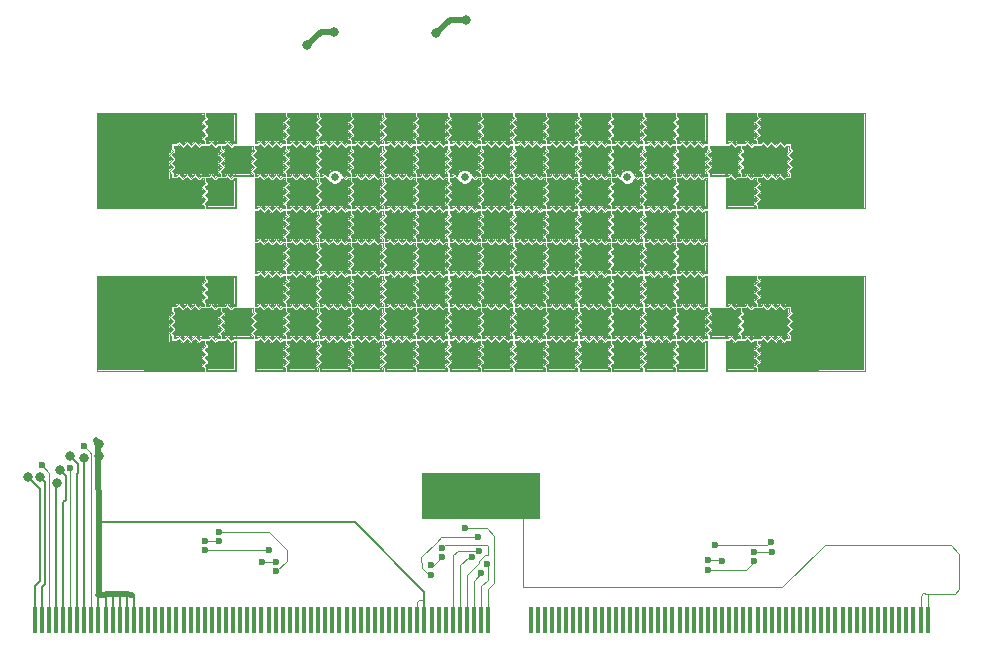
<source format=gbr>
G04 #@! TF.GenerationSoftware,KiCad,Pcbnew,6.0.11-2627ca5db0~126~ubuntu22.04.1*
G04 #@! TF.CreationDate,2023-05-08T08:47:40+02:00*
G04 #@! TF.ProjectId,DIMMCartridge_heaters,44494d4d-4361-4727-9472-696467655f68,rev?*
G04 #@! TF.SameCoordinates,Original*
G04 #@! TF.FileFunction,Copper,L1,Top*
G04 #@! TF.FilePolarity,Positive*
%FSLAX46Y46*%
G04 Gerber Fmt 4.6, Leading zero omitted, Abs format (unit mm)*
G04 Created by KiCad (PCBNEW 6.0.11-2627ca5db0~126~ubuntu22.04.1) date 2023-05-08 08:47:40*
%MOMM*%
%LPD*%
G01*
G04 APERTURE LIST*
G04 #@! TA.AperFunction,EtchedComponent*
%ADD10C,0.150000*%
G04 #@! TD*
G04 #@! TA.AperFunction,EtchedComponent*
%ADD11C,0.100000*%
G04 #@! TD*
G04 #@! TA.AperFunction,EtchedComponent*
%ADD12C,0.152400*%
G04 #@! TD*
G04 #@! TA.AperFunction,SMDPad,CuDef*
%ADD13R,2.270000X2.270000*%
G04 #@! TD*
G04 #@! TA.AperFunction,ComponentPad*
%ADD14C,0.604800*%
G04 #@! TD*
G04 #@! TA.AperFunction,SMDPad,CuDef*
%ADD15R,1.500000X2.270000*%
G04 #@! TD*
G04 #@! TA.AperFunction,SMDPad,CuDef*
%ADD16R,2.270000X4.000000*%
G04 #@! TD*
G04 #@! TA.AperFunction,SMDPad,CuDef*
%ADD17R,5.000000X2.400000*%
G04 #@! TD*
G04 #@! TA.AperFunction,SMDPad,CuDef*
%ADD18R,4.000000X8.000000*%
G04 #@! TD*
G04 #@! TA.AperFunction,SMDPad,CuDef*
%ADD19R,10.000000X4.000000*%
G04 #@! TD*
G04 #@! TA.AperFunction,SMDPad,CuDef*
%ADD20R,0.400000X2.300000*%
G04 #@! TD*
G04 #@! TA.AperFunction,SMDPad,CuDef*
%ADD21R,2.270000X1.950000*%
G04 #@! TD*
G04 #@! TA.AperFunction,ComponentPad*
%ADD22C,0.650000*%
G04 #@! TD*
G04 #@! TA.AperFunction,ViaPad*
%ADD23C,0.600000*%
G04 #@! TD*
G04 #@! TA.AperFunction,ViaPad*
%ADD24C,0.800000*%
G04 #@! TD*
G04 #@! TA.AperFunction,Conductor*
%ADD25C,0.110000*%
G04 #@! TD*
G04 #@! TA.AperFunction,Conductor*
%ADD26C,0.500000*%
G04 #@! TD*
G04 #@! TA.AperFunction,Conductor*
%ADD27C,0.200000*%
G04 #@! TD*
G04 APERTURE END LIST*
D10*
X82175000Y-107535000D02*
X82425000Y-107535000D01*
X83415000Y-106205000D02*
X83285000Y-106325000D01*
D11*
X82640625Y-107426000D02*
X82296875Y-107786000D01*
X82984375Y-107786000D02*
X82640625Y-107426000D01*
D10*
X83305000Y-105205000D02*
X83295000Y-105655000D01*
X82295000Y-107665000D02*
X82175000Y-107535000D01*
X81055000Y-107545000D02*
X80945000Y-107545000D01*
X80955000Y-105195000D02*
X81405000Y-105205000D01*
X81485000Y-107545000D02*
X81735000Y-107545000D01*
D11*
X80714000Y-105859375D02*
X81074000Y-105515625D01*
X81609375Y-105324000D02*
X81953125Y-104964000D01*
X81136000Y-105100000D02*
X80850000Y-105100000D01*
X81051000Y-107650000D02*
X81266000Y-107426000D01*
X81953125Y-104964000D02*
X82296875Y-105324000D01*
X83176000Y-106546875D02*
X83536000Y-106890625D01*
X83536000Y-106203125D02*
X83176000Y-106546875D01*
D10*
X82645000Y-105075000D02*
X82765000Y-105205000D01*
X82515000Y-105205000D02*
X82645000Y-105075000D01*
X81605000Y-107675000D02*
X81485000Y-107545000D01*
D11*
X82640625Y-104964000D02*
X82984375Y-105324000D01*
D10*
X81825000Y-105215000D02*
X81955000Y-105085000D01*
X82425000Y-107535000D02*
X82295000Y-107665000D01*
X80955000Y-107095000D02*
X80855000Y-107255000D01*
D11*
X80850000Y-107650000D02*
X81051000Y-107650000D01*
D10*
X80965000Y-106675000D02*
X80835000Y-106545000D01*
D11*
X82296875Y-107786000D02*
X81953125Y-107426000D01*
X80850000Y-105100000D02*
X80850000Y-105301000D01*
D10*
X83295000Y-107445000D02*
X83295000Y-107555000D01*
D11*
X80714000Y-107234375D02*
X81074000Y-106890625D01*
D10*
X82075000Y-105215000D02*
X81825000Y-105215000D01*
D11*
X80850000Y-105301000D02*
X81074000Y-105516000D01*
X83400000Y-107449000D02*
X83176000Y-107234000D01*
X81074000Y-106203125D02*
X80714000Y-105859375D01*
D10*
X80955000Y-105305000D02*
X80955000Y-105195000D01*
X83195000Y-105205000D02*
X83305000Y-105205000D01*
D11*
X82984000Y-107786000D02*
X83114000Y-107650000D01*
D10*
X81735000Y-107545000D02*
X81605000Y-107675000D01*
X83425000Y-106895000D02*
X83295000Y-107015000D01*
D11*
X83536000Y-105516000D02*
X83400000Y-105386000D01*
X80714000Y-107234000D02*
X80850000Y-107364000D01*
X83199000Y-105100000D02*
X82984000Y-105324000D01*
D10*
X80945000Y-107545000D02*
X80955000Y-107095000D01*
X82845000Y-107545000D02*
X83005000Y-107645000D01*
X80835000Y-106545000D02*
X80965000Y-106425000D01*
X83285000Y-106325000D02*
X83285000Y-106075000D01*
X83295000Y-105655000D02*
X83395000Y-105495000D01*
X80955000Y-105985000D02*
X80825000Y-105855000D01*
D11*
X81953125Y-107426000D02*
X81609375Y-107786000D01*
D10*
X81955000Y-105085000D02*
X82075000Y-105215000D01*
D11*
X83400000Y-107650000D02*
X83400000Y-107449000D01*
D10*
X83295000Y-107555000D02*
X82845000Y-107545000D01*
D11*
X83114000Y-107650000D02*
X83400000Y-107650000D01*
X82296875Y-105324000D02*
X82640625Y-104964000D01*
D10*
X82765000Y-105205000D02*
X82515000Y-105205000D01*
D11*
X81265625Y-104964000D02*
X81609375Y-105324000D01*
D10*
X81405000Y-105205000D02*
X81245000Y-105105000D01*
X83285000Y-106075000D02*
X83415000Y-106205000D01*
X80825000Y-105855000D02*
X80955000Y-105735000D01*
X83295000Y-107015000D02*
X83295000Y-106765000D01*
D11*
X83176000Y-105859375D02*
X83536000Y-106203125D01*
D10*
X80955000Y-105735000D02*
X80955000Y-105985000D01*
D11*
X83536000Y-105515625D02*
X83176000Y-105859375D01*
X83536000Y-106890625D02*
X83176000Y-107234375D01*
X81074000Y-106890625D02*
X80714000Y-106546875D01*
X80714000Y-106546875D02*
X81074000Y-106203125D01*
X81266000Y-104964000D02*
X81136000Y-105100000D01*
D10*
X80965000Y-106425000D02*
X80965000Y-106675000D01*
D11*
X80850000Y-107364000D02*
X80850000Y-107650000D01*
X83400000Y-105100000D02*
X83199000Y-105100000D01*
X81609375Y-107786000D02*
X81265625Y-107426000D01*
D10*
X83295000Y-106765000D02*
X83425000Y-106895000D01*
D11*
X83400000Y-105386000D02*
X83400000Y-105100000D01*
D10*
X118175000Y-91035000D02*
X118045000Y-91165000D01*
X117925000Y-91035000D02*
X118175000Y-91035000D01*
X116705000Y-89235000D02*
X116705000Y-89485000D01*
X116715000Y-89925000D02*
X116715000Y-90175000D01*
D11*
X116600000Y-88801000D02*
X116824000Y-89016000D01*
X116824000Y-90390625D02*
X116464000Y-90046875D01*
D10*
X118595000Y-91045000D02*
X118755000Y-91145000D01*
X117485000Y-91045000D02*
X117355000Y-91175000D01*
X116805000Y-91045000D02*
X116695000Y-91045000D01*
X116575000Y-89355000D02*
X116705000Y-89235000D01*
X116705000Y-90595000D02*
X116605000Y-90755000D01*
D11*
X116464000Y-89359375D02*
X116824000Y-89015625D01*
X116625000Y-88695000D02*
X119125000Y-88695000D01*
D10*
X116705000Y-88805000D02*
X116705000Y-88695000D01*
X119045000Y-91055000D02*
X118595000Y-91045000D01*
D11*
X116600000Y-91150000D02*
X116801000Y-91150000D01*
X118046875Y-91286000D02*
X117703125Y-90926000D01*
X119055000Y-91025000D02*
X119055000Y-88725000D01*
X118864000Y-91150000D02*
X119150000Y-91150000D01*
D10*
X117355000Y-91175000D02*
X117235000Y-91045000D01*
D11*
X119150000Y-91150000D02*
X119150000Y-88600000D01*
D10*
X116585000Y-90045000D02*
X116715000Y-89925000D01*
D11*
X116464000Y-90734375D02*
X116824000Y-90390625D01*
X116600000Y-90864000D02*
X116600000Y-91150000D01*
X117703125Y-90926000D02*
X117359375Y-91286000D01*
D10*
X116715000Y-90175000D02*
X116585000Y-90045000D01*
D11*
X116824000Y-89703125D02*
X116464000Y-89359375D01*
X117359375Y-91286000D02*
X117015625Y-90926000D01*
X118734000Y-91286000D02*
X118864000Y-91150000D01*
X116600000Y-88600000D02*
X116600000Y-88801000D01*
X118390625Y-90926000D02*
X118046875Y-91286000D01*
X116801000Y-91150000D02*
X117016000Y-90926000D01*
X116464000Y-90734000D02*
X116600000Y-90864000D01*
D10*
X118045000Y-91165000D02*
X117925000Y-91035000D01*
D11*
X119150000Y-88600000D02*
X116600000Y-88600000D01*
D10*
X116695000Y-91045000D02*
X116705000Y-90595000D01*
D11*
X118734375Y-91286000D02*
X118390625Y-90926000D01*
D10*
X117235000Y-91045000D02*
X117485000Y-91045000D01*
X116705000Y-89485000D02*
X116575000Y-89355000D01*
D11*
X116464000Y-90046875D02*
X116824000Y-89703125D01*
D10*
X81825000Y-107965000D02*
X81955000Y-107835000D01*
X82075000Y-107965000D02*
X81825000Y-107965000D01*
X83295000Y-109765000D02*
X83295000Y-109515000D01*
X83285000Y-109075000D02*
X83285000Y-108825000D01*
D11*
X83400000Y-110199000D02*
X83176000Y-109984000D01*
X83176000Y-108609375D02*
X83536000Y-108953125D01*
D10*
X81405000Y-107955000D02*
X81245000Y-107855000D01*
X82515000Y-107955000D02*
X82645000Y-107825000D01*
X83195000Y-107955000D02*
X83305000Y-107955000D01*
X83425000Y-109645000D02*
X83295000Y-109765000D01*
X83295000Y-108405000D02*
X83395000Y-108245000D01*
D11*
X83536000Y-109640625D02*
X83176000Y-109984375D01*
X83375000Y-110305000D02*
X80875000Y-110305000D01*
D10*
X83295000Y-110195000D02*
X83295000Y-110305000D01*
X80955000Y-107945000D02*
X81405000Y-107955000D01*
D11*
X83400000Y-107850000D02*
X83199000Y-107850000D01*
X81953125Y-107714000D02*
X82296875Y-108074000D01*
X80945000Y-107975000D02*
X80945000Y-110275000D01*
X81136000Y-107850000D02*
X80850000Y-107850000D01*
D10*
X82645000Y-107825000D02*
X82765000Y-107955000D01*
D11*
X80850000Y-107850000D02*
X80850000Y-110400000D01*
D10*
X83415000Y-108955000D02*
X83285000Y-109075000D01*
D11*
X83536000Y-108265625D02*
X83176000Y-108609375D01*
X83400000Y-108136000D02*
X83400000Y-107850000D01*
X82296875Y-108074000D02*
X82640625Y-107714000D01*
D10*
X83285000Y-108825000D02*
X83415000Y-108955000D01*
D11*
X83176000Y-109296875D02*
X83536000Y-109640625D01*
X82640625Y-107714000D02*
X82984375Y-108074000D01*
X81266000Y-107714000D02*
X81136000Y-107850000D01*
X83400000Y-110400000D02*
X83400000Y-110199000D01*
X81609375Y-108074000D02*
X81953125Y-107714000D01*
X83199000Y-107850000D02*
X82984000Y-108074000D01*
X83536000Y-108266000D02*
X83400000Y-108136000D01*
D10*
X81955000Y-107835000D02*
X82075000Y-107965000D01*
D11*
X80850000Y-110400000D02*
X83400000Y-110400000D01*
D10*
X83305000Y-107955000D02*
X83295000Y-108405000D01*
D11*
X81265625Y-107714000D02*
X81609375Y-108074000D01*
D10*
X82765000Y-107955000D02*
X82515000Y-107955000D01*
X83295000Y-109515000D02*
X83425000Y-109645000D01*
D11*
X83536000Y-108953125D02*
X83176000Y-109296875D01*
X77900000Y-91636000D02*
X77900000Y-91350000D01*
X77614000Y-93900000D02*
X77900000Y-93900000D01*
X74391000Y-91214000D02*
X74261000Y-91350000D01*
X78036000Y-92453125D02*
X77676000Y-92796875D01*
X74390625Y-91214000D02*
X74734375Y-91574000D01*
D10*
X77925000Y-93145000D02*
X77795000Y-93265000D01*
X74090000Y-92925000D02*
X73960000Y-92795000D01*
X76105000Y-93925000D02*
X75985000Y-93795000D01*
D11*
X78036000Y-91766000D02*
X77900000Y-91636000D01*
X76109375Y-94036000D02*
X75765625Y-93676000D01*
X73839000Y-92796875D02*
X74199000Y-92453125D01*
X76109375Y-94036000D02*
X75765625Y-93676000D01*
X77484000Y-94036000D02*
X77614000Y-93900000D01*
D10*
X74090000Y-92675000D02*
X74090000Y-92925000D01*
X77795000Y-93695000D02*
X77795000Y-93805000D01*
X76325000Y-93785000D02*
X76925000Y-93785000D01*
D11*
X77900000Y-93699000D02*
X77676000Y-93484000D01*
X75765625Y-91214000D02*
X76109375Y-91574000D01*
D10*
X75300000Y-93785000D02*
X75550000Y-93785000D01*
D11*
X73975000Y-91551000D02*
X74199000Y-91766000D01*
X77676000Y-92796875D02*
X78036000Y-93140625D01*
D10*
X74610000Y-93795000D02*
X74860000Y-93795000D01*
D11*
X75078125Y-93676000D02*
X74734375Y-94036000D01*
D10*
X75640000Y-91455000D02*
X75770000Y-91325000D01*
X75890000Y-91455000D02*
X75640000Y-91455000D01*
D11*
X78036000Y-93140625D02*
X77676000Y-93484375D01*
X76796875Y-91574000D02*
X77140625Y-91214000D01*
X76992000Y-91350000D02*
X76323000Y-91350000D01*
X73975000Y-93900000D02*
X74176000Y-93900000D01*
X76324000Y-91350000D02*
X76109000Y-91574000D01*
D10*
X74530000Y-91455000D02*
X74370000Y-91355000D01*
D11*
X73839000Y-93484000D02*
X73975000Y-93614000D01*
X77699000Y-91350000D02*
X77484000Y-91574000D01*
X77140625Y-93676000D02*
X76927000Y-93900000D01*
X75421875Y-94036000D02*
X75078125Y-93676000D01*
D10*
X75970000Y-93795000D02*
X76130000Y-93895000D01*
D11*
X74199000Y-93140625D02*
X73839000Y-92796875D01*
X74734375Y-91574000D02*
X75078125Y-91214000D01*
X73975000Y-91350000D02*
X73975000Y-91551000D01*
X75765625Y-91214000D02*
X76109375Y-91574000D01*
D10*
X76235000Y-93795000D02*
X76105000Y-93925000D01*
X73960000Y-92795000D02*
X74090000Y-92675000D01*
X75985000Y-93795000D02*
X76235000Y-93795000D01*
X74080000Y-91445000D02*
X74530000Y-91455000D01*
X77265000Y-91455000D02*
X77015000Y-91455000D01*
X74070000Y-93795000D02*
X74080000Y-93345000D01*
X77785000Y-92325000D02*
X77915000Y-92455000D01*
D11*
X78036000Y-91765625D02*
X77676000Y-92109375D01*
X74261000Y-91350000D02*
X73975000Y-91350000D01*
D10*
X77695000Y-91455000D02*
X77805000Y-91455000D01*
D11*
X75765625Y-93676000D02*
X75421875Y-94036000D01*
X73839000Y-93484375D02*
X74199000Y-93140625D01*
D10*
X76320000Y-91455000D02*
X76925000Y-91455000D01*
X77795000Y-91905000D02*
X77895000Y-91745000D01*
D11*
X74199000Y-92453125D02*
X73839000Y-92109375D01*
D10*
X77145000Y-91325000D02*
X77265000Y-91455000D01*
X77785000Y-92575000D02*
X77785000Y-92325000D01*
X75420000Y-93915000D02*
X75300000Y-93785000D01*
X74950000Y-91465000D02*
X75080000Y-91335000D01*
D11*
X77900000Y-93900000D02*
X77900000Y-93699000D01*
D10*
X74730000Y-93925000D02*
X74610000Y-93795000D01*
D11*
X77676000Y-92109375D02*
X78036000Y-92453125D01*
D10*
X75200000Y-91465000D02*
X74950000Y-91465000D01*
X75550000Y-93785000D02*
X75420000Y-93915000D01*
D11*
X77140625Y-91214000D02*
X77484375Y-91574000D01*
X73975000Y-93614000D02*
X73975000Y-93900000D01*
X76258000Y-93900000D02*
X76927000Y-93900000D01*
D10*
X77345000Y-93795000D02*
X77505000Y-93895000D01*
D11*
X75078125Y-91214000D02*
X75421875Y-91574000D01*
D10*
X74080000Y-91985000D02*
X74080000Y-92235000D01*
D11*
X77900000Y-91350000D02*
X77699000Y-91350000D01*
D10*
X74080000Y-93345000D02*
X73980000Y-93505000D01*
X77015000Y-91455000D02*
X77145000Y-91325000D01*
X77915000Y-92455000D02*
X77785000Y-92575000D01*
X75080000Y-91335000D02*
X75200000Y-91465000D01*
D11*
X74734375Y-94036000D02*
X74390625Y-93676000D01*
X76109000Y-94036000D02*
X76239000Y-93900000D01*
D10*
X74080000Y-91555000D02*
X74080000Y-91445000D01*
D11*
X77484375Y-94036000D02*
X77140625Y-93676000D01*
X74176000Y-93900000D02*
X74391000Y-93676000D01*
D10*
X77795000Y-93015000D02*
X77925000Y-93145000D01*
X74080000Y-92235000D02*
X73950000Y-92105000D01*
X74180000Y-93795000D02*
X74070000Y-93795000D01*
D11*
X75421875Y-91574000D02*
X75765625Y-91214000D01*
D10*
X73950000Y-92105000D02*
X74080000Y-91985000D01*
X77795000Y-93265000D02*
X77795000Y-93015000D01*
X75905000Y-91455000D02*
X75745000Y-91355000D01*
X77805000Y-91455000D02*
X77795000Y-91905000D01*
D11*
X73839000Y-92109375D02*
X74199000Y-91765625D01*
D10*
X75770000Y-91325000D02*
X75890000Y-91455000D01*
X77795000Y-93805000D02*
X77345000Y-93795000D01*
D11*
X76453125Y-93676000D02*
X76109375Y-94036000D01*
D10*
X74860000Y-93795000D02*
X74730000Y-93925000D01*
D11*
X76109375Y-91574000D02*
X76323000Y-91350000D01*
X77900000Y-105386000D02*
X77900000Y-105100000D01*
X77614000Y-107650000D02*
X77900000Y-107650000D01*
X74391000Y-104964000D02*
X74261000Y-105100000D01*
X78036000Y-106203125D02*
X77676000Y-106546875D01*
X74390625Y-104964000D02*
X74734375Y-105324000D01*
D10*
X77925000Y-106895000D02*
X77795000Y-107015000D01*
X74090000Y-106675000D02*
X73960000Y-106545000D01*
X76105000Y-107675000D02*
X75985000Y-107545000D01*
D11*
X78036000Y-105516000D02*
X77900000Y-105386000D01*
X76109375Y-107786000D02*
X75765625Y-107426000D01*
X73839000Y-106546875D02*
X74199000Y-106203125D01*
X76109375Y-107786000D02*
X75765625Y-107426000D01*
X77484000Y-107786000D02*
X77614000Y-107650000D01*
D10*
X74090000Y-106425000D02*
X74090000Y-106675000D01*
X77795000Y-107445000D02*
X77795000Y-107555000D01*
X76325000Y-107535000D02*
X76925000Y-107535000D01*
D11*
X77900000Y-107449000D02*
X77676000Y-107234000D01*
X75765625Y-104964000D02*
X76109375Y-105324000D01*
D10*
X75300000Y-107535000D02*
X75550000Y-107535000D01*
D11*
X73975000Y-105301000D02*
X74199000Y-105516000D01*
X77676000Y-106546875D02*
X78036000Y-106890625D01*
D10*
X74610000Y-107545000D02*
X74860000Y-107545000D01*
D11*
X75078125Y-107426000D02*
X74734375Y-107786000D01*
D10*
X75640000Y-105205000D02*
X75770000Y-105075000D01*
X75890000Y-105205000D02*
X75640000Y-105205000D01*
D11*
X78036000Y-106890625D02*
X77676000Y-107234375D01*
X76796875Y-105324000D02*
X77140625Y-104964000D01*
X76992000Y-105100000D02*
X76323000Y-105100000D01*
X73975000Y-107650000D02*
X74176000Y-107650000D01*
X76324000Y-105100000D02*
X76109000Y-105324000D01*
D10*
X74530000Y-105205000D02*
X74370000Y-105105000D01*
D11*
X73839000Y-107234000D02*
X73975000Y-107364000D01*
X77699000Y-105100000D02*
X77484000Y-105324000D01*
X77140625Y-107426000D02*
X76927000Y-107650000D01*
X75421875Y-107786000D02*
X75078125Y-107426000D01*
D10*
X75970000Y-107545000D02*
X76130000Y-107645000D01*
D11*
X74199000Y-106890625D02*
X73839000Y-106546875D01*
X74734375Y-105324000D02*
X75078125Y-104964000D01*
X73975000Y-105100000D02*
X73975000Y-105301000D01*
X75765625Y-104964000D02*
X76109375Y-105324000D01*
D10*
X76235000Y-107545000D02*
X76105000Y-107675000D01*
X73960000Y-106545000D02*
X74090000Y-106425000D01*
X75985000Y-107545000D02*
X76235000Y-107545000D01*
X74080000Y-105195000D02*
X74530000Y-105205000D01*
X77265000Y-105205000D02*
X77015000Y-105205000D01*
X74070000Y-107545000D02*
X74080000Y-107095000D01*
X77785000Y-106075000D02*
X77915000Y-106205000D01*
D11*
X78036000Y-105515625D02*
X77676000Y-105859375D01*
X74261000Y-105100000D02*
X73975000Y-105100000D01*
D10*
X77695000Y-105205000D02*
X77805000Y-105205000D01*
D11*
X75765625Y-107426000D02*
X75421875Y-107786000D01*
X73839000Y-107234375D02*
X74199000Y-106890625D01*
D10*
X76320000Y-105205000D02*
X76925000Y-105205000D01*
X77795000Y-105655000D02*
X77895000Y-105495000D01*
D11*
X74199000Y-106203125D02*
X73839000Y-105859375D01*
D10*
X77145000Y-105075000D02*
X77265000Y-105205000D01*
X77785000Y-106325000D02*
X77785000Y-106075000D01*
X75420000Y-107665000D02*
X75300000Y-107535000D01*
X74950000Y-105215000D02*
X75080000Y-105085000D01*
D11*
X77900000Y-107650000D02*
X77900000Y-107449000D01*
D10*
X74730000Y-107675000D02*
X74610000Y-107545000D01*
D11*
X77676000Y-105859375D02*
X78036000Y-106203125D01*
D10*
X75200000Y-105215000D02*
X74950000Y-105215000D01*
X75550000Y-107535000D02*
X75420000Y-107665000D01*
D11*
X77140625Y-104964000D02*
X77484375Y-105324000D01*
X73975000Y-107364000D02*
X73975000Y-107650000D01*
X76258000Y-107650000D02*
X76927000Y-107650000D01*
D10*
X77345000Y-107545000D02*
X77505000Y-107645000D01*
D11*
X75078125Y-104964000D02*
X75421875Y-105324000D01*
D10*
X74080000Y-105735000D02*
X74080000Y-105985000D01*
D11*
X77900000Y-105100000D02*
X77699000Y-105100000D01*
D10*
X74080000Y-107095000D02*
X73980000Y-107255000D01*
X77015000Y-105205000D02*
X77145000Y-105075000D01*
X77915000Y-106205000D02*
X77785000Y-106325000D01*
X75080000Y-105085000D02*
X75200000Y-105215000D01*
D11*
X74734375Y-107786000D02*
X74390625Y-107426000D01*
X76109000Y-107786000D02*
X76239000Y-107650000D01*
D10*
X74080000Y-105305000D02*
X74080000Y-105195000D01*
D11*
X77484375Y-107786000D02*
X77140625Y-107426000D01*
X74176000Y-107650000D02*
X74391000Y-107426000D01*
D10*
X77795000Y-106765000D02*
X77925000Y-106895000D01*
X74080000Y-105985000D02*
X73950000Y-105855000D01*
X74180000Y-107545000D02*
X74070000Y-107545000D01*
D11*
X75421875Y-105324000D02*
X75765625Y-104964000D01*
D10*
X73950000Y-105855000D02*
X74080000Y-105735000D01*
X77795000Y-107015000D02*
X77795000Y-106765000D01*
X75905000Y-105205000D02*
X75745000Y-105105000D01*
X77805000Y-105205000D02*
X77795000Y-105655000D01*
D11*
X73839000Y-105859375D02*
X74199000Y-105515625D01*
D10*
X75770000Y-105075000D02*
X75890000Y-105205000D01*
X77795000Y-107555000D02*
X77345000Y-107545000D01*
D11*
X76453125Y-107426000D02*
X76109375Y-107786000D01*
D10*
X74860000Y-107545000D02*
X74730000Y-107675000D01*
D11*
X76109375Y-105324000D02*
X76323000Y-105100000D01*
X122100000Y-93614000D02*
X122100000Y-93900000D01*
X122386000Y-91350000D02*
X122100000Y-91350000D01*
X125609000Y-94036000D02*
X125739000Y-93900000D01*
X121964000Y-92796875D02*
X122324000Y-92453125D01*
X125609375Y-94036000D02*
X125265625Y-93676000D01*
D10*
X122075000Y-92105000D02*
X122205000Y-91985000D01*
X125910000Y-92325000D02*
X126040000Y-92455000D01*
X123895000Y-91325000D02*
X124015000Y-91455000D01*
D11*
X121964000Y-93484000D02*
X122100000Y-93614000D01*
X123890625Y-91214000D02*
X124234375Y-91574000D01*
X126161000Y-92453125D02*
X125801000Y-92796875D01*
X123890625Y-91214000D02*
X124234375Y-91574000D01*
X122516000Y-91214000D02*
X122386000Y-91350000D01*
D10*
X125910000Y-92575000D02*
X125910000Y-92325000D01*
X122205000Y-91555000D02*
X122205000Y-91445000D01*
X123675000Y-91465000D02*
X123075000Y-91465000D01*
D11*
X122100000Y-91551000D02*
X122324000Y-91766000D01*
X124234375Y-94036000D02*
X123890625Y-93676000D01*
D10*
X124700000Y-91465000D02*
X124450000Y-91465000D01*
D11*
X126025000Y-93699000D02*
X125801000Y-93484000D01*
X122324000Y-92453125D02*
X121964000Y-92109375D01*
D10*
X125390000Y-91455000D02*
X125140000Y-91455000D01*
D11*
X124921875Y-91574000D02*
X125265625Y-91214000D01*
D10*
X124360000Y-93795000D02*
X124230000Y-93925000D01*
X124110000Y-93795000D02*
X124360000Y-93795000D01*
D11*
X121964000Y-92109375D02*
X122324000Y-91765625D01*
X123203125Y-93676000D02*
X122859375Y-94036000D01*
X123008000Y-93900000D02*
X123677000Y-93900000D01*
X126025000Y-91350000D02*
X125824000Y-91350000D01*
X123676000Y-93900000D02*
X123891000Y-93676000D01*
D10*
X125470000Y-93795000D02*
X125630000Y-93895000D01*
D11*
X126161000Y-91766000D02*
X126025000Y-91636000D01*
X122301000Y-93900000D02*
X122516000Y-93676000D01*
X122859375Y-91574000D02*
X123073000Y-91350000D01*
X124578125Y-91214000D02*
X124921875Y-91574000D01*
D10*
X124030000Y-91455000D02*
X123870000Y-91355000D01*
D11*
X125801000Y-92109375D02*
X126161000Y-92453125D01*
X125265625Y-93676000D02*
X124921875Y-94036000D01*
X126025000Y-93900000D02*
X126025000Y-93699000D01*
X124234375Y-94036000D02*
X123890625Y-93676000D01*
D10*
X123765000Y-91455000D02*
X123895000Y-91325000D01*
X126040000Y-92455000D02*
X125910000Y-92575000D01*
X124015000Y-91455000D02*
X123765000Y-91455000D01*
X125920000Y-93805000D02*
X125470000Y-93795000D01*
X122735000Y-93795000D02*
X122985000Y-93795000D01*
X125930000Y-91455000D02*
X125920000Y-91905000D01*
X122215000Y-92925000D02*
X122085000Y-92795000D01*
D11*
X121964000Y-93484375D02*
X122324000Y-93140625D01*
X125739000Y-93900000D02*
X126025000Y-93900000D01*
D10*
X122305000Y-93795000D02*
X122195000Y-93795000D01*
D11*
X124234375Y-91574000D02*
X124578125Y-91214000D01*
X126161000Y-91765625D02*
X125801000Y-92109375D01*
D10*
X123680000Y-93795000D02*
X123075000Y-93795000D01*
X122205000Y-93345000D02*
X122105000Y-93505000D01*
D11*
X125801000Y-92796875D02*
X126161000Y-93140625D01*
D10*
X122855000Y-93925000D02*
X122735000Y-93795000D01*
X122215000Y-92675000D02*
X122215000Y-92925000D01*
X124580000Y-91335000D02*
X124700000Y-91465000D01*
X125050000Y-93785000D02*
X124920000Y-93915000D01*
D11*
X122100000Y-91350000D02*
X122100000Y-91551000D01*
D10*
X125270000Y-91325000D02*
X125390000Y-91455000D01*
D11*
X122324000Y-93140625D02*
X121964000Y-92796875D01*
D10*
X124800000Y-93785000D02*
X125050000Y-93785000D01*
X124450000Y-91465000D02*
X124580000Y-91335000D01*
D11*
X122859375Y-94036000D02*
X122515625Y-93676000D01*
X126025000Y-91636000D02*
X126025000Y-91350000D01*
X123742000Y-91350000D02*
X123073000Y-91350000D01*
D10*
X122655000Y-91455000D02*
X122495000Y-91355000D01*
D11*
X124921875Y-94036000D02*
X124578125Y-93676000D01*
D10*
X125920000Y-93265000D02*
X125920000Y-93015000D01*
D11*
X122100000Y-93900000D02*
X122301000Y-93900000D01*
D10*
X125920000Y-91905000D02*
X126020000Y-91745000D01*
X122985000Y-93795000D02*
X122855000Y-93925000D01*
X122085000Y-92795000D02*
X122215000Y-92675000D01*
X124920000Y-93915000D02*
X124800000Y-93785000D01*
D11*
X125265625Y-91214000D02*
X125609375Y-91574000D01*
X123891000Y-91214000D02*
X123761000Y-91350000D01*
D10*
X125920000Y-93695000D02*
X125920000Y-93805000D01*
D11*
X122515625Y-91214000D02*
X122859375Y-91574000D01*
X125824000Y-91350000D02*
X125609000Y-91574000D01*
D10*
X122205000Y-92235000D02*
X122075000Y-92105000D01*
X125920000Y-93015000D02*
X126050000Y-93145000D01*
X125820000Y-91455000D02*
X125930000Y-91455000D01*
D11*
X124578125Y-93676000D02*
X124234375Y-94036000D01*
D10*
X126050000Y-93145000D02*
X125920000Y-93265000D01*
X122205000Y-91985000D02*
X122205000Y-92235000D01*
X124095000Y-93795000D02*
X124255000Y-93895000D01*
X122195000Y-93795000D02*
X122205000Y-93345000D01*
D11*
X126161000Y-93140625D02*
X125801000Y-93484375D01*
D10*
X124230000Y-93925000D02*
X124110000Y-93795000D01*
X122205000Y-91445000D02*
X122655000Y-91455000D01*
D11*
X123546875Y-91574000D02*
X123890625Y-91214000D01*
D10*
X125140000Y-91455000D02*
X125270000Y-91325000D01*
D11*
X123890625Y-93676000D02*
X123677000Y-93900000D01*
X122100000Y-107364000D02*
X122100000Y-107650000D01*
X122386000Y-105100000D02*
X122100000Y-105100000D01*
X125609000Y-107786000D02*
X125739000Y-107650000D01*
X121964000Y-106546875D02*
X122324000Y-106203125D01*
X125609375Y-107786000D02*
X125265625Y-107426000D01*
D10*
X122075000Y-105855000D02*
X122205000Y-105735000D01*
X125910000Y-106075000D02*
X126040000Y-106205000D01*
X123895000Y-105075000D02*
X124015000Y-105205000D01*
D11*
X121964000Y-107234000D02*
X122100000Y-107364000D01*
X123890625Y-104964000D02*
X124234375Y-105324000D01*
X126161000Y-106203125D02*
X125801000Y-106546875D01*
X123890625Y-104964000D02*
X124234375Y-105324000D01*
X122516000Y-104964000D02*
X122386000Y-105100000D01*
D10*
X125910000Y-106325000D02*
X125910000Y-106075000D01*
X122205000Y-105305000D02*
X122205000Y-105195000D01*
X123675000Y-105215000D02*
X123075000Y-105215000D01*
D11*
X122100000Y-105301000D02*
X122324000Y-105516000D01*
X124234375Y-107786000D02*
X123890625Y-107426000D01*
D10*
X124700000Y-105215000D02*
X124450000Y-105215000D01*
D11*
X126025000Y-107449000D02*
X125801000Y-107234000D01*
X122324000Y-106203125D02*
X121964000Y-105859375D01*
D10*
X125390000Y-105205000D02*
X125140000Y-105205000D01*
D11*
X124921875Y-105324000D02*
X125265625Y-104964000D01*
D10*
X124360000Y-107545000D02*
X124230000Y-107675000D01*
X124110000Y-107545000D02*
X124360000Y-107545000D01*
D11*
X121964000Y-105859375D02*
X122324000Y-105515625D01*
X123203125Y-107426000D02*
X122859375Y-107786000D01*
X123008000Y-107650000D02*
X123677000Y-107650000D01*
X126025000Y-105100000D02*
X125824000Y-105100000D01*
X123676000Y-107650000D02*
X123891000Y-107426000D01*
D10*
X125470000Y-107545000D02*
X125630000Y-107645000D01*
D11*
X126161000Y-105516000D02*
X126025000Y-105386000D01*
X122301000Y-107650000D02*
X122516000Y-107426000D01*
X122859375Y-105324000D02*
X123073000Y-105100000D01*
X124578125Y-104964000D02*
X124921875Y-105324000D01*
D10*
X124030000Y-105205000D02*
X123870000Y-105105000D01*
D11*
X125801000Y-105859375D02*
X126161000Y-106203125D01*
X125265625Y-107426000D02*
X124921875Y-107786000D01*
X126025000Y-107650000D02*
X126025000Y-107449000D01*
X124234375Y-107786000D02*
X123890625Y-107426000D01*
D10*
X123765000Y-105205000D02*
X123895000Y-105075000D01*
X126040000Y-106205000D02*
X125910000Y-106325000D01*
X124015000Y-105205000D02*
X123765000Y-105205000D01*
X125920000Y-107555000D02*
X125470000Y-107545000D01*
X122735000Y-107545000D02*
X122985000Y-107545000D01*
X125930000Y-105205000D02*
X125920000Y-105655000D01*
X122215000Y-106675000D02*
X122085000Y-106545000D01*
D11*
X121964000Y-107234375D02*
X122324000Y-106890625D01*
X125739000Y-107650000D02*
X126025000Y-107650000D01*
D10*
X122305000Y-107545000D02*
X122195000Y-107545000D01*
D11*
X124234375Y-105324000D02*
X124578125Y-104964000D01*
X126161000Y-105515625D02*
X125801000Y-105859375D01*
D10*
X123680000Y-107545000D02*
X123075000Y-107545000D01*
X122205000Y-107095000D02*
X122105000Y-107255000D01*
D11*
X125801000Y-106546875D02*
X126161000Y-106890625D01*
D10*
X122855000Y-107675000D02*
X122735000Y-107545000D01*
X122215000Y-106425000D02*
X122215000Y-106675000D01*
X124580000Y-105085000D02*
X124700000Y-105215000D01*
X125050000Y-107535000D02*
X124920000Y-107665000D01*
D11*
X122100000Y-105100000D02*
X122100000Y-105301000D01*
D10*
X125270000Y-105075000D02*
X125390000Y-105205000D01*
D11*
X122324000Y-106890625D02*
X121964000Y-106546875D01*
D10*
X124800000Y-107535000D02*
X125050000Y-107535000D01*
X124450000Y-105215000D02*
X124580000Y-105085000D01*
D11*
X122859375Y-107786000D02*
X122515625Y-107426000D01*
X126025000Y-105386000D02*
X126025000Y-105100000D01*
X123742000Y-105100000D02*
X123073000Y-105100000D01*
D10*
X122655000Y-105205000D02*
X122495000Y-105105000D01*
D11*
X124921875Y-107786000D02*
X124578125Y-107426000D01*
D10*
X125920000Y-107015000D02*
X125920000Y-106765000D01*
D11*
X122100000Y-107650000D02*
X122301000Y-107650000D01*
D10*
X125920000Y-105655000D02*
X126020000Y-105495000D01*
X122985000Y-107545000D02*
X122855000Y-107675000D01*
X122085000Y-106545000D02*
X122215000Y-106425000D01*
X124920000Y-107665000D02*
X124800000Y-107535000D01*
D11*
X125265625Y-104964000D02*
X125609375Y-105324000D01*
X123891000Y-104964000D02*
X123761000Y-105100000D01*
D10*
X125920000Y-107445000D02*
X125920000Y-107555000D01*
D11*
X122515625Y-104964000D02*
X122859375Y-105324000D01*
X125824000Y-105100000D02*
X125609000Y-105324000D01*
D10*
X122205000Y-105985000D02*
X122075000Y-105855000D01*
X125920000Y-106765000D02*
X126050000Y-106895000D01*
X125820000Y-105205000D02*
X125930000Y-105205000D01*
D11*
X124578125Y-107426000D02*
X124234375Y-107786000D01*
D10*
X126050000Y-106895000D02*
X125920000Y-107015000D01*
X122205000Y-105735000D02*
X122205000Y-105985000D01*
X124095000Y-107545000D02*
X124255000Y-107645000D01*
X122195000Y-107545000D02*
X122205000Y-107095000D01*
D11*
X126161000Y-106890625D02*
X125801000Y-107234375D01*
D10*
X124230000Y-107675000D02*
X124110000Y-107545000D01*
X122205000Y-105195000D02*
X122655000Y-105205000D01*
D11*
X123546875Y-105324000D02*
X123890625Y-104964000D01*
D10*
X125140000Y-105205000D02*
X125270000Y-105075000D01*
D11*
X123890625Y-107426000D02*
X123677000Y-107650000D01*
D10*
X83295000Y-96015000D02*
X83295000Y-95765000D01*
X82645000Y-94075000D02*
X82765000Y-94205000D01*
D11*
X82984000Y-96786000D02*
X83114000Y-96650000D01*
D10*
X82295000Y-96665000D02*
X82175000Y-96535000D01*
X80955000Y-94195000D02*
X81405000Y-94205000D01*
D11*
X83199000Y-94100000D02*
X82984000Y-94324000D01*
X81609375Y-96786000D02*
X81265625Y-96426000D01*
X83536000Y-95890625D02*
X83176000Y-96234375D01*
X81136000Y-94100000D02*
X80850000Y-94100000D01*
D10*
X83195000Y-94205000D02*
X83305000Y-94205000D01*
D11*
X80850000Y-94100000D02*
X80850000Y-96650000D01*
D10*
X83295000Y-95765000D02*
X83425000Y-95895000D01*
D11*
X83400000Y-96650000D02*
X83400000Y-96449000D01*
X83536000Y-94516000D02*
X83400000Y-94386000D01*
X81953125Y-93964000D02*
X82296875Y-94324000D01*
D10*
X83415000Y-95205000D02*
X83285000Y-95325000D01*
D11*
X81609375Y-94324000D02*
X81953125Y-93964000D01*
D10*
X81605000Y-96675000D02*
X81485000Y-96545000D01*
D11*
X81266000Y-93964000D02*
X81136000Y-94100000D01*
D10*
X82425000Y-96535000D02*
X82295000Y-96665000D01*
X81955000Y-94085000D02*
X82075000Y-94215000D01*
D11*
X82640625Y-93964000D02*
X82984375Y-94324000D01*
D10*
X82075000Y-94215000D02*
X81825000Y-94215000D01*
X83425000Y-95895000D02*
X83295000Y-96015000D01*
X82175000Y-96535000D02*
X82425000Y-96535000D01*
X83305000Y-94205000D02*
X83295000Y-94655000D01*
D11*
X81051000Y-96650000D02*
X81266000Y-96426000D01*
D10*
X82845000Y-96545000D02*
X83005000Y-96645000D01*
D11*
X83400000Y-94386000D02*
X83400000Y-94100000D01*
D10*
X81485000Y-96545000D02*
X81735000Y-96545000D01*
D11*
X82296875Y-94324000D02*
X82640625Y-93964000D01*
D10*
X82515000Y-94205000D02*
X82645000Y-94075000D01*
D11*
X80850000Y-96650000D02*
X81051000Y-96650000D01*
D10*
X81055000Y-96545000D02*
X80945000Y-96545000D01*
D11*
X82296875Y-96786000D02*
X81953125Y-96426000D01*
X83536000Y-94515625D02*
X83176000Y-94859375D01*
X81265625Y-93964000D02*
X81609375Y-94324000D01*
X82984375Y-96786000D02*
X82640625Y-96426000D01*
X83176000Y-94859375D02*
X83536000Y-95203125D01*
X81953125Y-96426000D02*
X81609375Y-96786000D01*
D10*
X83295000Y-96555000D02*
X82845000Y-96545000D01*
D11*
X83176000Y-95546875D02*
X83536000Y-95890625D01*
X82640625Y-96426000D02*
X82296875Y-96786000D01*
D10*
X81405000Y-94205000D02*
X81245000Y-94105000D01*
X81825000Y-94215000D02*
X81955000Y-94085000D01*
X83295000Y-96445000D02*
X83295000Y-96555000D01*
X83285000Y-95325000D02*
X83285000Y-95075000D01*
X83285000Y-95075000D02*
X83415000Y-95205000D01*
D11*
X83536000Y-95203125D02*
X83176000Y-95546875D01*
X80945000Y-96535000D02*
X80945000Y-94215000D01*
X83114000Y-96650000D02*
X83400000Y-96650000D01*
D10*
X83295000Y-94655000D02*
X83395000Y-94495000D01*
X82765000Y-94205000D02*
X82515000Y-94205000D01*
D11*
X83400000Y-96449000D02*
X83176000Y-96234000D01*
X83400000Y-94100000D02*
X83199000Y-94100000D01*
D10*
X81735000Y-96545000D02*
X81605000Y-96675000D01*
X83295000Y-98765000D02*
X83295000Y-98515000D01*
X82645000Y-96825000D02*
X82765000Y-96955000D01*
D11*
X82984000Y-99536000D02*
X83114000Y-99400000D01*
D10*
X82295000Y-99415000D02*
X82175000Y-99285000D01*
X80955000Y-96945000D02*
X81405000Y-96955000D01*
D11*
X83199000Y-96850000D02*
X82984000Y-97074000D01*
X81609375Y-99536000D02*
X81265625Y-99176000D01*
X83536000Y-98640625D02*
X83176000Y-98984375D01*
X81136000Y-96850000D02*
X80850000Y-96850000D01*
D10*
X83195000Y-96955000D02*
X83305000Y-96955000D01*
D11*
X80850000Y-96850000D02*
X80850000Y-99400000D01*
D10*
X83295000Y-98515000D02*
X83425000Y-98645000D01*
D11*
X83400000Y-99400000D02*
X83400000Y-99199000D01*
X83536000Y-97266000D02*
X83400000Y-97136000D01*
X81953125Y-96714000D02*
X82296875Y-97074000D01*
D10*
X83415000Y-97955000D02*
X83285000Y-98075000D01*
D11*
X81609375Y-97074000D02*
X81953125Y-96714000D01*
D10*
X81605000Y-99425000D02*
X81485000Y-99295000D01*
D11*
X81266000Y-96714000D02*
X81136000Y-96850000D01*
D10*
X82425000Y-99285000D02*
X82295000Y-99415000D01*
X81955000Y-96835000D02*
X82075000Y-96965000D01*
D11*
X82640625Y-96714000D02*
X82984375Y-97074000D01*
D10*
X82075000Y-96965000D02*
X81825000Y-96965000D01*
X83425000Y-98645000D02*
X83295000Y-98765000D01*
X82175000Y-99285000D02*
X82425000Y-99285000D01*
X83305000Y-96955000D02*
X83295000Y-97405000D01*
D11*
X81051000Y-99400000D02*
X81266000Y-99176000D01*
D10*
X82845000Y-99295000D02*
X83005000Y-99395000D01*
D11*
X83400000Y-97136000D02*
X83400000Y-96850000D01*
D10*
X81485000Y-99295000D02*
X81735000Y-99295000D01*
D11*
X82296875Y-97074000D02*
X82640625Y-96714000D01*
D10*
X82515000Y-96955000D02*
X82645000Y-96825000D01*
D11*
X80850000Y-99400000D02*
X81051000Y-99400000D01*
D10*
X81055000Y-99295000D02*
X80945000Y-99295000D01*
D11*
X82296875Y-99536000D02*
X81953125Y-99176000D01*
X83536000Y-97265625D02*
X83176000Y-97609375D01*
X81265625Y-96714000D02*
X81609375Y-97074000D01*
X82984375Y-99536000D02*
X82640625Y-99176000D01*
X83176000Y-97609375D02*
X83536000Y-97953125D01*
X81953125Y-99176000D02*
X81609375Y-99536000D01*
D10*
X83295000Y-99305000D02*
X82845000Y-99295000D01*
D11*
X83176000Y-98296875D02*
X83536000Y-98640625D01*
X82640625Y-99176000D02*
X82296875Y-99536000D01*
D10*
X81405000Y-96955000D02*
X81245000Y-96855000D01*
X81825000Y-96965000D02*
X81955000Y-96835000D01*
X83295000Y-99195000D02*
X83295000Y-99305000D01*
X83285000Y-98075000D02*
X83285000Y-97825000D01*
X83285000Y-97825000D02*
X83415000Y-97955000D01*
D11*
X83536000Y-97953125D02*
X83176000Y-98296875D01*
X80945000Y-99285000D02*
X80945000Y-96965000D01*
X83114000Y-99400000D02*
X83400000Y-99400000D01*
D10*
X83295000Y-97405000D02*
X83395000Y-97245000D01*
X82765000Y-96955000D02*
X82515000Y-96955000D01*
D11*
X83400000Y-99199000D02*
X83176000Y-98984000D01*
X83400000Y-96850000D02*
X83199000Y-96850000D01*
D10*
X81735000Y-99295000D02*
X81605000Y-99425000D01*
X83295000Y-101515000D02*
X83295000Y-101265000D01*
X82645000Y-99575000D02*
X82765000Y-99705000D01*
D11*
X82984000Y-102286000D02*
X83114000Y-102150000D01*
D10*
X82295000Y-102165000D02*
X82175000Y-102035000D01*
X80955000Y-99695000D02*
X81405000Y-99705000D01*
D11*
X83199000Y-99600000D02*
X82984000Y-99824000D01*
X81609375Y-102286000D02*
X81265625Y-101926000D01*
X83536000Y-101390625D02*
X83176000Y-101734375D01*
X81136000Y-99600000D02*
X80850000Y-99600000D01*
D10*
X83195000Y-99705000D02*
X83305000Y-99705000D01*
D11*
X80850000Y-99600000D02*
X80850000Y-102150000D01*
D10*
X83295000Y-101265000D02*
X83425000Y-101395000D01*
D11*
X83400000Y-102150000D02*
X83400000Y-101949000D01*
X83536000Y-100016000D02*
X83400000Y-99886000D01*
X81953125Y-99464000D02*
X82296875Y-99824000D01*
D10*
X83415000Y-100705000D02*
X83285000Y-100825000D01*
D11*
X81609375Y-99824000D02*
X81953125Y-99464000D01*
D10*
X81605000Y-102175000D02*
X81485000Y-102045000D01*
D11*
X81266000Y-99464000D02*
X81136000Y-99600000D01*
D10*
X82425000Y-102035000D02*
X82295000Y-102165000D01*
X81955000Y-99585000D02*
X82075000Y-99715000D01*
D11*
X82640625Y-99464000D02*
X82984375Y-99824000D01*
D10*
X82075000Y-99715000D02*
X81825000Y-99715000D01*
X83425000Y-101395000D02*
X83295000Y-101515000D01*
X82175000Y-102035000D02*
X82425000Y-102035000D01*
X83305000Y-99705000D02*
X83295000Y-100155000D01*
D11*
X81051000Y-102150000D02*
X81266000Y-101926000D01*
D10*
X82845000Y-102045000D02*
X83005000Y-102145000D01*
D11*
X83400000Y-99886000D02*
X83400000Y-99600000D01*
D10*
X81485000Y-102045000D02*
X81735000Y-102045000D01*
D11*
X82296875Y-99824000D02*
X82640625Y-99464000D01*
D10*
X82515000Y-99705000D02*
X82645000Y-99575000D01*
D11*
X80850000Y-102150000D02*
X81051000Y-102150000D01*
D10*
X81055000Y-102045000D02*
X80945000Y-102045000D01*
D11*
X82296875Y-102286000D02*
X81953125Y-101926000D01*
X83536000Y-100015625D02*
X83176000Y-100359375D01*
X81265625Y-99464000D02*
X81609375Y-99824000D01*
X82984375Y-102286000D02*
X82640625Y-101926000D01*
X83176000Y-100359375D02*
X83536000Y-100703125D01*
X81953125Y-101926000D02*
X81609375Y-102286000D01*
D10*
X83295000Y-102055000D02*
X82845000Y-102045000D01*
D11*
X83176000Y-101046875D02*
X83536000Y-101390625D01*
X82640625Y-101926000D02*
X82296875Y-102286000D01*
D10*
X81405000Y-99705000D02*
X81245000Y-99605000D01*
X81825000Y-99715000D02*
X81955000Y-99585000D01*
X83295000Y-101945000D02*
X83295000Y-102055000D01*
X83285000Y-100825000D02*
X83285000Y-100575000D01*
X83285000Y-100575000D02*
X83415000Y-100705000D01*
D11*
X83536000Y-100703125D02*
X83176000Y-101046875D01*
X80945000Y-102035000D02*
X80945000Y-99715000D01*
X83114000Y-102150000D02*
X83400000Y-102150000D01*
D10*
X83295000Y-100155000D02*
X83395000Y-99995000D01*
X82765000Y-99705000D02*
X82515000Y-99705000D01*
D11*
X83400000Y-101949000D02*
X83176000Y-101734000D01*
X83400000Y-99600000D02*
X83199000Y-99600000D01*
D10*
X81735000Y-102045000D02*
X81605000Y-102175000D01*
X83295000Y-104265000D02*
X83295000Y-104015000D01*
X82645000Y-102325000D02*
X82765000Y-102455000D01*
D11*
X82984000Y-105036000D02*
X83114000Y-104900000D01*
D10*
X82295000Y-104915000D02*
X82175000Y-104785000D01*
X80955000Y-102445000D02*
X81405000Y-102455000D01*
D11*
X83199000Y-102350000D02*
X82984000Y-102574000D01*
X81609375Y-105036000D02*
X81265625Y-104676000D01*
X83536000Y-104140625D02*
X83176000Y-104484375D01*
X81136000Y-102350000D02*
X80850000Y-102350000D01*
D10*
X83195000Y-102455000D02*
X83305000Y-102455000D01*
D11*
X80850000Y-102350000D02*
X80850000Y-104900000D01*
D10*
X83295000Y-104015000D02*
X83425000Y-104145000D01*
D11*
X83400000Y-104900000D02*
X83400000Y-104699000D01*
X83536000Y-102766000D02*
X83400000Y-102636000D01*
X81953125Y-102214000D02*
X82296875Y-102574000D01*
D10*
X83415000Y-103455000D02*
X83285000Y-103575000D01*
D11*
X81609375Y-102574000D02*
X81953125Y-102214000D01*
D10*
X81605000Y-104925000D02*
X81485000Y-104795000D01*
D11*
X81266000Y-102214000D02*
X81136000Y-102350000D01*
D10*
X82425000Y-104785000D02*
X82295000Y-104915000D01*
X81955000Y-102335000D02*
X82075000Y-102465000D01*
D11*
X82640625Y-102214000D02*
X82984375Y-102574000D01*
D10*
X82075000Y-102465000D02*
X81825000Y-102465000D01*
X83425000Y-104145000D02*
X83295000Y-104265000D01*
X82175000Y-104785000D02*
X82425000Y-104785000D01*
X83305000Y-102455000D02*
X83295000Y-102905000D01*
D11*
X81051000Y-104900000D02*
X81266000Y-104676000D01*
D10*
X82845000Y-104795000D02*
X83005000Y-104895000D01*
D11*
X83400000Y-102636000D02*
X83400000Y-102350000D01*
D10*
X81485000Y-104795000D02*
X81735000Y-104795000D01*
D11*
X82296875Y-102574000D02*
X82640625Y-102214000D01*
D10*
X82515000Y-102455000D02*
X82645000Y-102325000D01*
D11*
X80850000Y-104900000D02*
X81051000Y-104900000D01*
D10*
X81055000Y-104795000D02*
X80945000Y-104795000D01*
D11*
X82296875Y-105036000D02*
X81953125Y-104676000D01*
X83536000Y-102765625D02*
X83176000Y-103109375D01*
X81265625Y-102214000D02*
X81609375Y-102574000D01*
X82984375Y-105036000D02*
X82640625Y-104676000D01*
X83176000Y-103109375D02*
X83536000Y-103453125D01*
X81953125Y-104676000D02*
X81609375Y-105036000D01*
D10*
X83295000Y-104805000D02*
X82845000Y-104795000D01*
D11*
X83176000Y-103796875D02*
X83536000Y-104140625D01*
X82640625Y-104676000D02*
X82296875Y-105036000D01*
D10*
X81405000Y-102455000D02*
X81245000Y-102355000D01*
X81825000Y-102465000D02*
X81955000Y-102335000D01*
X83295000Y-104695000D02*
X83295000Y-104805000D01*
X83285000Y-103575000D02*
X83285000Y-103325000D01*
X83285000Y-103325000D02*
X83415000Y-103455000D01*
D11*
X83536000Y-103453125D02*
X83176000Y-103796875D01*
X80945000Y-104785000D02*
X80945000Y-102465000D01*
X83114000Y-104900000D02*
X83400000Y-104900000D01*
D10*
X83295000Y-102905000D02*
X83395000Y-102745000D01*
X82765000Y-102455000D02*
X82515000Y-102455000D01*
D11*
X83400000Y-104699000D02*
X83176000Y-104484000D01*
X83400000Y-102350000D02*
X83199000Y-102350000D01*
D10*
X81735000Y-104795000D02*
X81605000Y-104925000D01*
X116705000Y-94735000D02*
X116705000Y-94985000D01*
X117355000Y-96675000D02*
X117235000Y-96545000D01*
D11*
X117016000Y-93964000D02*
X116886000Y-94100000D01*
D10*
X117705000Y-94085000D02*
X117825000Y-94215000D01*
X119045000Y-96555000D02*
X118595000Y-96545000D01*
D11*
X116801000Y-96650000D02*
X117016000Y-96426000D01*
X118390625Y-93964000D02*
X118734375Y-94324000D01*
X116464000Y-94859375D02*
X116824000Y-94515625D01*
X118864000Y-96650000D02*
X119150000Y-96650000D01*
D10*
X116805000Y-96545000D02*
X116695000Y-96545000D01*
D11*
X119150000Y-96650000D02*
X119150000Y-94100000D01*
D10*
X116705000Y-94985000D02*
X116575000Y-94855000D01*
D11*
X116600000Y-94100000D02*
X116600000Y-94301000D01*
X116464000Y-96234000D02*
X116600000Y-96364000D01*
X118046875Y-96786000D02*
X117703125Y-96426000D01*
D10*
X116585000Y-95545000D02*
X116715000Y-95425000D01*
D11*
X118390625Y-96426000D02*
X118046875Y-96786000D01*
D10*
X118395000Y-94075000D02*
X118515000Y-94205000D01*
D11*
X118734000Y-96786000D02*
X118864000Y-96650000D01*
D10*
X117575000Y-94215000D02*
X117705000Y-94085000D01*
X118045000Y-96665000D02*
X117925000Y-96535000D01*
D11*
X117359375Y-96786000D02*
X117015625Y-96426000D01*
D10*
X117925000Y-96535000D02*
X118175000Y-96535000D01*
X116575000Y-94855000D02*
X116705000Y-94735000D01*
X117825000Y-94215000D02*
X117575000Y-94215000D01*
X116695000Y-96545000D02*
X116705000Y-96095000D01*
D11*
X118949000Y-94100000D02*
X118734000Y-94324000D01*
D10*
X117155000Y-94205000D02*
X116995000Y-94105000D01*
D11*
X116600000Y-96364000D02*
X116600000Y-96650000D01*
D10*
X118515000Y-94205000D02*
X118265000Y-94205000D01*
D11*
X117703125Y-96426000D02*
X117359375Y-96786000D01*
D10*
X117485000Y-96545000D02*
X117355000Y-96675000D01*
D11*
X119150000Y-94100000D02*
X118949000Y-94100000D01*
D10*
X118945000Y-94205000D02*
X119055000Y-94205000D01*
D11*
X117703125Y-93964000D02*
X118046875Y-94324000D01*
X116464000Y-96234375D02*
X116824000Y-95890625D01*
X118734375Y-96786000D02*
X118390625Y-96426000D01*
X117015625Y-93964000D02*
X117359375Y-94324000D01*
X116824000Y-95890625D02*
X116464000Y-95546875D01*
X118046875Y-94324000D02*
X118390625Y-93964000D01*
D10*
X116705000Y-94195000D02*
X117155000Y-94205000D01*
D11*
X116824000Y-95203125D02*
X116464000Y-94859375D01*
X117359375Y-94324000D02*
X117703125Y-93964000D01*
D10*
X118595000Y-96545000D02*
X118755000Y-96645000D01*
X118175000Y-96535000D02*
X118045000Y-96665000D01*
X116705000Y-94305000D02*
X116705000Y-94195000D01*
X116715000Y-95425000D02*
X116715000Y-95675000D01*
X116715000Y-95675000D02*
X116585000Y-95545000D01*
D11*
X116464000Y-95546875D02*
X116824000Y-95203125D01*
X119055000Y-94215000D02*
X119055000Y-96535000D01*
X116886000Y-94100000D02*
X116600000Y-94100000D01*
D10*
X116705000Y-96095000D02*
X116605000Y-96255000D01*
X117235000Y-96545000D02*
X117485000Y-96545000D01*
D11*
X116600000Y-94301000D02*
X116824000Y-94516000D01*
X116600000Y-96650000D02*
X116801000Y-96650000D01*
D10*
X118265000Y-94205000D02*
X118395000Y-94075000D01*
X116705000Y-97485000D02*
X116705000Y-97735000D01*
X117355000Y-99425000D02*
X117235000Y-99295000D01*
D11*
X117016000Y-96714000D02*
X116886000Y-96850000D01*
D10*
X117705000Y-96835000D02*
X117825000Y-96965000D01*
X119045000Y-99305000D02*
X118595000Y-99295000D01*
D11*
X116801000Y-99400000D02*
X117016000Y-99176000D01*
X118390625Y-96714000D02*
X118734375Y-97074000D01*
X116464000Y-97609375D02*
X116824000Y-97265625D01*
X118864000Y-99400000D02*
X119150000Y-99400000D01*
D10*
X116805000Y-99295000D02*
X116695000Y-99295000D01*
D11*
X119150000Y-99400000D02*
X119150000Y-96850000D01*
D10*
X116705000Y-97735000D02*
X116575000Y-97605000D01*
D11*
X116600000Y-96850000D02*
X116600000Y-97051000D01*
X116464000Y-98984000D02*
X116600000Y-99114000D01*
X118046875Y-99536000D02*
X117703125Y-99176000D01*
D10*
X116585000Y-98295000D02*
X116715000Y-98175000D01*
D11*
X118390625Y-99176000D02*
X118046875Y-99536000D01*
D10*
X118395000Y-96825000D02*
X118515000Y-96955000D01*
D11*
X118734000Y-99536000D02*
X118864000Y-99400000D01*
D10*
X117575000Y-96965000D02*
X117705000Y-96835000D01*
X118045000Y-99415000D02*
X117925000Y-99285000D01*
D11*
X117359375Y-99536000D02*
X117015625Y-99176000D01*
D10*
X117925000Y-99285000D02*
X118175000Y-99285000D01*
X116575000Y-97605000D02*
X116705000Y-97485000D01*
X117825000Y-96965000D02*
X117575000Y-96965000D01*
X116695000Y-99295000D02*
X116705000Y-98845000D01*
D11*
X118949000Y-96850000D02*
X118734000Y-97074000D01*
D10*
X117155000Y-96955000D02*
X116995000Y-96855000D01*
D11*
X116600000Y-99114000D02*
X116600000Y-99400000D01*
D10*
X118515000Y-96955000D02*
X118265000Y-96955000D01*
D11*
X117703125Y-99176000D02*
X117359375Y-99536000D01*
D10*
X117485000Y-99295000D02*
X117355000Y-99425000D01*
D11*
X119150000Y-96850000D02*
X118949000Y-96850000D01*
D10*
X118945000Y-96955000D02*
X119055000Y-96955000D01*
D11*
X117703125Y-96714000D02*
X118046875Y-97074000D01*
X116464000Y-98984375D02*
X116824000Y-98640625D01*
X118734375Y-99536000D02*
X118390625Y-99176000D01*
X117015625Y-96714000D02*
X117359375Y-97074000D01*
X116824000Y-98640625D02*
X116464000Y-98296875D01*
X118046875Y-97074000D02*
X118390625Y-96714000D01*
D10*
X116705000Y-96945000D02*
X117155000Y-96955000D01*
D11*
X116824000Y-97953125D02*
X116464000Y-97609375D01*
X117359375Y-97074000D02*
X117703125Y-96714000D01*
D10*
X118595000Y-99295000D02*
X118755000Y-99395000D01*
X118175000Y-99285000D02*
X118045000Y-99415000D01*
X116705000Y-97055000D02*
X116705000Y-96945000D01*
X116715000Y-98175000D02*
X116715000Y-98425000D01*
X116715000Y-98425000D02*
X116585000Y-98295000D01*
D11*
X116464000Y-98296875D02*
X116824000Y-97953125D01*
X119055000Y-96965000D02*
X119055000Y-99285000D01*
X116886000Y-96850000D02*
X116600000Y-96850000D01*
D10*
X116705000Y-98845000D02*
X116605000Y-99005000D01*
X117235000Y-99295000D02*
X117485000Y-99295000D01*
D11*
X116600000Y-97051000D02*
X116824000Y-97266000D01*
X116600000Y-99400000D02*
X116801000Y-99400000D01*
D10*
X118265000Y-96955000D02*
X118395000Y-96825000D01*
X116705000Y-100235000D02*
X116705000Y-100485000D01*
X117355000Y-102175000D02*
X117235000Y-102045000D01*
D11*
X117016000Y-99464000D02*
X116886000Y-99600000D01*
D10*
X117705000Y-99585000D02*
X117825000Y-99715000D01*
X119045000Y-102055000D02*
X118595000Y-102045000D01*
D11*
X116801000Y-102150000D02*
X117016000Y-101926000D01*
X118390625Y-99464000D02*
X118734375Y-99824000D01*
X116464000Y-100359375D02*
X116824000Y-100015625D01*
X118864000Y-102150000D02*
X119150000Y-102150000D01*
D10*
X116805000Y-102045000D02*
X116695000Y-102045000D01*
D11*
X119150000Y-102150000D02*
X119150000Y-99600000D01*
D10*
X116705000Y-100485000D02*
X116575000Y-100355000D01*
D11*
X116600000Y-99600000D02*
X116600000Y-99801000D01*
X116464000Y-101734000D02*
X116600000Y-101864000D01*
X118046875Y-102286000D02*
X117703125Y-101926000D01*
D10*
X116585000Y-101045000D02*
X116715000Y-100925000D01*
D11*
X118390625Y-101926000D02*
X118046875Y-102286000D01*
D10*
X118395000Y-99575000D02*
X118515000Y-99705000D01*
D11*
X118734000Y-102286000D02*
X118864000Y-102150000D01*
D10*
X117575000Y-99715000D02*
X117705000Y-99585000D01*
X118045000Y-102165000D02*
X117925000Y-102035000D01*
D11*
X117359375Y-102286000D02*
X117015625Y-101926000D01*
D10*
X117925000Y-102035000D02*
X118175000Y-102035000D01*
X116575000Y-100355000D02*
X116705000Y-100235000D01*
X117825000Y-99715000D02*
X117575000Y-99715000D01*
X116695000Y-102045000D02*
X116705000Y-101595000D01*
D11*
X118949000Y-99600000D02*
X118734000Y-99824000D01*
D10*
X117155000Y-99705000D02*
X116995000Y-99605000D01*
D11*
X116600000Y-101864000D02*
X116600000Y-102150000D01*
D10*
X118515000Y-99705000D02*
X118265000Y-99705000D01*
D11*
X117703125Y-101926000D02*
X117359375Y-102286000D01*
D10*
X117485000Y-102045000D02*
X117355000Y-102175000D01*
D11*
X119150000Y-99600000D02*
X118949000Y-99600000D01*
D10*
X118945000Y-99705000D02*
X119055000Y-99705000D01*
D11*
X117703125Y-99464000D02*
X118046875Y-99824000D01*
X116464000Y-101734375D02*
X116824000Y-101390625D01*
X118734375Y-102286000D02*
X118390625Y-101926000D01*
X117015625Y-99464000D02*
X117359375Y-99824000D01*
X116824000Y-101390625D02*
X116464000Y-101046875D01*
X118046875Y-99824000D02*
X118390625Y-99464000D01*
D10*
X116705000Y-99695000D02*
X117155000Y-99705000D01*
D11*
X116824000Y-100703125D02*
X116464000Y-100359375D01*
X117359375Y-99824000D02*
X117703125Y-99464000D01*
D10*
X118595000Y-102045000D02*
X118755000Y-102145000D01*
X118175000Y-102035000D02*
X118045000Y-102165000D01*
X116705000Y-99805000D02*
X116705000Y-99695000D01*
X116715000Y-100925000D02*
X116715000Y-101175000D01*
X116715000Y-101175000D02*
X116585000Y-101045000D01*
D11*
X116464000Y-101046875D02*
X116824000Y-100703125D01*
X119055000Y-99715000D02*
X119055000Y-102035000D01*
X116886000Y-99600000D02*
X116600000Y-99600000D01*
D10*
X116705000Y-101595000D02*
X116605000Y-101755000D01*
X117235000Y-102045000D02*
X117485000Y-102045000D01*
D11*
X116600000Y-99801000D02*
X116824000Y-100016000D01*
X116600000Y-102150000D02*
X116801000Y-102150000D01*
D10*
X118265000Y-99705000D02*
X118395000Y-99575000D01*
X116705000Y-102985000D02*
X116705000Y-103235000D01*
X117355000Y-104925000D02*
X117235000Y-104795000D01*
D11*
X117016000Y-102214000D02*
X116886000Y-102350000D01*
D10*
X117705000Y-102335000D02*
X117825000Y-102465000D01*
X119045000Y-104805000D02*
X118595000Y-104795000D01*
D11*
X116801000Y-104900000D02*
X117016000Y-104676000D01*
X118390625Y-102214000D02*
X118734375Y-102574000D01*
X116464000Y-103109375D02*
X116824000Y-102765625D01*
X118864000Y-104900000D02*
X119150000Y-104900000D01*
D10*
X116805000Y-104795000D02*
X116695000Y-104795000D01*
D11*
X119150000Y-104900000D02*
X119150000Y-102350000D01*
D10*
X116705000Y-103235000D02*
X116575000Y-103105000D01*
D11*
X116600000Y-102350000D02*
X116600000Y-102551000D01*
X116464000Y-104484000D02*
X116600000Y-104614000D01*
X118046875Y-105036000D02*
X117703125Y-104676000D01*
D10*
X116585000Y-103795000D02*
X116715000Y-103675000D01*
D11*
X118390625Y-104676000D02*
X118046875Y-105036000D01*
D10*
X118395000Y-102325000D02*
X118515000Y-102455000D01*
D11*
X118734000Y-105036000D02*
X118864000Y-104900000D01*
D10*
X117575000Y-102465000D02*
X117705000Y-102335000D01*
X118045000Y-104915000D02*
X117925000Y-104785000D01*
D11*
X117359375Y-105036000D02*
X117015625Y-104676000D01*
D10*
X117925000Y-104785000D02*
X118175000Y-104785000D01*
X116575000Y-103105000D02*
X116705000Y-102985000D01*
X117825000Y-102465000D02*
X117575000Y-102465000D01*
X116695000Y-104795000D02*
X116705000Y-104345000D01*
D11*
X118949000Y-102350000D02*
X118734000Y-102574000D01*
D10*
X117155000Y-102455000D02*
X116995000Y-102355000D01*
D11*
X116600000Y-104614000D02*
X116600000Y-104900000D01*
D10*
X118515000Y-102455000D02*
X118265000Y-102455000D01*
D11*
X117703125Y-104676000D02*
X117359375Y-105036000D01*
D10*
X117485000Y-104795000D02*
X117355000Y-104925000D01*
D11*
X119150000Y-102350000D02*
X118949000Y-102350000D01*
D10*
X118945000Y-102455000D02*
X119055000Y-102455000D01*
D11*
X117703125Y-102214000D02*
X118046875Y-102574000D01*
X116464000Y-104484375D02*
X116824000Y-104140625D01*
X118734375Y-105036000D02*
X118390625Y-104676000D01*
X117015625Y-102214000D02*
X117359375Y-102574000D01*
X116824000Y-104140625D02*
X116464000Y-103796875D01*
X118046875Y-102574000D02*
X118390625Y-102214000D01*
D10*
X116705000Y-102445000D02*
X117155000Y-102455000D01*
D11*
X116824000Y-103453125D02*
X116464000Y-103109375D01*
X117359375Y-102574000D02*
X117703125Y-102214000D01*
D10*
X118595000Y-104795000D02*
X118755000Y-104895000D01*
X118175000Y-104785000D02*
X118045000Y-104915000D01*
X116705000Y-102555000D02*
X116705000Y-102445000D01*
X116715000Y-103675000D02*
X116715000Y-103925000D01*
X116715000Y-103925000D02*
X116585000Y-103795000D01*
D11*
X116464000Y-103796875D02*
X116824000Y-103453125D01*
X119055000Y-102465000D02*
X119055000Y-104785000D01*
X116886000Y-102350000D02*
X116600000Y-102350000D01*
D10*
X116705000Y-104345000D02*
X116605000Y-104505000D01*
X117235000Y-104795000D02*
X117485000Y-104795000D01*
D11*
X116600000Y-102551000D02*
X116824000Y-102766000D01*
X116600000Y-104900000D02*
X116801000Y-104900000D01*
D10*
X118265000Y-102455000D02*
X118395000Y-102325000D01*
X105415000Y-89705000D02*
X105285000Y-89825000D01*
D11*
X105400000Y-90949000D02*
X105176000Y-90734000D01*
D10*
X102955000Y-88805000D02*
X102955000Y-88695000D01*
X105295000Y-90515000D02*
X105295000Y-90265000D01*
D11*
X104296875Y-91286000D02*
X103953125Y-90926000D01*
X105176000Y-90046875D02*
X105536000Y-90390625D01*
D10*
X105295000Y-90945000D02*
X105295000Y-91055000D01*
D11*
X105536000Y-90390625D02*
X105176000Y-90734375D01*
D10*
X103055000Y-91045000D02*
X102945000Y-91045000D01*
X105295000Y-91055000D02*
X104845000Y-91045000D01*
D11*
X102850000Y-90864000D02*
X102850000Y-91150000D01*
X105536000Y-89015625D02*
X105176000Y-89359375D01*
D10*
X104295000Y-91165000D02*
X104175000Y-91035000D01*
D11*
X103953125Y-90926000D02*
X103609375Y-91286000D01*
X102850000Y-88600000D02*
X102850000Y-88801000D01*
D10*
X104175000Y-91035000D02*
X104425000Y-91035000D01*
D11*
X102714000Y-89359375D02*
X103074000Y-89015625D01*
X102714000Y-90734375D02*
X103074000Y-90390625D01*
D10*
X102955000Y-89235000D02*
X102955000Y-89485000D01*
X103735000Y-91045000D02*
X103605000Y-91175000D01*
D11*
X102714000Y-90734000D02*
X102850000Y-90864000D01*
D10*
X105295000Y-89155000D02*
X105395000Y-88995000D01*
X104845000Y-91045000D02*
X105005000Y-91145000D01*
D11*
X105400000Y-88886000D02*
X105400000Y-88600000D01*
X105536000Y-89016000D02*
X105400000Y-88886000D01*
D10*
X103605000Y-91175000D02*
X103485000Y-91045000D01*
X104425000Y-91035000D02*
X104295000Y-91165000D01*
X102835000Y-90045000D02*
X102965000Y-89925000D01*
D11*
X104640625Y-90926000D02*
X104296875Y-91286000D01*
X103609375Y-91286000D02*
X103265625Y-90926000D01*
X104984375Y-91286000D02*
X104640625Y-90926000D01*
D10*
X102965000Y-89925000D02*
X102965000Y-90175000D01*
D11*
X104984000Y-91286000D02*
X105114000Y-91150000D01*
X103074000Y-90390625D02*
X102714000Y-90046875D01*
D10*
X102825000Y-89355000D02*
X102955000Y-89235000D01*
X103485000Y-91045000D02*
X103735000Y-91045000D01*
X105295000Y-90265000D02*
X105425000Y-90395000D01*
D11*
X102875000Y-88695000D02*
X105375000Y-88695000D01*
D10*
X105285000Y-89825000D02*
X105285000Y-89575000D01*
D11*
X105176000Y-89359375D02*
X105536000Y-89703125D01*
D10*
X105305000Y-88705000D02*
X105295000Y-89155000D01*
D11*
X105114000Y-91150000D02*
X105400000Y-91150000D01*
X103051000Y-91150000D02*
X103266000Y-90926000D01*
D10*
X105425000Y-90395000D02*
X105295000Y-90515000D01*
D11*
X102714000Y-90046875D02*
X103074000Y-89703125D01*
D10*
X105285000Y-89575000D02*
X105415000Y-89705000D01*
D11*
X102850000Y-91150000D02*
X103051000Y-91150000D01*
D10*
X102945000Y-91045000D02*
X102955000Y-90595000D01*
X102955000Y-89485000D02*
X102825000Y-89355000D01*
D11*
X103074000Y-89703125D02*
X102714000Y-89359375D01*
D10*
X102965000Y-90175000D02*
X102835000Y-90045000D01*
D11*
X102850000Y-88801000D02*
X103074000Y-89016000D01*
X105400000Y-91150000D02*
X105400000Y-90949000D01*
X105400000Y-88600000D02*
X102850000Y-88600000D01*
X105536000Y-89703125D02*
X105176000Y-90046875D01*
D10*
X102955000Y-90595000D02*
X102855000Y-90755000D01*
X102835000Y-109295000D02*
X102965000Y-109175000D01*
D11*
X102850000Y-108051000D02*
X103074000Y-108266000D01*
D10*
X105295000Y-110195000D02*
X105295000Y-110305000D01*
X102955000Y-108485000D02*
X102955000Y-108735000D01*
D11*
X103953125Y-107714000D02*
X104296875Y-108074000D01*
X103074000Y-108953125D02*
X102714000Y-108609375D01*
D10*
X102955000Y-108055000D02*
X102955000Y-107945000D01*
D11*
X102714000Y-108609375D02*
X103074000Y-108265625D01*
D10*
X105195000Y-107955000D02*
X105305000Y-107955000D01*
X102955000Y-107945000D02*
X103405000Y-107955000D01*
D11*
X105400000Y-108136000D02*
X105400000Y-107850000D01*
X102714000Y-109984375D02*
X103074000Y-109640625D01*
D10*
X103955000Y-107835000D02*
X104075000Y-107965000D01*
D11*
X104296875Y-108074000D02*
X104640625Y-107714000D01*
X105400000Y-110400000D02*
X105400000Y-110199000D01*
D10*
X104075000Y-107965000D02*
X103825000Y-107965000D01*
D11*
X105536000Y-109640625D02*
X105176000Y-109984375D01*
X105536000Y-108265625D02*
X105176000Y-108609375D01*
D10*
X105295000Y-109765000D02*
X105295000Y-109515000D01*
X104515000Y-107955000D02*
X104645000Y-107825000D01*
D11*
X105536000Y-108266000D02*
X105400000Y-108136000D01*
D10*
X102955000Y-109845000D02*
X102855000Y-110005000D01*
X103405000Y-107955000D02*
X103245000Y-107855000D01*
D11*
X102850000Y-110114000D02*
X102850000Y-110400000D01*
X102714000Y-109984000D02*
X102850000Y-110114000D01*
D10*
X104645000Y-107825000D02*
X104765000Y-107955000D01*
X103825000Y-107965000D02*
X103955000Y-107835000D01*
X105415000Y-108955000D02*
X105285000Y-109075000D01*
D11*
X103609375Y-108074000D02*
X103953125Y-107714000D01*
X104640625Y-107714000D02*
X104984375Y-108074000D01*
X103265625Y-107714000D02*
X103609375Y-108074000D01*
D10*
X105285000Y-109075000D02*
X105285000Y-108825000D01*
D11*
X103266000Y-107714000D02*
X103136000Y-107850000D01*
X105176000Y-108609375D02*
X105536000Y-108953125D01*
D10*
X105425000Y-109645000D02*
X105295000Y-109765000D01*
X104765000Y-107955000D02*
X104515000Y-107955000D01*
X102955000Y-108735000D02*
X102825000Y-108605000D01*
D11*
X105375000Y-110305000D02*
X102875000Y-110305000D01*
D10*
X102965000Y-109175000D02*
X102965000Y-109425000D01*
D11*
X103074000Y-109640625D02*
X102714000Y-109296875D01*
D10*
X102945000Y-110295000D02*
X102955000Y-109845000D01*
D11*
X103136000Y-107850000D02*
X102850000Y-107850000D01*
X105199000Y-107850000D02*
X104984000Y-108074000D01*
D10*
X102825000Y-108605000D02*
X102955000Y-108485000D01*
D11*
X105536000Y-108953125D02*
X105176000Y-109296875D01*
D10*
X102965000Y-109425000D02*
X102835000Y-109295000D01*
D11*
X105400000Y-107850000D02*
X105199000Y-107850000D01*
D10*
X105305000Y-107955000D02*
X105295000Y-108405000D01*
X105295000Y-109515000D02*
X105425000Y-109645000D01*
D11*
X105176000Y-109296875D02*
X105536000Y-109640625D01*
D10*
X105285000Y-108825000D02*
X105415000Y-108955000D01*
D11*
X105400000Y-110199000D02*
X105176000Y-109984000D01*
X102850000Y-107850000D02*
X102850000Y-108051000D01*
X102850000Y-110400000D02*
X105400000Y-110400000D01*
X102714000Y-109296875D02*
X103074000Y-108953125D01*
D10*
X105295000Y-108405000D02*
X105395000Y-108245000D01*
X108165000Y-89705000D02*
X108035000Y-89825000D01*
D11*
X108150000Y-90949000D02*
X107926000Y-90734000D01*
D10*
X105705000Y-88805000D02*
X105705000Y-88695000D01*
X108045000Y-90515000D02*
X108045000Y-90265000D01*
D11*
X107046875Y-91286000D02*
X106703125Y-90926000D01*
X107926000Y-90046875D02*
X108286000Y-90390625D01*
D10*
X108045000Y-90945000D02*
X108045000Y-91055000D01*
D11*
X108286000Y-90390625D02*
X107926000Y-90734375D01*
D10*
X105805000Y-91045000D02*
X105695000Y-91045000D01*
X108045000Y-91055000D02*
X107595000Y-91045000D01*
D11*
X105600000Y-90864000D02*
X105600000Y-91150000D01*
X108286000Y-89015625D02*
X107926000Y-89359375D01*
D10*
X107045000Y-91165000D02*
X106925000Y-91035000D01*
D11*
X106703125Y-90926000D02*
X106359375Y-91286000D01*
X105600000Y-88600000D02*
X105600000Y-88801000D01*
D10*
X106925000Y-91035000D02*
X107175000Y-91035000D01*
D11*
X105464000Y-89359375D02*
X105824000Y-89015625D01*
X105464000Y-90734375D02*
X105824000Y-90390625D01*
D10*
X105705000Y-89235000D02*
X105705000Y-89485000D01*
X106485000Y-91045000D02*
X106355000Y-91175000D01*
D11*
X105464000Y-90734000D02*
X105600000Y-90864000D01*
D10*
X108045000Y-89155000D02*
X108145000Y-88995000D01*
X107595000Y-91045000D02*
X107755000Y-91145000D01*
D11*
X108150000Y-88886000D02*
X108150000Y-88600000D01*
X108286000Y-89016000D02*
X108150000Y-88886000D01*
D10*
X106355000Y-91175000D02*
X106235000Y-91045000D01*
X107175000Y-91035000D02*
X107045000Y-91165000D01*
X105585000Y-90045000D02*
X105715000Y-89925000D01*
D11*
X107390625Y-90926000D02*
X107046875Y-91286000D01*
X106359375Y-91286000D02*
X106015625Y-90926000D01*
X107734375Y-91286000D02*
X107390625Y-90926000D01*
D10*
X105715000Y-89925000D02*
X105715000Y-90175000D01*
D11*
X107734000Y-91286000D02*
X107864000Y-91150000D01*
X105824000Y-90390625D02*
X105464000Y-90046875D01*
D10*
X105575000Y-89355000D02*
X105705000Y-89235000D01*
X106235000Y-91045000D02*
X106485000Y-91045000D01*
X108045000Y-90265000D02*
X108175000Y-90395000D01*
D11*
X105625000Y-88695000D02*
X108125000Y-88695000D01*
D10*
X108035000Y-89825000D02*
X108035000Y-89575000D01*
D11*
X107926000Y-89359375D02*
X108286000Y-89703125D01*
D10*
X108055000Y-88705000D02*
X108045000Y-89155000D01*
D11*
X107864000Y-91150000D02*
X108150000Y-91150000D01*
X105801000Y-91150000D02*
X106016000Y-90926000D01*
D10*
X108175000Y-90395000D02*
X108045000Y-90515000D01*
D11*
X105464000Y-90046875D02*
X105824000Y-89703125D01*
D10*
X108035000Y-89575000D02*
X108165000Y-89705000D01*
D11*
X105600000Y-91150000D02*
X105801000Y-91150000D01*
D10*
X105695000Y-91045000D02*
X105705000Y-90595000D01*
X105705000Y-89485000D02*
X105575000Y-89355000D01*
D11*
X105824000Y-89703125D02*
X105464000Y-89359375D01*
D10*
X105715000Y-90175000D02*
X105585000Y-90045000D01*
D11*
X105600000Y-88801000D02*
X105824000Y-89016000D01*
X108150000Y-91150000D02*
X108150000Y-90949000D01*
X108150000Y-88600000D02*
X105600000Y-88600000D01*
X108286000Y-89703125D02*
X107926000Y-90046875D01*
D10*
X105705000Y-90595000D02*
X105605000Y-90755000D01*
X105585000Y-109295000D02*
X105715000Y-109175000D01*
D11*
X105600000Y-108051000D02*
X105824000Y-108266000D01*
D10*
X108045000Y-110195000D02*
X108045000Y-110305000D01*
X105705000Y-108485000D02*
X105705000Y-108735000D01*
D11*
X106703125Y-107714000D02*
X107046875Y-108074000D01*
X105824000Y-108953125D02*
X105464000Y-108609375D01*
D10*
X105705000Y-108055000D02*
X105705000Y-107945000D01*
D11*
X105464000Y-108609375D02*
X105824000Y-108265625D01*
D10*
X107945000Y-107955000D02*
X108055000Y-107955000D01*
X105705000Y-107945000D02*
X106155000Y-107955000D01*
D11*
X108150000Y-108136000D02*
X108150000Y-107850000D01*
X105464000Y-109984375D02*
X105824000Y-109640625D01*
D10*
X106705000Y-107835000D02*
X106825000Y-107965000D01*
D11*
X107046875Y-108074000D02*
X107390625Y-107714000D01*
X108150000Y-110400000D02*
X108150000Y-110199000D01*
D10*
X106825000Y-107965000D02*
X106575000Y-107965000D01*
D11*
X108286000Y-109640625D02*
X107926000Y-109984375D01*
X108286000Y-108265625D02*
X107926000Y-108609375D01*
D10*
X108045000Y-109765000D02*
X108045000Y-109515000D01*
X107265000Y-107955000D02*
X107395000Y-107825000D01*
D11*
X108286000Y-108266000D02*
X108150000Y-108136000D01*
D10*
X105705000Y-109845000D02*
X105605000Y-110005000D01*
X106155000Y-107955000D02*
X105995000Y-107855000D01*
D11*
X105600000Y-110114000D02*
X105600000Y-110400000D01*
X105464000Y-109984000D02*
X105600000Y-110114000D01*
D10*
X107395000Y-107825000D02*
X107515000Y-107955000D01*
X106575000Y-107965000D02*
X106705000Y-107835000D01*
X108165000Y-108955000D02*
X108035000Y-109075000D01*
D11*
X106359375Y-108074000D02*
X106703125Y-107714000D01*
X107390625Y-107714000D02*
X107734375Y-108074000D01*
X106015625Y-107714000D02*
X106359375Y-108074000D01*
D10*
X108035000Y-109075000D02*
X108035000Y-108825000D01*
D11*
X106016000Y-107714000D02*
X105886000Y-107850000D01*
X107926000Y-108609375D02*
X108286000Y-108953125D01*
D10*
X108175000Y-109645000D02*
X108045000Y-109765000D01*
X107515000Y-107955000D02*
X107265000Y-107955000D01*
X105705000Y-108735000D02*
X105575000Y-108605000D01*
D11*
X108125000Y-110305000D02*
X105625000Y-110305000D01*
D10*
X105715000Y-109175000D02*
X105715000Y-109425000D01*
D11*
X105824000Y-109640625D02*
X105464000Y-109296875D01*
D10*
X105695000Y-110295000D02*
X105705000Y-109845000D01*
D11*
X105886000Y-107850000D02*
X105600000Y-107850000D01*
X107949000Y-107850000D02*
X107734000Y-108074000D01*
D10*
X105575000Y-108605000D02*
X105705000Y-108485000D01*
D11*
X108286000Y-108953125D02*
X107926000Y-109296875D01*
D10*
X105715000Y-109425000D02*
X105585000Y-109295000D01*
D11*
X108150000Y-107850000D02*
X107949000Y-107850000D01*
D10*
X108055000Y-107955000D02*
X108045000Y-108405000D01*
X108045000Y-109515000D02*
X108175000Y-109645000D01*
D11*
X107926000Y-109296875D02*
X108286000Y-109640625D01*
D10*
X108035000Y-108825000D02*
X108165000Y-108955000D01*
D11*
X108150000Y-110199000D02*
X107926000Y-109984000D01*
X105600000Y-107850000D02*
X105600000Y-108051000D01*
X105600000Y-110400000D02*
X108150000Y-110400000D01*
X105464000Y-109296875D02*
X105824000Y-108953125D01*
D10*
X108045000Y-108405000D02*
X108145000Y-108245000D01*
X110915000Y-89705000D02*
X110785000Y-89825000D01*
D11*
X110900000Y-90949000D02*
X110676000Y-90734000D01*
D10*
X108455000Y-88805000D02*
X108455000Y-88695000D01*
X110795000Y-90515000D02*
X110795000Y-90265000D01*
D11*
X109796875Y-91286000D02*
X109453125Y-90926000D01*
X110676000Y-90046875D02*
X111036000Y-90390625D01*
D10*
X110795000Y-90945000D02*
X110795000Y-91055000D01*
D11*
X111036000Y-90390625D02*
X110676000Y-90734375D01*
D10*
X108555000Y-91045000D02*
X108445000Y-91045000D01*
X110795000Y-91055000D02*
X110345000Y-91045000D01*
D11*
X108350000Y-90864000D02*
X108350000Y-91150000D01*
X111036000Y-89015625D02*
X110676000Y-89359375D01*
D10*
X109795000Y-91165000D02*
X109675000Y-91035000D01*
D11*
X109453125Y-90926000D02*
X109109375Y-91286000D01*
X108350000Y-88600000D02*
X108350000Y-88801000D01*
D10*
X109675000Y-91035000D02*
X109925000Y-91035000D01*
D11*
X108214000Y-89359375D02*
X108574000Y-89015625D01*
X108214000Y-90734375D02*
X108574000Y-90390625D01*
D10*
X108455000Y-89235000D02*
X108455000Y-89485000D01*
X109235000Y-91045000D02*
X109105000Y-91175000D01*
D11*
X108214000Y-90734000D02*
X108350000Y-90864000D01*
D10*
X110795000Y-89155000D02*
X110895000Y-88995000D01*
X110345000Y-91045000D02*
X110505000Y-91145000D01*
D11*
X110900000Y-88886000D02*
X110900000Y-88600000D01*
X111036000Y-89016000D02*
X110900000Y-88886000D01*
D10*
X109105000Y-91175000D02*
X108985000Y-91045000D01*
X109925000Y-91035000D02*
X109795000Y-91165000D01*
X108335000Y-90045000D02*
X108465000Y-89925000D01*
D11*
X110140625Y-90926000D02*
X109796875Y-91286000D01*
X109109375Y-91286000D02*
X108765625Y-90926000D01*
X110484375Y-91286000D02*
X110140625Y-90926000D01*
D10*
X108465000Y-89925000D02*
X108465000Y-90175000D01*
D11*
X110484000Y-91286000D02*
X110614000Y-91150000D01*
X108574000Y-90390625D02*
X108214000Y-90046875D01*
D10*
X108325000Y-89355000D02*
X108455000Y-89235000D01*
X108985000Y-91045000D02*
X109235000Y-91045000D01*
X110795000Y-90265000D02*
X110925000Y-90395000D01*
D11*
X108375000Y-88695000D02*
X110875000Y-88695000D01*
D10*
X110785000Y-89825000D02*
X110785000Y-89575000D01*
D11*
X110676000Y-89359375D02*
X111036000Y-89703125D01*
D10*
X110805000Y-88705000D02*
X110795000Y-89155000D01*
D11*
X110614000Y-91150000D02*
X110900000Y-91150000D01*
X108551000Y-91150000D02*
X108766000Y-90926000D01*
D10*
X110925000Y-90395000D02*
X110795000Y-90515000D01*
D11*
X108214000Y-90046875D02*
X108574000Y-89703125D01*
D10*
X110785000Y-89575000D02*
X110915000Y-89705000D01*
D11*
X108350000Y-91150000D02*
X108551000Y-91150000D01*
D10*
X108445000Y-91045000D02*
X108455000Y-90595000D01*
X108455000Y-89485000D02*
X108325000Y-89355000D01*
D11*
X108574000Y-89703125D02*
X108214000Y-89359375D01*
D10*
X108465000Y-90175000D02*
X108335000Y-90045000D01*
D11*
X108350000Y-88801000D02*
X108574000Y-89016000D01*
X110900000Y-91150000D02*
X110900000Y-90949000D01*
X110900000Y-88600000D02*
X108350000Y-88600000D01*
X111036000Y-89703125D02*
X110676000Y-90046875D01*
D10*
X108455000Y-90595000D02*
X108355000Y-90755000D01*
X108335000Y-109295000D02*
X108465000Y-109175000D01*
D11*
X108350000Y-108051000D02*
X108574000Y-108266000D01*
D10*
X110795000Y-110195000D02*
X110795000Y-110305000D01*
X108455000Y-108485000D02*
X108455000Y-108735000D01*
D11*
X109453125Y-107714000D02*
X109796875Y-108074000D01*
X108574000Y-108953125D02*
X108214000Y-108609375D01*
D10*
X108455000Y-108055000D02*
X108455000Y-107945000D01*
D11*
X108214000Y-108609375D02*
X108574000Y-108265625D01*
D10*
X110695000Y-107955000D02*
X110805000Y-107955000D01*
X108455000Y-107945000D02*
X108905000Y-107955000D01*
D11*
X110900000Y-108136000D02*
X110900000Y-107850000D01*
X108214000Y-109984375D02*
X108574000Y-109640625D01*
D10*
X109455000Y-107835000D02*
X109575000Y-107965000D01*
D11*
X109796875Y-108074000D02*
X110140625Y-107714000D01*
X110900000Y-110400000D02*
X110900000Y-110199000D01*
D10*
X109575000Y-107965000D02*
X109325000Y-107965000D01*
D11*
X111036000Y-109640625D02*
X110676000Y-109984375D01*
X111036000Y-108265625D02*
X110676000Y-108609375D01*
D10*
X110795000Y-109765000D02*
X110795000Y-109515000D01*
X110015000Y-107955000D02*
X110145000Y-107825000D01*
D11*
X111036000Y-108266000D02*
X110900000Y-108136000D01*
D10*
X108455000Y-109845000D02*
X108355000Y-110005000D01*
X108905000Y-107955000D02*
X108745000Y-107855000D01*
D11*
X108350000Y-110114000D02*
X108350000Y-110400000D01*
X108214000Y-109984000D02*
X108350000Y-110114000D01*
D10*
X110145000Y-107825000D02*
X110265000Y-107955000D01*
X109325000Y-107965000D02*
X109455000Y-107835000D01*
X110915000Y-108955000D02*
X110785000Y-109075000D01*
D11*
X109109375Y-108074000D02*
X109453125Y-107714000D01*
X110140625Y-107714000D02*
X110484375Y-108074000D01*
X108765625Y-107714000D02*
X109109375Y-108074000D01*
D10*
X110785000Y-109075000D02*
X110785000Y-108825000D01*
D11*
X108766000Y-107714000D02*
X108636000Y-107850000D01*
X110676000Y-108609375D02*
X111036000Y-108953125D01*
D10*
X110925000Y-109645000D02*
X110795000Y-109765000D01*
X110265000Y-107955000D02*
X110015000Y-107955000D01*
X108455000Y-108735000D02*
X108325000Y-108605000D01*
D11*
X110875000Y-110305000D02*
X108375000Y-110305000D01*
D10*
X108465000Y-109175000D02*
X108465000Y-109425000D01*
D11*
X108574000Y-109640625D02*
X108214000Y-109296875D01*
D10*
X108445000Y-110295000D02*
X108455000Y-109845000D01*
D11*
X108636000Y-107850000D02*
X108350000Y-107850000D01*
X110699000Y-107850000D02*
X110484000Y-108074000D01*
D10*
X108325000Y-108605000D02*
X108455000Y-108485000D01*
D11*
X111036000Y-108953125D02*
X110676000Y-109296875D01*
D10*
X108465000Y-109425000D02*
X108335000Y-109295000D01*
D11*
X110900000Y-107850000D02*
X110699000Y-107850000D01*
D10*
X110805000Y-107955000D02*
X110795000Y-108405000D01*
X110795000Y-109515000D02*
X110925000Y-109645000D01*
D11*
X110676000Y-109296875D02*
X111036000Y-109640625D01*
D10*
X110785000Y-108825000D02*
X110915000Y-108955000D01*
D11*
X110900000Y-110199000D02*
X110676000Y-109984000D01*
X108350000Y-107850000D02*
X108350000Y-108051000D01*
X108350000Y-110400000D02*
X110900000Y-110400000D01*
X108214000Y-109296875D02*
X108574000Y-108953125D01*
D10*
X110795000Y-108405000D02*
X110895000Y-108245000D01*
X113665000Y-89705000D02*
X113535000Y-89825000D01*
D11*
X113650000Y-90949000D02*
X113426000Y-90734000D01*
D10*
X111205000Y-88805000D02*
X111205000Y-88695000D01*
X113545000Y-90515000D02*
X113545000Y-90265000D01*
D11*
X112546875Y-91286000D02*
X112203125Y-90926000D01*
X113426000Y-90046875D02*
X113786000Y-90390625D01*
D10*
X113545000Y-90945000D02*
X113545000Y-91055000D01*
D11*
X113786000Y-90390625D02*
X113426000Y-90734375D01*
D10*
X111305000Y-91045000D02*
X111195000Y-91045000D01*
X113545000Y-91055000D02*
X113095000Y-91045000D01*
D11*
X111100000Y-90864000D02*
X111100000Y-91150000D01*
X113786000Y-89015625D02*
X113426000Y-89359375D01*
D10*
X112545000Y-91165000D02*
X112425000Y-91035000D01*
D11*
X112203125Y-90926000D02*
X111859375Y-91286000D01*
X111100000Y-88600000D02*
X111100000Y-88801000D01*
D10*
X112425000Y-91035000D02*
X112675000Y-91035000D01*
D11*
X110964000Y-89359375D02*
X111324000Y-89015625D01*
X110964000Y-90734375D02*
X111324000Y-90390625D01*
D10*
X111205000Y-89235000D02*
X111205000Y-89485000D01*
X111985000Y-91045000D02*
X111855000Y-91175000D01*
D11*
X110964000Y-90734000D02*
X111100000Y-90864000D01*
D10*
X113545000Y-89155000D02*
X113645000Y-88995000D01*
X113095000Y-91045000D02*
X113255000Y-91145000D01*
D11*
X113650000Y-88886000D02*
X113650000Y-88600000D01*
X113786000Y-89016000D02*
X113650000Y-88886000D01*
D10*
X111855000Y-91175000D02*
X111735000Y-91045000D01*
X112675000Y-91035000D02*
X112545000Y-91165000D01*
X111085000Y-90045000D02*
X111215000Y-89925000D01*
D11*
X112890625Y-90926000D02*
X112546875Y-91286000D01*
X111859375Y-91286000D02*
X111515625Y-90926000D01*
X113234375Y-91286000D02*
X112890625Y-90926000D01*
D10*
X111215000Y-89925000D02*
X111215000Y-90175000D01*
D11*
X113234000Y-91286000D02*
X113364000Y-91150000D01*
X111324000Y-90390625D02*
X110964000Y-90046875D01*
D10*
X111075000Y-89355000D02*
X111205000Y-89235000D01*
X111735000Y-91045000D02*
X111985000Y-91045000D01*
X113545000Y-90265000D02*
X113675000Y-90395000D01*
D11*
X111125000Y-88695000D02*
X113625000Y-88695000D01*
D10*
X113535000Y-89825000D02*
X113535000Y-89575000D01*
D11*
X113426000Y-89359375D02*
X113786000Y-89703125D01*
D10*
X113555000Y-88705000D02*
X113545000Y-89155000D01*
D11*
X113364000Y-91150000D02*
X113650000Y-91150000D01*
X111301000Y-91150000D02*
X111516000Y-90926000D01*
D10*
X113675000Y-90395000D02*
X113545000Y-90515000D01*
D11*
X110964000Y-90046875D02*
X111324000Y-89703125D01*
D10*
X113535000Y-89575000D02*
X113665000Y-89705000D01*
D11*
X111100000Y-91150000D02*
X111301000Y-91150000D01*
D10*
X111195000Y-91045000D02*
X111205000Y-90595000D01*
X111205000Y-89485000D02*
X111075000Y-89355000D01*
D11*
X111324000Y-89703125D02*
X110964000Y-89359375D01*
D10*
X111215000Y-90175000D02*
X111085000Y-90045000D01*
D11*
X111100000Y-88801000D02*
X111324000Y-89016000D01*
X113650000Y-91150000D02*
X113650000Y-90949000D01*
X113650000Y-88600000D02*
X111100000Y-88600000D01*
X113786000Y-89703125D02*
X113426000Y-90046875D01*
D10*
X111205000Y-90595000D02*
X111105000Y-90755000D01*
X111085000Y-109295000D02*
X111215000Y-109175000D01*
D11*
X111100000Y-108051000D02*
X111324000Y-108266000D01*
D10*
X113545000Y-110195000D02*
X113545000Y-110305000D01*
X111205000Y-108485000D02*
X111205000Y-108735000D01*
D11*
X112203125Y-107714000D02*
X112546875Y-108074000D01*
X111324000Y-108953125D02*
X110964000Y-108609375D01*
D10*
X111205000Y-108055000D02*
X111205000Y-107945000D01*
D11*
X110964000Y-108609375D02*
X111324000Y-108265625D01*
D10*
X113445000Y-107955000D02*
X113555000Y-107955000D01*
X111205000Y-107945000D02*
X111655000Y-107955000D01*
D11*
X113650000Y-108136000D02*
X113650000Y-107850000D01*
X110964000Y-109984375D02*
X111324000Y-109640625D01*
D10*
X112205000Y-107835000D02*
X112325000Y-107965000D01*
D11*
X112546875Y-108074000D02*
X112890625Y-107714000D01*
X113650000Y-110400000D02*
X113650000Y-110199000D01*
D10*
X112325000Y-107965000D02*
X112075000Y-107965000D01*
D11*
X113786000Y-109640625D02*
X113426000Y-109984375D01*
X113786000Y-108265625D02*
X113426000Y-108609375D01*
D10*
X113545000Y-109765000D02*
X113545000Y-109515000D01*
X112765000Y-107955000D02*
X112895000Y-107825000D01*
D11*
X113786000Y-108266000D02*
X113650000Y-108136000D01*
D10*
X111205000Y-109845000D02*
X111105000Y-110005000D01*
X111655000Y-107955000D02*
X111495000Y-107855000D01*
D11*
X111100000Y-110114000D02*
X111100000Y-110400000D01*
X110964000Y-109984000D02*
X111100000Y-110114000D01*
D10*
X112895000Y-107825000D02*
X113015000Y-107955000D01*
X112075000Y-107965000D02*
X112205000Y-107835000D01*
X113665000Y-108955000D02*
X113535000Y-109075000D01*
D11*
X111859375Y-108074000D02*
X112203125Y-107714000D01*
X112890625Y-107714000D02*
X113234375Y-108074000D01*
X111515625Y-107714000D02*
X111859375Y-108074000D01*
D10*
X113535000Y-109075000D02*
X113535000Y-108825000D01*
D11*
X111516000Y-107714000D02*
X111386000Y-107850000D01*
X113426000Y-108609375D02*
X113786000Y-108953125D01*
D10*
X113675000Y-109645000D02*
X113545000Y-109765000D01*
X113015000Y-107955000D02*
X112765000Y-107955000D01*
X111205000Y-108735000D02*
X111075000Y-108605000D01*
D11*
X113625000Y-110305000D02*
X111125000Y-110305000D01*
D10*
X111215000Y-109175000D02*
X111215000Y-109425000D01*
D11*
X111324000Y-109640625D02*
X110964000Y-109296875D01*
D10*
X111195000Y-110295000D02*
X111205000Y-109845000D01*
D11*
X111386000Y-107850000D02*
X111100000Y-107850000D01*
X113449000Y-107850000D02*
X113234000Y-108074000D01*
D10*
X111075000Y-108605000D02*
X111205000Y-108485000D01*
D11*
X113786000Y-108953125D02*
X113426000Y-109296875D01*
D10*
X111215000Y-109425000D02*
X111085000Y-109295000D01*
D11*
X113650000Y-107850000D02*
X113449000Y-107850000D01*
D10*
X113555000Y-107955000D02*
X113545000Y-108405000D01*
X113545000Y-109515000D02*
X113675000Y-109645000D01*
D11*
X113426000Y-109296875D02*
X113786000Y-109640625D01*
D10*
X113535000Y-108825000D02*
X113665000Y-108955000D01*
D11*
X113650000Y-110199000D02*
X113426000Y-109984000D01*
X111100000Y-107850000D02*
X111100000Y-108051000D01*
X111100000Y-110400000D02*
X113650000Y-110400000D01*
X110964000Y-109296875D02*
X111324000Y-108953125D01*
D10*
X113545000Y-108405000D02*
X113645000Y-108245000D01*
X116415000Y-89705000D02*
X116285000Y-89825000D01*
D11*
X116400000Y-90949000D02*
X116176000Y-90734000D01*
D10*
X113955000Y-88805000D02*
X113955000Y-88695000D01*
X116295000Y-90515000D02*
X116295000Y-90265000D01*
D11*
X115296875Y-91286000D02*
X114953125Y-90926000D01*
X116176000Y-90046875D02*
X116536000Y-90390625D01*
D10*
X116295000Y-90945000D02*
X116295000Y-91055000D01*
D11*
X116536000Y-90390625D02*
X116176000Y-90734375D01*
D10*
X114055000Y-91045000D02*
X113945000Y-91045000D01*
X116295000Y-91055000D02*
X115845000Y-91045000D01*
D11*
X113850000Y-90864000D02*
X113850000Y-91150000D01*
X116536000Y-89015625D02*
X116176000Y-89359375D01*
D10*
X115295000Y-91165000D02*
X115175000Y-91035000D01*
D11*
X114953125Y-90926000D02*
X114609375Y-91286000D01*
X113850000Y-88600000D02*
X113850000Y-88801000D01*
D10*
X115175000Y-91035000D02*
X115425000Y-91035000D01*
D11*
X113714000Y-89359375D02*
X114074000Y-89015625D01*
X113714000Y-90734375D02*
X114074000Y-90390625D01*
D10*
X113955000Y-89235000D02*
X113955000Y-89485000D01*
X114735000Y-91045000D02*
X114605000Y-91175000D01*
D11*
X113714000Y-90734000D02*
X113850000Y-90864000D01*
D10*
X116295000Y-89155000D02*
X116395000Y-88995000D01*
X115845000Y-91045000D02*
X116005000Y-91145000D01*
D11*
X116400000Y-88886000D02*
X116400000Y-88600000D01*
X116536000Y-89016000D02*
X116400000Y-88886000D01*
D10*
X114605000Y-91175000D02*
X114485000Y-91045000D01*
X115425000Y-91035000D02*
X115295000Y-91165000D01*
X113835000Y-90045000D02*
X113965000Y-89925000D01*
D11*
X115640625Y-90926000D02*
X115296875Y-91286000D01*
X114609375Y-91286000D02*
X114265625Y-90926000D01*
X115984375Y-91286000D02*
X115640625Y-90926000D01*
D10*
X113965000Y-89925000D02*
X113965000Y-90175000D01*
D11*
X115984000Y-91286000D02*
X116114000Y-91150000D01*
X114074000Y-90390625D02*
X113714000Y-90046875D01*
D10*
X113825000Y-89355000D02*
X113955000Y-89235000D01*
X114485000Y-91045000D02*
X114735000Y-91045000D01*
X116295000Y-90265000D02*
X116425000Y-90395000D01*
D11*
X113875000Y-88695000D02*
X116375000Y-88695000D01*
D10*
X116285000Y-89825000D02*
X116285000Y-89575000D01*
D11*
X116176000Y-89359375D02*
X116536000Y-89703125D01*
D10*
X116305000Y-88705000D02*
X116295000Y-89155000D01*
D11*
X116114000Y-91150000D02*
X116400000Y-91150000D01*
X114051000Y-91150000D02*
X114266000Y-90926000D01*
D10*
X116425000Y-90395000D02*
X116295000Y-90515000D01*
D11*
X113714000Y-90046875D02*
X114074000Y-89703125D01*
D10*
X116285000Y-89575000D02*
X116415000Y-89705000D01*
D11*
X113850000Y-91150000D02*
X114051000Y-91150000D01*
D10*
X113945000Y-91045000D02*
X113955000Y-90595000D01*
X113955000Y-89485000D02*
X113825000Y-89355000D01*
D11*
X114074000Y-89703125D02*
X113714000Y-89359375D01*
D10*
X113965000Y-90175000D02*
X113835000Y-90045000D01*
D11*
X113850000Y-88801000D02*
X114074000Y-89016000D01*
X116400000Y-91150000D02*
X116400000Y-90949000D01*
X116400000Y-88600000D02*
X113850000Y-88600000D01*
X116536000Y-89703125D02*
X116176000Y-90046875D01*
D10*
X113955000Y-90595000D02*
X113855000Y-90755000D01*
X113835000Y-109295000D02*
X113965000Y-109175000D01*
D11*
X113850000Y-108051000D02*
X114074000Y-108266000D01*
D10*
X116295000Y-110195000D02*
X116295000Y-110305000D01*
X113955000Y-108485000D02*
X113955000Y-108735000D01*
D11*
X114953125Y-107714000D02*
X115296875Y-108074000D01*
X114074000Y-108953125D02*
X113714000Y-108609375D01*
D10*
X113955000Y-108055000D02*
X113955000Y-107945000D01*
D11*
X113714000Y-108609375D02*
X114074000Y-108265625D01*
D10*
X116195000Y-107955000D02*
X116305000Y-107955000D01*
X113955000Y-107945000D02*
X114405000Y-107955000D01*
D11*
X116400000Y-108136000D02*
X116400000Y-107850000D01*
X113714000Y-109984375D02*
X114074000Y-109640625D01*
D10*
X114955000Y-107835000D02*
X115075000Y-107965000D01*
D11*
X115296875Y-108074000D02*
X115640625Y-107714000D01*
X116400000Y-110400000D02*
X116400000Y-110199000D01*
D10*
X115075000Y-107965000D02*
X114825000Y-107965000D01*
D11*
X116536000Y-109640625D02*
X116176000Y-109984375D01*
X116536000Y-108265625D02*
X116176000Y-108609375D01*
D10*
X116295000Y-109765000D02*
X116295000Y-109515000D01*
X115515000Y-107955000D02*
X115645000Y-107825000D01*
D11*
X116536000Y-108266000D02*
X116400000Y-108136000D01*
D10*
X113955000Y-109845000D02*
X113855000Y-110005000D01*
X114405000Y-107955000D02*
X114245000Y-107855000D01*
D11*
X113850000Y-110114000D02*
X113850000Y-110400000D01*
X113714000Y-109984000D02*
X113850000Y-110114000D01*
D10*
X115645000Y-107825000D02*
X115765000Y-107955000D01*
X114825000Y-107965000D02*
X114955000Y-107835000D01*
X116415000Y-108955000D02*
X116285000Y-109075000D01*
D11*
X114609375Y-108074000D02*
X114953125Y-107714000D01*
X115640625Y-107714000D02*
X115984375Y-108074000D01*
X114265625Y-107714000D02*
X114609375Y-108074000D01*
D10*
X116285000Y-109075000D02*
X116285000Y-108825000D01*
D11*
X114266000Y-107714000D02*
X114136000Y-107850000D01*
X116176000Y-108609375D02*
X116536000Y-108953125D01*
D10*
X116425000Y-109645000D02*
X116295000Y-109765000D01*
X115765000Y-107955000D02*
X115515000Y-107955000D01*
X113955000Y-108735000D02*
X113825000Y-108605000D01*
D11*
X116375000Y-110305000D02*
X113875000Y-110305000D01*
D10*
X113965000Y-109175000D02*
X113965000Y-109425000D01*
D11*
X114074000Y-109640625D02*
X113714000Y-109296875D01*
D10*
X113945000Y-110295000D02*
X113955000Y-109845000D01*
D11*
X114136000Y-107850000D02*
X113850000Y-107850000D01*
X116199000Y-107850000D02*
X115984000Y-108074000D01*
D10*
X113825000Y-108605000D02*
X113955000Y-108485000D01*
D11*
X116536000Y-108953125D02*
X116176000Y-109296875D01*
D10*
X113965000Y-109425000D02*
X113835000Y-109295000D01*
D11*
X116400000Y-107850000D02*
X116199000Y-107850000D01*
D10*
X116305000Y-107955000D02*
X116295000Y-108405000D01*
X116295000Y-109515000D02*
X116425000Y-109645000D01*
D11*
X116176000Y-109296875D02*
X116536000Y-109640625D01*
D10*
X116285000Y-108825000D02*
X116415000Y-108955000D01*
D11*
X116400000Y-110199000D02*
X116176000Y-109984000D01*
X113850000Y-107850000D02*
X113850000Y-108051000D01*
X113850000Y-110400000D02*
X116400000Y-110400000D01*
X113714000Y-109296875D02*
X114074000Y-108953125D01*
D10*
X116295000Y-108405000D02*
X116395000Y-108245000D01*
X86165000Y-89705000D02*
X86035000Y-89825000D01*
D11*
X86150000Y-90949000D02*
X85926000Y-90734000D01*
D10*
X83705000Y-88805000D02*
X83705000Y-88695000D01*
X86045000Y-90515000D02*
X86045000Y-90265000D01*
D11*
X85046875Y-91286000D02*
X84703125Y-90926000D01*
X85926000Y-90046875D02*
X86286000Y-90390625D01*
D10*
X86045000Y-90945000D02*
X86045000Y-91055000D01*
D11*
X86286000Y-90390625D02*
X85926000Y-90734375D01*
D10*
X83805000Y-91045000D02*
X83695000Y-91045000D01*
X86045000Y-91055000D02*
X85595000Y-91045000D01*
D11*
X83600000Y-90864000D02*
X83600000Y-91150000D01*
X86286000Y-89015625D02*
X85926000Y-89359375D01*
D10*
X85045000Y-91165000D02*
X84925000Y-91035000D01*
D11*
X84703125Y-90926000D02*
X84359375Y-91286000D01*
X83600000Y-88600000D02*
X83600000Y-88801000D01*
D10*
X84925000Y-91035000D02*
X85175000Y-91035000D01*
D11*
X83464000Y-89359375D02*
X83824000Y-89015625D01*
X83464000Y-90734375D02*
X83824000Y-90390625D01*
D10*
X83705000Y-89235000D02*
X83705000Y-89485000D01*
X84485000Y-91045000D02*
X84355000Y-91175000D01*
D11*
X83464000Y-90734000D02*
X83600000Y-90864000D01*
D10*
X86045000Y-89155000D02*
X86145000Y-88995000D01*
X85595000Y-91045000D02*
X85755000Y-91145000D01*
D11*
X86150000Y-88886000D02*
X86150000Y-88600000D01*
X86286000Y-89016000D02*
X86150000Y-88886000D01*
D10*
X84355000Y-91175000D02*
X84235000Y-91045000D01*
X85175000Y-91035000D02*
X85045000Y-91165000D01*
X83585000Y-90045000D02*
X83715000Y-89925000D01*
D11*
X85390625Y-90926000D02*
X85046875Y-91286000D01*
X84359375Y-91286000D02*
X84015625Y-90926000D01*
X85734375Y-91286000D02*
X85390625Y-90926000D01*
D10*
X83715000Y-89925000D02*
X83715000Y-90175000D01*
D11*
X85734000Y-91286000D02*
X85864000Y-91150000D01*
X83824000Y-90390625D02*
X83464000Y-90046875D01*
D10*
X83575000Y-89355000D02*
X83705000Y-89235000D01*
X84235000Y-91045000D02*
X84485000Y-91045000D01*
X86045000Y-90265000D02*
X86175000Y-90395000D01*
D11*
X83625000Y-88695000D02*
X86125000Y-88695000D01*
D10*
X86035000Y-89825000D02*
X86035000Y-89575000D01*
D11*
X85926000Y-89359375D02*
X86286000Y-89703125D01*
D10*
X86055000Y-88705000D02*
X86045000Y-89155000D01*
D11*
X85864000Y-91150000D02*
X86150000Y-91150000D01*
X83801000Y-91150000D02*
X84016000Y-90926000D01*
D10*
X86175000Y-90395000D02*
X86045000Y-90515000D01*
D11*
X83464000Y-90046875D02*
X83824000Y-89703125D01*
D10*
X86035000Y-89575000D02*
X86165000Y-89705000D01*
D11*
X83600000Y-91150000D02*
X83801000Y-91150000D01*
D10*
X83695000Y-91045000D02*
X83705000Y-90595000D01*
X83705000Y-89485000D02*
X83575000Y-89355000D01*
D11*
X83824000Y-89703125D02*
X83464000Y-89359375D01*
D10*
X83715000Y-90175000D02*
X83585000Y-90045000D01*
D11*
X83600000Y-88801000D02*
X83824000Y-89016000D01*
X86150000Y-91150000D02*
X86150000Y-90949000D01*
X86150000Y-88600000D02*
X83600000Y-88600000D01*
X86286000Y-89703125D02*
X85926000Y-90046875D01*
D10*
X83705000Y-90595000D02*
X83605000Y-90755000D01*
X83585000Y-109295000D02*
X83715000Y-109175000D01*
D11*
X83600000Y-108051000D02*
X83824000Y-108266000D01*
D10*
X86045000Y-110195000D02*
X86045000Y-110305000D01*
X83705000Y-108485000D02*
X83705000Y-108735000D01*
D11*
X84703125Y-107714000D02*
X85046875Y-108074000D01*
X83824000Y-108953125D02*
X83464000Y-108609375D01*
D10*
X83705000Y-108055000D02*
X83705000Y-107945000D01*
D11*
X83464000Y-108609375D02*
X83824000Y-108265625D01*
D10*
X85945000Y-107955000D02*
X86055000Y-107955000D01*
X83705000Y-107945000D02*
X84155000Y-107955000D01*
D11*
X86150000Y-108136000D02*
X86150000Y-107850000D01*
X83464000Y-109984375D02*
X83824000Y-109640625D01*
D10*
X84705000Y-107835000D02*
X84825000Y-107965000D01*
D11*
X85046875Y-108074000D02*
X85390625Y-107714000D01*
X86150000Y-110400000D02*
X86150000Y-110199000D01*
D10*
X84825000Y-107965000D02*
X84575000Y-107965000D01*
D11*
X86286000Y-109640625D02*
X85926000Y-109984375D01*
X86286000Y-108265625D02*
X85926000Y-108609375D01*
D10*
X86045000Y-109765000D02*
X86045000Y-109515000D01*
X85265000Y-107955000D02*
X85395000Y-107825000D01*
D11*
X86286000Y-108266000D02*
X86150000Y-108136000D01*
D10*
X83705000Y-109845000D02*
X83605000Y-110005000D01*
X84155000Y-107955000D02*
X83995000Y-107855000D01*
D11*
X83600000Y-110114000D02*
X83600000Y-110400000D01*
X83464000Y-109984000D02*
X83600000Y-110114000D01*
D10*
X85395000Y-107825000D02*
X85515000Y-107955000D01*
X84575000Y-107965000D02*
X84705000Y-107835000D01*
X86165000Y-108955000D02*
X86035000Y-109075000D01*
D11*
X84359375Y-108074000D02*
X84703125Y-107714000D01*
X85390625Y-107714000D02*
X85734375Y-108074000D01*
X84015625Y-107714000D02*
X84359375Y-108074000D01*
D10*
X86035000Y-109075000D02*
X86035000Y-108825000D01*
D11*
X84016000Y-107714000D02*
X83886000Y-107850000D01*
X85926000Y-108609375D02*
X86286000Y-108953125D01*
D10*
X86175000Y-109645000D02*
X86045000Y-109765000D01*
X85515000Y-107955000D02*
X85265000Y-107955000D01*
X83705000Y-108735000D02*
X83575000Y-108605000D01*
D11*
X86125000Y-110305000D02*
X83625000Y-110305000D01*
D10*
X83715000Y-109175000D02*
X83715000Y-109425000D01*
D11*
X83824000Y-109640625D02*
X83464000Y-109296875D01*
D10*
X83695000Y-110295000D02*
X83705000Y-109845000D01*
D11*
X83886000Y-107850000D02*
X83600000Y-107850000D01*
X85949000Y-107850000D02*
X85734000Y-108074000D01*
D10*
X83575000Y-108605000D02*
X83705000Y-108485000D01*
D11*
X86286000Y-108953125D02*
X85926000Y-109296875D01*
D10*
X83715000Y-109425000D02*
X83585000Y-109295000D01*
D11*
X86150000Y-107850000D02*
X85949000Y-107850000D01*
D10*
X86055000Y-107955000D02*
X86045000Y-108405000D01*
X86045000Y-109515000D02*
X86175000Y-109645000D01*
D11*
X85926000Y-109296875D02*
X86286000Y-109640625D01*
D10*
X86035000Y-108825000D02*
X86165000Y-108955000D01*
D11*
X86150000Y-110199000D02*
X85926000Y-109984000D01*
X83600000Y-107850000D02*
X83600000Y-108051000D01*
X83600000Y-110400000D02*
X86150000Y-110400000D01*
X83464000Y-109296875D02*
X83824000Y-108953125D01*
D10*
X86045000Y-108405000D02*
X86145000Y-108245000D01*
X88915000Y-89705000D02*
X88785000Y-89825000D01*
D11*
X88900000Y-90949000D02*
X88676000Y-90734000D01*
D10*
X86455000Y-88805000D02*
X86455000Y-88695000D01*
X88795000Y-90515000D02*
X88795000Y-90265000D01*
D11*
X87796875Y-91286000D02*
X87453125Y-90926000D01*
X88676000Y-90046875D02*
X89036000Y-90390625D01*
D10*
X88795000Y-90945000D02*
X88795000Y-91055000D01*
D11*
X89036000Y-90390625D02*
X88676000Y-90734375D01*
D10*
X86555000Y-91045000D02*
X86445000Y-91045000D01*
X88795000Y-91055000D02*
X88345000Y-91045000D01*
D11*
X86350000Y-90864000D02*
X86350000Y-91150000D01*
X89036000Y-89015625D02*
X88676000Y-89359375D01*
D10*
X87795000Y-91165000D02*
X87675000Y-91035000D01*
D11*
X87453125Y-90926000D02*
X87109375Y-91286000D01*
X86350000Y-88600000D02*
X86350000Y-88801000D01*
D10*
X87675000Y-91035000D02*
X87925000Y-91035000D01*
D11*
X86214000Y-89359375D02*
X86574000Y-89015625D01*
X86214000Y-90734375D02*
X86574000Y-90390625D01*
D10*
X86455000Y-89235000D02*
X86455000Y-89485000D01*
X87235000Y-91045000D02*
X87105000Y-91175000D01*
D11*
X86214000Y-90734000D02*
X86350000Y-90864000D01*
D10*
X88795000Y-89155000D02*
X88895000Y-88995000D01*
X88345000Y-91045000D02*
X88505000Y-91145000D01*
D11*
X88900000Y-88886000D02*
X88900000Y-88600000D01*
X89036000Y-89016000D02*
X88900000Y-88886000D01*
D10*
X87105000Y-91175000D02*
X86985000Y-91045000D01*
X87925000Y-91035000D02*
X87795000Y-91165000D01*
X86335000Y-90045000D02*
X86465000Y-89925000D01*
D11*
X88140625Y-90926000D02*
X87796875Y-91286000D01*
X87109375Y-91286000D02*
X86765625Y-90926000D01*
X88484375Y-91286000D02*
X88140625Y-90926000D01*
D10*
X86465000Y-89925000D02*
X86465000Y-90175000D01*
D11*
X88484000Y-91286000D02*
X88614000Y-91150000D01*
X86574000Y-90390625D02*
X86214000Y-90046875D01*
D10*
X86325000Y-89355000D02*
X86455000Y-89235000D01*
X86985000Y-91045000D02*
X87235000Y-91045000D01*
X88795000Y-90265000D02*
X88925000Y-90395000D01*
D11*
X86375000Y-88695000D02*
X88875000Y-88695000D01*
D10*
X88785000Y-89825000D02*
X88785000Y-89575000D01*
D11*
X88676000Y-89359375D02*
X89036000Y-89703125D01*
D10*
X88805000Y-88705000D02*
X88795000Y-89155000D01*
D11*
X88614000Y-91150000D02*
X88900000Y-91150000D01*
X86551000Y-91150000D02*
X86766000Y-90926000D01*
D10*
X88925000Y-90395000D02*
X88795000Y-90515000D01*
D11*
X86214000Y-90046875D02*
X86574000Y-89703125D01*
D10*
X88785000Y-89575000D02*
X88915000Y-89705000D01*
D11*
X86350000Y-91150000D02*
X86551000Y-91150000D01*
D10*
X86445000Y-91045000D02*
X86455000Y-90595000D01*
X86455000Y-89485000D02*
X86325000Y-89355000D01*
D11*
X86574000Y-89703125D02*
X86214000Y-89359375D01*
D10*
X86465000Y-90175000D02*
X86335000Y-90045000D01*
D11*
X86350000Y-88801000D02*
X86574000Y-89016000D01*
X88900000Y-91150000D02*
X88900000Y-90949000D01*
X88900000Y-88600000D02*
X86350000Y-88600000D01*
X89036000Y-89703125D02*
X88676000Y-90046875D01*
D10*
X86455000Y-90595000D02*
X86355000Y-90755000D01*
X86335000Y-109295000D02*
X86465000Y-109175000D01*
D11*
X86350000Y-108051000D02*
X86574000Y-108266000D01*
D10*
X88795000Y-110195000D02*
X88795000Y-110305000D01*
X86455000Y-108485000D02*
X86455000Y-108735000D01*
D11*
X87453125Y-107714000D02*
X87796875Y-108074000D01*
X86574000Y-108953125D02*
X86214000Y-108609375D01*
D10*
X86455000Y-108055000D02*
X86455000Y-107945000D01*
D11*
X86214000Y-108609375D02*
X86574000Y-108265625D01*
D10*
X88695000Y-107955000D02*
X88805000Y-107955000D01*
X86455000Y-107945000D02*
X86905000Y-107955000D01*
D11*
X88900000Y-108136000D02*
X88900000Y-107850000D01*
X86214000Y-109984375D02*
X86574000Y-109640625D01*
D10*
X87455000Y-107835000D02*
X87575000Y-107965000D01*
D11*
X87796875Y-108074000D02*
X88140625Y-107714000D01*
X88900000Y-110400000D02*
X88900000Y-110199000D01*
D10*
X87575000Y-107965000D02*
X87325000Y-107965000D01*
D11*
X89036000Y-109640625D02*
X88676000Y-109984375D01*
X89036000Y-108265625D02*
X88676000Y-108609375D01*
D10*
X88795000Y-109765000D02*
X88795000Y-109515000D01*
X88015000Y-107955000D02*
X88145000Y-107825000D01*
D11*
X89036000Y-108266000D02*
X88900000Y-108136000D01*
D10*
X86455000Y-109845000D02*
X86355000Y-110005000D01*
X86905000Y-107955000D02*
X86745000Y-107855000D01*
D11*
X86350000Y-110114000D02*
X86350000Y-110400000D01*
X86214000Y-109984000D02*
X86350000Y-110114000D01*
D10*
X88145000Y-107825000D02*
X88265000Y-107955000D01*
X87325000Y-107965000D02*
X87455000Y-107835000D01*
X88915000Y-108955000D02*
X88785000Y-109075000D01*
D11*
X87109375Y-108074000D02*
X87453125Y-107714000D01*
X88140625Y-107714000D02*
X88484375Y-108074000D01*
X86765625Y-107714000D02*
X87109375Y-108074000D01*
D10*
X88785000Y-109075000D02*
X88785000Y-108825000D01*
D11*
X86766000Y-107714000D02*
X86636000Y-107850000D01*
X88676000Y-108609375D02*
X89036000Y-108953125D01*
D10*
X88925000Y-109645000D02*
X88795000Y-109765000D01*
X88265000Y-107955000D02*
X88015000Y-107955000D01*
X86455000Y-108735000D02*
X86325000Y-108605000D01*
D11*
X88875000Y-110305000D02*
X86375000Y-110305000D01*
D10*
X86465000Y-109175000D02*
X86465000Y-109425000D01*
D11*
X86574000Y-109640625D02*
X86214000Y-109296875D01*
D10*
X86445000Y-110295000D02*
X86455000Y-109845000D01*
D11*
X86636000Y-107850000D02*
X86350000Y-107850000D01*
X88699000Y-107850000D02*
X88484000Y-108074000D01*
D10*
X86325000Y-108605000D02*
X86455000Y-108485000D01*
D11*
X89036000Y-108953125D02*
X88676000Y-109296875D01*
D10*
X86465000Y-109425000D02*
X86335000Y-109295000D01*
D11*
X88900000Y-107850000D02*
X88699000Y-107850000D01*
D10*
X88805000Y-107955000D02*
X88795000Y-108405000D01*
X88795000Y-109515000D02*
X88925000Y-109645000D01*
D11*
X88676000Y-109296875D02*
X89036000Y-109640625D01*
D10*
X88785000Y-108825000D02*
X88915000Y-108955000D01*
D11*
X88900000Y-110199000D02*
X88676000Y-109984000D01*
X86350000Y-107850000D02*
X86350000Y-108051000D01*
X86350000Y-110400000D02*
X88900000Y-110400000D01*
X86214000Y-109296875D02*
X86574000Y-108953125D01*
D10*
X88795000Y-108405000D02*
X88895000Y-108245000D01*
X91665000Y-89705000D02*
X91535000Y-89825000D01*
D11*
X91650000Y-90949000D02*
X91426000Y-90734000D01*
D10*
X89205000Y-88805000D02*
X89205000Y-88695000D01*
X91545000Y-90515000D02*
X91545000Y-90265000D01*
D11*
X90546875Y-91286000D02*
X90203125Y-90926000D01*
X91426000Y-90046875D02*
X91786000Y-90390625D01*
D10*
X91545000Y-90945000D02*
X91545000Y-91055000D01*
D11*
X91786000Y-90390625D02*
X91426000Y-90734375D01*
D10*
X89305000Y-91045000D02*
X89195000Y-91045000D01*
X91545000Y-91055000D02*
X91095000Y-91045000D01*
D11*
X89100000Y-90864000D02*
X89100000Y-91150000D01*
X91786000Y-89015625D02*
X91426000Y-89359375D01*
D10*
X90545000Y-91165000D02*
X90425000Y-91035000D01*
D11*
X90203125Y-90926000D02*
X89859375Y-91286000D01*
X89100000Y-88600000D02*
X89100000Y-88801000D01*
D10*
X90425000Y-91035000D02*
X90675000Y-91035000D01*
D11*
X88964000Y-89359375D02*
X89324000Y-89015625D01*
X88964000Y-90734375D02*
X89324000Y-90390625D01*
D10*
X89205000Y-89235000D02*
X89205000Y-89485000D01*
X89985000Y-91045000D02*
X89855000Y-91175000D01*
D11*
X88964000Y-90734000D02*
X89100000Y-90864000D01*
D10*
X91545000Y-89155000D02*
X91645000Y-88995000D01*
X91095000Y-91045000D02*
X91255000Y-91145000D01*
D11*
X91650000Y-88886000D02*
X91650000Y-88600000D01*
X91786000Y-89016000D02*
X91650000Y-88886000D01*
D10*
X89855000Y-91175000D02*
X89735000Y-91045000D01*
X90675000Y-91035000D02*
X90545000Y-91165000D01*
X89085000Y-90045000D02*
X89215000Y-89925000D01*
D11*
X90890625Y-90926000D02*
X90546875Y-91286000D01*
X89859375Y-91286000D02*
X89515625Y-90926000D01*
X91234375Y-91286000D02*
X90890625Y-90926000D01*
D10*
X89215000Y-89925000D02*
X89215000Y-90175000D01*
D11*
X91234000Y-91286000D02*
X91364000Y-91150000D01*
X89324000Y-90390625D02*
X88964000Y-90046875D01*
D10*
X89075000Y-89355000D02*
X89205000Y-89235000D01*
X89735000Y-91045000D02*
X89985000Y-91045000D01*
X91545000Y-90265000D02*
X91675000Y-90395000D01*
D11*
X89125000Y-88695000D02*
X91625000Y-88695000D01*
D10*
X91535000Y-89825000D02*
X91535000Y-89575000D01*
D11*
X91426000Y-89359375D02*
X91786000Y-89703125D01*
D10*
X91555000Y-88705000D02*
X91545000Y-89155000D01*
D11*
X91364000Y-91150000D02*
X91650000Y-91150000D01*
X89301000Y-91150000D02*
X89516000Y-90926000D01*
D10*
X91675000Y-90395000D02*
X91545000Y-90515000D01*
D11*
X88964000Y-90046875D02*
X89324000Y-89703125D01*
D10*
X91535000Y-89575000D02*
X91665000Y-89705000D01*
D11*
X89100000Y-91150000D02*
X89301000Y-91150000D01*
D10*
X89195000Y-91045000D02*
X89205000Y-90595000D01*
X89205000Y-89485000D02*
X89075000Y-89355000D01*
D11*
X89324000Y-89703125D02*
X88964000Y-89359375D01*
D10*
X89215000Y-90175000D02*
X89085000Y-90045000D01*
D11*
X89100000Y-88801000D02*
X89324000Y-89016000D01*
X91650000Y-91150000D02*
X91650000Y-90949000D01*
X91650000Y-88600000D02*
X89100000Y-88600000D01*
X91786000Y-89703125D02*
X91426000Y-90046875D01*
D10*
X89205000Y-90595000D02*
X89105000Y-90755000D01*
X89085000Y-109295000D02*
X89215000Y-109175000D01*
D11*
X89100000Y-108051000D02*
X89324000Y-108266000D01*
D10*
X91545000Y-110195000D02*
X91545000Y-110305000D01*
X89205000Y-108485000D02*
X89205000Y-108735000D01*
D11*
X90203125Y-107714000D02*
X90546875Y-108074000D01*
X89324000Y-108953125D02*
X88964000Y-108609375D01*
D10*
X89205000Y-108055000D02*
X89205000Y-107945000D01*
D11*
X88964000Y-108609375D02*
X89324000Y-108265625D01*
D10*
X91445000Y-107955000D02*
X91555000Y-107955000D01*
X89205000Y-107945000D02*
X89655000Y-107955000D01*
D11*
X91650000Y-108136000D02*
X91650000Y-107850000D01*
X88964000Y-109984375D02*
X89324000Y-109640625D01*
D10*
X90205000Y-107835000D02*
X90325000Y-107965000D01*
D11*
X90546875Y-108074000D02*
X90890625Y-107714000D01*
X91650000Y-110400000D02*
X91650000Y-110199000D01*
D10*
X90325000Y-107965000D02*
X90075000Y-107965000D01*
D11*
X91786000Y-109640625D02*
X91426000Y-109984375D01*
X91786000Y-108265625D02*
X91426000Y-108609375D01*
D10*
X91545000Y-109765000D02*
X91545000Y-109515000D01*
X90765000Y-107955000D02*
X90895000Y-107825000D01*
D11*
X91786000Y-108266000D02*
X91650000Y-108136000D01*
D10*
X89205000Y-109845000D02*
X89105000Y-110005000D01*
X89655000Y-107955000D02*
X89495000Y-107855000D01*
D11*
X89100000Y-110114000D02*
X89100000Y-110400000D01*
X88964000Y-109984000D02*
X89100000Y-110114000D01*
D10*
X90895000Y-107825000D02*
X91015000Y-107955000D01*
X90075000Y-107965000D02*
X90205000Y-107835000D01*
X91665000Y-108955000D02*
X91535000Y-109075000D01*
D11*
X89859375Y-108074000D02*
X90203125Y-107714000D01*
X90890625Y-107714000D02*
X91234375Y-108074000D01*
X89515625Y-107714000D02*
X89859375Y-108074000D01*
D10*
X91535000Y-109075000D02*
X91535000Y-108825000D01*
D11*
X89516000Y-107714000D02*
X89386000Y-107850000D01*
X91426000Y-108609375D02*
X91786000Y-108953125D01*
D10*
X91675000Y-109645000D02*
X91545000Y-109765000D01*
X91015000Y-107955000D02*
X90765000Y-107955000D01*
X89205000Y-108735000D02*
X89075000Y-108605000D01*
D11*
X91625000Y-110305000D02*
X89125000Y-110305000D01*
D10*
X89215000Y-109175000D02*
X89215000Y-109425000D01*
D11*
X89324000Y-109640625D02*
X88964000Y-109296875D01*
D10*
X89195000Y-110295000D02*
X89205000Y-109845000D01*
D11*
X89386000Y-107850000D02*
X89100000Y-107850000D01*
X91449000Y-107850000D02*
X91234000Y-108074000D01*
D10*
X89075000Y-108605000D02*
X89205000Y-108485000D01*
D11*
X91786000Y-108953125D02*
X91426000Y-109296875D01*
D10*
X89215000Y-109425000D02*
X89085000Y-109295000D01*
D11*
X91650000Y-107850000D02*
X91449000Y-107850000D01*
D10*
X91555000Y-107955000D02*
X91545000Y-108405000D01*
X91545000Y-109515000D02*
X91675000Y-109645000D01*
D11*
X91426000Y-109296875D02*
X91786000Y-109640625D01*
D10*
X91535000Y-108825000D02*
X91665000Y-108955000D01*
D11*
X91650000Y-110199000D02*
X91426000Y-109984000D01*
X89100000Y-107850000D02*
X89100000Y-108051000D01*
X89100000Y-110400000D02*
X91650000Y-110400000D01*
X88964000Y-109296875D02*
X89324000Y-108953125D01*
D10*
X91545000Y-108405000D02*
X91645000Y-108245000D01*
X94415000Y-89705000D02*
X94285000Y-89825000D01*
D11*
X94400000Y-90949000D02*
X94176000Y-90734000D01*
D10*
X91955000Y-88805000D02*
X91955000Y-88695000D01*
X94295000Y-90515000D02*
X94295000Y-90265000D01*
D11*
X93296875Y-91286000D02*
X92953125Y-90926000D01*
X94176000Y-90046875D02*
X94536000Y-90390625D01*
D10*
X94295000Y-90945000D02*
X94295000Y-91055000D01*
D11*
X94536000Y-90390625D02*
X94176000Y-90734375D01*
D10*
X92055000Y-91045000D02*
X91945000Y-91045000D01*
X94295000Y-91055000D02*
X93845000Y-91045000D01*
D11*
X91850000Y-90864000D02*
X91850000Y-91150000D01*
X94536000Y-89015625D02*
X94176000Y-89359375D01*
D10*
X93295000Y-91165000D02*
X93175000Y-91035000D01*
D11*
X92953125Y-90926000D02*
X92609375Y-91286000D01*
X91850000Y-88600000D02*
X91850000Y-88801000D01*
D10*
X93175000Y-91035000D02*
X93425000Y-91035000D01*
D11*
X91714000Y-89359375D02*
X92074000Y-89015625D01*
X91714000Y-90734375D02*
X92074000Y-90390625D01*
D10*
X91955000Y-89235000D02*
X91955000Y-89485000D01*
X92735000Y-91045000D02*
X92605000Y-91175000D01*
D11*
X91714000Y-90734000D02*
X91850000Y-90864000D01*
D10*
X94295000Y-89155000D02*
X94395000Y-88995000D01*
X93845000Y-91045000D02*
X94005000Y-91145000D01*
D11*
X94400000Y-88886000D02*
X94400000Y-88600000D01*
X94536000Y-89016000D02*
X94400000Y-88886000D01*
D10*
X92605000Y-91175000D02*
X92485000Y-91045000D01*
X93425000Y-91035000D02*
X93295000Y-91165000D01*
X91835000Y-90045000D02*
X91965000Y-89925000D01*
D11*
X93640625Y-90926000D02*
X93296875Y-91286000D01*
X92609375Y-91286000D02*
X92265625Y-90926000D01*
X93984375Y-91286000D02*
X93640625Y-90926000D01*
D10*
X91965000Y-89925000D02*
X91965000Y-90175000D01*
D11*
X93984000Y-91286000D02*
X94114000Y-91150000D01*
X92074000Y-90390625D02*
X91714000Y-90046875D01*
D10*
X91825000Y-89355000D02*
X91955000Y-89235000D01*
X92485000Y-91045000D02*
X92735000Y-91045000D01*
X94295000Y-90265000D02*
X94425000Y-90395000D01*
D11*
X91875000Y-88695000D02*
X94375000Y-88695000D01*
D10*
X94285000Y-89825000D02*
X94285000Y-89575000D01*
D11*
X94176000Y-89359375D02*
X94536000Y-89703125D01*
D10*
X94305000Y-88705000D02*
X94295000Y-89155000D01*
D11*
X94114000Y-91150000D02*
X94400000Y-91150000D01*
X92051000Y-91150000D02*
X92266000Y-90926000D01*
D10*
X94425000Y-90395000D02*
X94295000Y-90515000D01*
D11*
X91714000Y-90046875D02*
X92074000Y-89703125D01*
D10*
X94285000Y-89575000D02*
X94415000Y-89705000D01*
D11*
X91850000Y-91150000D02*
X92051000Y-91150000D01*
D10*
X91945000Y-91045000D02*
X91955000Y-90595000D01*
X91955000Y-89485000D02*
X91825000Y-89355000D01*
D11*
X92074000Y-89703125D02*
X91714000Y-89359375D01*
D10*
X91965000Y-90175000D02*
X91835000Y-90045000D01*
D11*
X91850000Y-88801000D02*
X92074000Y-89016000D01*
X94400000Y-91150000D02*
X94400000Y-90949000D01*
X94400000Y-88600000D02*
X91850000Y-88600000D01*
X94536000Y-89703125D02*
X94176000Y-90046875D01*
D10*
X91955000Y-90595000D02*
X91855000Y-90755000D01*
X91835000Y-109295000D02*
X91965000Y-109175000D01*
D11*
X91850000Y-108051000D02*
X92074000Y-108266000D01*
D10*
X94295000Y-110195000D02*
X94295000Y-110305000D01*
X91955000Y-108485000D02*
X91955000Y-108735000D01*
D11*
X92953125Y-107714000D02*
X93296875Y-108074000D01*
X92074000Y-108953125D02*
X91714000Y-108609375D01*
D10*
X91955000Y-108055000D02*
X91955000Y-107945000D01*
D11*
X91714000Y-108609375D02*
X92074000Y-108265625D01*
D10*
X94195000Y-107955000D02*
X94305000Y-107955000D01*
X91955000Y-107945000D02*
X92405000Y-107955000D01*
D11*
X94400000Y-108136000D02*
X94400000Y-107850000D01*
X91714000Y-109984375D02*
X92074000Y-109640625D01*
D10*
X92955000Y-107835000D02*
X93075000Y-107965000D01*
D11*
X93296875Y-108074000D02*
X93640625Y-107714000D01*
X94400000Y-110400000D02*
X94400000Y-110199000D01*
D10*
X93075000Y-107965000D02*
X92825000Y-107965000D01*
D11*
X94536000Y-109640625D02*
X94176000Y-109984375D01*
X94536000Y-108265625D02*
X94176000Y-108609375D01*
D10*
X94295000Y-109765000D02*
X94295000Y-109515000D01*
X93515000Y-107955000D02*
X93645000Y-107825000D01*
D11*
X94536000Y-108266000D02*
X94400000Y-108136000D01*
D10*
X91955000Y-109845000D02*
X91855000Y-110005000D01*
X92405000Y-107955000D02*
X92245000Y-107855000D01*
D11*
X91850000Y-110114000D02*
X91850000Y-110400000D01*
X91714000Y-109984000D02*
X91850000Y-110114000D01*
D10*
X93645000Y-107825000D02*
X93765000Y-107955000D01*
X92825000Y-107965000D02*
X92955000Y-107835000D01*
X94415000Y-108955000D02*
X94285000Y-109075000D01*
D11*
X92609375Y-108074000D02*
X92953125Y-107714000D01*
X93640625Y-107714000D02*
X93984375Y-108074000D01*
X92265625Y-107714000D02*
X92609375Y-108074000D01*
D10*
X94285000Y-109075000D02*
X94285000Y-108825000D01*
D11*
X92266000Y-107714000D02*
X92136000Y-107850000D01*
X94176000Y-108609375D02*
X94536000Y-108953125D01*
D10*
X94425000Y-109645000D02*
X94295000Y-109765000D01*
X93765000Y-107955000D02*
X93515000Y-107955000D01*
X91955000Y-108735000D02*
X91825000Y-108605000D01*
D11*
X94375000Y-110305000D02*
X91875000Y-110305000D01*
D10*
X91965000Y-109175000D02*
X91965000Y-109425000D01*
D11*
X92074000Y-109640625D02*
X91714000Y-109296875D01*
D10*
X91945000Y-110295000D02*
X91955000Y-109845000D01*
D11*
X92136000Y-107850000D02*
X91850000Y-107850000D01*
X94199000Y-107850000D02*
X93984000Y-108074000D01*
D10*
X91825000Y-108605000D02*
X91955000Y-108485000D01*
D11*
X94536000Y-108953125D02*
X94176000Y-109296875D01*
D10*
X91965000Y-109425000D02*
X91835000Y-109295000D01*
D11*
X94400000Y-107850000D02*
X94199000Y-107850000D01*
D10*
X94305000Y-107955000D02*
X94295000Y-108405000D01*
X94295000Y-109515000D02*
X94425000Y-109645000D01*
D11*
X94176000Y-109296875D02*
X94536000Y-109640625D01*
D10*
X94285000Y-108825000D02*
X94415000Y-108955000D01*
D11*
X94400000Y-110199000D02*
X94176000Y-109984000D01*
X91850000Y-107850000D02*
X91850000Y-108051000D01*
X91850000Y-110400000D02*
X94400000Y-110400000D01*
X91714000Y-109296875D02*
X92074000Y-108953125D01*
D10*
X94295000Y-108405000D02*
X94395000Y-108245000D01*
X97165000Y-89705000D02*
X97035000Y-89825000D01*
D11*
X97150000Y-90949000D02*
X96926000Y-90734000D01*
D10*
X94705000Y-88805000D02*
X94705000Y-88695000D01*
X97045000Y-90515000D02*
X97045000Y-90265000D01*
D11*
X96046875Y-91286000D02*
X95703125Y-90926000D01*
X96926000Y-90046875D02*
X97286000Y-90390625D01*
D10*
X97045000Y-90945000D02*
X97045000Y-91055000D01*
D11*
X97286000Y-90390625D02*
X96926000Y-90734375D01*
D10*
X94805000Y-91045000D02*
X94695000Y-91045000D01*
X97045000Y-91055000D02*
X96595000Y-91045000D01*
D11*
X94600000Y-90864000D02*
X94600000Y-91150000D01*
X97286000Y-89015625D02*
X96926000Y-89359375D01*
D10*
X96045000Y-91165000D02*
X95925000Y-91035000D01*
D11*
X95703125Y-90926000D02*
X95359375Y-91286000D01*
X94600000Y-88600000D02*
X94600000Y-88801000D01*
D10*
X95925000Y-91035000D02*
X96175000Y-91035000D01*
D11*
X94464000Y-89359375D02*
X94824000Y-89015625D01*
X94464000Y-90734375D02*
X94824000Y-90390625D01*
D10*
X94705000Y-89235000D02*
X94705000Y-89485000D01*
X95485000Y-91045000D02*
X95355000Y-91175000D01*
D11*
X94464000Y-90734000D02*
X94600000Y-90864000D01*
D10*
X97045000Y-89155000D02*
X97145000Y-88995000D01*
X96595000Y-91045000D02*
X96755000Y-91145000D01*
D11*
X97150000Y-88886000D02*
X97150000Y-88600000D01*
X97286000Y-89016000D02*
X97150000Y-88886000D01*
D10*
X95355000Y-91175000D02*
X95235000Y-91045000D01*
X96175000Y-91035000D02*
X96045000Y-91165000D01*
X94585000Y-90045000D02*
X94715000Y-89925000D01*
D11*
X96390625Y-90926000D02*
X96046875Y-91286000D01*
X95359375Y-91286000D02*
X95015625Y-90926000D01*
X96734375Y-91286000D02*
X96390625Y-90926000D01*
D10*
X94715000Y-89925000D02*
X94715000Y-90175000D01*
D11*
X96734000Y-91286000D02*
X96864000Y-91150000D01*
X94824000Y-90390625D02*
X94464000Y-90046875D01*
D10*
X94575000Y-89355000D02*
X94705000Y-89235000D01*
X95235000Y-91045000D02*
X95485000Y-91045000D01*
X97045000Y-90265000D02*
X97175000Y-90395000D01*
D11*
X94625000Y-88695000D02*
X97125000Y-88695000D01*
D10*
X97035000Y-89825000D02*
X97035000Y-89575000D01*
D11*
X96926000Y-89359375D02*
X97286000Y-89703125D01*
D10*
X97055000Y-88705000D02*
X97045000Y-89155000D01*
D11*
X96864000Y-91150000D02*
X97150000Y-91150000D01*
X94801000Y-91150000D02*
X95016000Y-90926000D01*
D10*
X97175000Y-90395000D02*
X97045000Y-90515000D01*
D11*
X94464000Y-90046875D02*
X94824000Y-89703125D01*
D10*
X97035000Y-89575000D02*
X97165000Y-89705000D01*
D11*
X94600000Y-91150000D02*
X94801000Y-91150000D01*
D10*
X94695000Y-91045000D02*
X94705000Y-90595000D01*
X94705000Y-89485000D02*
X94575000Y-89355000D01*
D11*
X94824000Y-89703125D02*
X94464000Y-89359375D01*
D10*
X94715000Y-90175000D02*
X94585000Y-90045000D01*
D11*
X94600000Y-88801000D02*
X94824000Y-89016000D01*
X97150000Y-91150000D02*
X97150000Y-90949000D01*
X97150000Y-88600000D02*
X94600000Y-88600000D01*
X97286000Y-89703125D02*
X96926000Y-90046875D01*
D10*
X94705000Y-90595000D02*
X94605000Y-90755000D01*
X94585000Y-109295000D02*
X94715000Y-109175000D01*
D11*
X94600000Y-108051000D02*
X94824000Y-108266000D01*
D10*
X97045000Y-110195000D02*
X97045000Y-110305000D01*
X94705000Y-108485000D02*
X94705000Y-108735000D01*
D11*
X95703125Y-107714000D02*
X96046875Y-108074000D01*
X94824000Y-108953125D02*
X94464000Y-108609375D01*
D10*
X94705000Y-108055000D02*
X94705000Y-107945000D01*
D11*
X94464000Y-108609375D02*
X94824000Y-108265625D01*
D10*
X96945000Y-107955000D02*
X97055000Y-107955000D01*
X94705000Y-107945000D02*
X95155000Y-107955000D01*
D11*
X97150000Y-108136000D02*
X97150000Y-107850000D01*
X94464000Y-109984375D02*
X94824000Y-109640625D01*
D10*
X95705000Y-107835000D02*
X95825000Y-107965000D01*
D11*
X96046875Y-108074000D02*
X96390625Y-107714000D01*
X97150000Y-110400000D02*
X97150000Y-110199000D01*
D10*
X95825000Y-107965000D02*
X95575000Y-107965000D01*
D11*
X97286000Y-109640625D02*
X96926000Y-109984375D01*
X97286000Y-108265625D02*
X96926000Y-108609375D01*
D10*
X97045000Y-109765000D02*
X97045000Y-109515000D01*
X96265000Y-107955000D02*
X96395000Y-107825000D01*
D11*
X97286000Y-108266000D02*
X97150000Y-108136000D01*
D10*
X94705000Y-109845000D02*
X94605000Y-110005000D01*
X95155000Y-107955000D02*
X94995000Y-107855000D01*
D11*
X94600000Y-110114000D02*
X94600000Y-110400000D01*
X94464000Y-109984000D02*
X94600000Y-110114000D01*
D10*
X96395000Y-107825000D02*
X96515000Y-107955000D01*
X95575000Y-107965000D02*
X95705000Y-107835000D01*
X97165000Y-108955000D02*
X97035000Y-109075000D01*
D11*
X95359375Y-108074000D02*
X95703125Y-107714000D01*
X96390625Y-107714000D02*
X96734375Y-108074000D01*
X95015625Y-107714000D02*
X95359375Y-108074000D01*
D10*
X97035000Y-109075000D02*
X97035000Y-108825000D01*
D11*
X95016000Y-107714000D02*
X94886000Y-107850000D01*
X96926000Y-108609375D02*
X97286000Y-108953125D01*
D10*
X97175000Y-109645000D02*
X97045000Y-109765000D01*
X96515000Y-107955000D02*
X96265000Y-107955000D01*
X94705000Y-108735000D02*
X94575000Y-108605000D01*
D11*
X97125000Y-110305000D02*
X94625000Y-110305000D01*
D10*
X94715000Y-109175000D02*
X94715000Y-109425000D01*
D11*
X94824000Y-109640625D02*
X94464000Y-109296875D01*
D10*
X94695000Y-110295000D02*
X94705000Y-109845000D01*
D11*
X94886000Y-107850000D02*
X94600000Y-107850000D01*
X96949000Y-107850000D02*
X96734000Y-108074000D01*
D10*
X94575000Y-108605000D02*
X94705000Y-108485000D01*
D11*
X97286000Y-108953125D02*
X96926000Y-109296875D01*
D10*
X94715000Y-109425000D02*
X94585000Y-109295000D01*
D11*
X97150000Y-107850000D02*
X96949000Y-107850000D01*
D10*
X97055000Y-107955000D02*
X97045000Y-108405000D01*
X97045000Y-109515000D02*
X97175000Y-109645000D01*
D11*
X96926000Y-109296875D02*
X97286000Y-109640625D01*
D10*
X97035000Y-108825000D02*
X97165000Y-108955000D01*
D11*
X97150000Y-110199000D02*
X96926000Y-109984000D01*
X94600000Y-107850000D02*
X94600000Y-108051000D01*
X94600000Y-110400000D02*
X97150000Y-110400000D01*
X94464000Y-109296875D02*
X94824000Y-108953125D01*
D10*
X97045000Y-108405000D02*
X97145000Y-108245000D01*
X99915000Y-89705000D02*
X99785000Y-89825000D01*
D11*
X99900000Y-90949000D02*
X99676000Y-90734000D01*
D10*
X97455000Y-88805000D02*
X97455000Y-88695000D01*
X99795000Y-90515000D02*
X99795000Y-90265000D01*
D11*
X98796875Y-91286000D02*
X98453125Y-90926000D01*
X99676000Y-90046875D02*
X100036000Y-90390625D01*
D10*
X99795000Y-90945000D02*
X99795000Y-91055000D01*
D11*
X100036000Y-90390625D02*
X99676000Y-90734375D01*
D10*
X97555000Y-91045000D02*
X97445000Y-91045000D01*
X99795000Y-91055000D02*
X99345000Y-91045000D01*
D11*
X97350000Y-90864000D02*
X97350000Y-91150000D01*
X100036000Y-89015625D02*
X99676000Y-89359375D01*
D10*
X98795000Y-91165000D02*
X98675000Y-91035000D01*
D11*
X98453125Y-90926000D02*
X98109375Y-91286000D01*
X97350000Y-88600000D02*
X97350000Y-88801000D01*
D10*
X98675000Y-91035000D02*
X98925000Y-91035000D01*
D11*
X97214000Y-89359375D02*
X97574000Y-89015625D01*
X97214000Y-90734375D02*
X97574000Y-90390625D01*
D10*
X97455000Y-89235000D02*
X97455000Y-89485000D01*
X98235000Y-91045000D02*
X98105000Y-91175000D01*
D11*
X97214000Y-90734000D02*
X97350000Y-90864000D01*
D10*
X99795000Y-89155000D02*
X99895000Y-88995000D01*
X99345000Y-91045000D02*
X99505000Y-91145000D01*
D11*
X99900000Y-88886000D02*
X99900000Y-88600000D01*
X100036000Y-89016000D02*
X99900000Y-88886000D01*
D10*
X98105000Y-91175000D02*
X97985000Y-91045000D01*
X98925000Y-91035000D02*
X98795000Y-91165000D01*
X97335000Y-90045000D02*
X97465000Y-89925000D01*
D11*
X99140625Y-90926000D02*
X98796875Y-91286000D01*
X98109375Y-91286000D02*
X97765625Y-90926000D01*
X99484375Y-91286000D02*
X99140625Y-90926000D01*
D10*
X97465000Y-89925000D02*
X97465000Y-90175000D01*
D11*
X99484000Y-91286000D02*
X99614000Y-91150000D01*
X97574000Y-90390625D02*
X97214000Y-90046875D01*
D10*
X97325000Y-89355000D02*
X97455000Y-89235000D01*
X97985000Y-91045000D02*
X98235000Y-91045000D01*
X99795000Y-90265000D02*
X99925000Y-90395000D01*
D11*
X97375000Y-88695000D02*
X99875000Y-88695000D01*
D10*
X99785000Y-89825000D02*
X99785000Y-89575000D01*
D11*
X99676000Y-89359375D02*
X100036000Y-89703125D01*
D10*
X99805000Y-88705000D02*
X99795000Y-89155000D01*
D11*
X99614000Y-91150000D02*
X99900000Y-91150000D01*
X97551000Y-91150000D02*
X97766000Y-90926000D01*
D10*
X99925000Y-90395000D02*
X99795000Y-90515000D01*
D11*
X97214000Y-90046875D02*
X97574000Y-89703125D01*
D10*
X99785000Y-89575000D02*
X99915000Y-89705000D01*
D11*
X97350000Y-91150000D02*
X97551000Y-91150000D01*
D10*
X97445000Y-91045000D02*
X97455000Y-90595000D01*
X97455000Y-89485000D02*
X97325000Y-89355000D01*
D11*
X97574000Y-89703125D02*
X97214000Y-89359375D01*
D10*
X97465000Y-90175000D02*
X97335000Y-90045000D01*
D11*
X97350000Y-88801000D02*
X97574000Y-89016000D01*
X99900000Y-91150000D02*
X99900000Y-90949000D01*
X99900000Y-88600000D02*
X97350000Y-88600000D01*
X100036000Y-89703125D02*
X99676000Y-90046875D01*
D10*
X97455000Y-90595000D02*
X97355000Y-90755000D01*
X97335000Y-109295000D02*
X97465000Y-109175000D01*
D11*
X97350000Y-108051000D02*
X97574000Y-108266000D01*
D10*
X99795000Y-110195000D02*
X99795000Y-110305000D01*
X97455000Y-108485000D02*
X97455000Y-108735000D01*
D11*
X98453125Y-107714000D02*
X98796875Y-108074000D01*
X97574000Y-108953125D02*
X97214000Y-108609375D01*
D10*
X97455000Y-108055000D02*
X97455000Y-107945000D01*
D11*
X97214000Y-108609375D02*
X97574000Y-108265625D01*
D10*
X99695000Y-107955000D02*
X99805000Y-107955000D01*
X97455000Y-107945000D02*
X97905000Y-107955000D01*
D11*
X99900000Y-108136000D02*
X99900000Y-107850000D01*
X97214000Y-109984375D02*
X97574000Y-109640625D01*
D10*
X98455000Y-107835000D02*
X98575000Y-107965000D01*
D11*
X98796875Y-108074000D02*
X99140625Y-107714000D01*
X99900000Y-110400000D02*
X99900000Y-110199000D01*
D10*
X98575000Y-107965000D02*
X98325000Y-107965000D01*
D11*
X100036000Y-109640625D02*
X99676000Y-109984375D01*
X100036000Y-108265625D02*
X99676000Y-108609375D01*
D10*
X99795000Y-109765000D02*
X99795000Y-109515000D01*
X99015000Y-107955000D02*
X99145000Y-107825000D01*
D11*
X100036000Y-108266000D02*
X99900000Y-108136000D01*
D10*
X97455000Y-109845000D02*
X97355000Y-110005000D01*
X97905000Y-107955000D02*
X97745000Y-107855000D01*
D11*
X97350000Y-110114000D02*
X97350000Y-110400000D01*
X97214000Y-109984000D02*
X97350000Y-110114000D01*
D10*
X99145000Y-107825000D02*
X99265000Y-107955000D01*
X98325000Y-107965000D02*
X98455000Y-107835000D01*
X99915000Y-108955000D02*
X99785000Y-109075000D01*
D11*
X98109375Y-108074000D02*
X98453125Y-107714000D01*
X99140625Y-107714000D02*
X99484375Y-108074000D01*
X97765625Y-107714000D02*
X98109375Y-108074000D01*
D10*
X99785000Y-109075000D02*
X99785000Y-108825000D01*
D11*
X97766000Y-107714000D02*
X97636000Y-107850000D01*
X99676000Y-108609375D02*
X100036000Y-108953125D01*
D10*
X99925000Y-109645000D02*
X99795000Y-109765000D01*
X99265000Y-107955000D02*
X99015000Y-107955000D01*
X97455000Y-108735000D02*
X97325000Y-108605000D01*
D11*
X99875000Y-110305000D02*
X97375000Y-110305000D01*
D10*
X97465000Y-109175000D02*
X97465000Y-109425000D01*
D11*
X97574000Y-109640625D02*
X97214000Y-109296875D01*
D10*
X97445000Y-110295000D02*
X97455000Y-109845000D01*
D11*
X97636000Y-107850000D02*
X97350000Y-107850000D01*
X99699000Y-107850000D02*
X99484000Y-108074000D01*
D10*
X97325000Y-108605000D02*
X97455000Y-108485000D01*
D11*
X100036000Y-108953125D02*
X99676000Y-109296875D01*
D10*
X97465000Y-109425000D02*
X97335000Y-109295000D01*
D11*
X99900000Y-107850000D02*
X99699000Y-107850000D01*
D10*
X99805000Y-107955000D02*
X99795000Y-108405000D01*
X99795000Y-109515000D02*
X99925000Y-109645000D01*
D11*
X99676000Y-109296875D02*
X100036000Y-109640625D01*
D10*
X99785000Y-108825000D02*
X99915000Y-108955000D01*
D11*
X99900000Y-110199000D02*
X99676000Y-109984000D01*
X97350000Y-107850000D02*
X97350000Y-108051000D01*
X97350000Y-110400000D02*
X99900000Y-110400000D01*
X97214000Y-109296875D02*
X97574000Y-108953125D01*
D10*
X99795000Y-108405000D02*
X99895000Y-108245000D01*
X102665000Y-89705000D02*
X102535000Y-89825000D01*
D11*
X102650000Y-90949000D02*
X102426000Y-90734000D01*
D10*
X100205000Y-88805000D02*
X100205000Y-88695000D01*
X102545000Y-90515000D02*
X102545000Y-90265000D01*
D11*
X101546875Y-91286000D02*
X101203125Y-90926000D01*
X102426000Y-90046875D02*
X102786000Y-90390625D01*
D10*
X102545000Y-90945000D02*
X102545000Y-91055000D01*
D11*
X102786000Y-90390625D02*
X102426000Y-90734375D01*
D10*
X100305000Y-91045000D02*
X100195000Y-91045000D01*
X102545000Y-91055000D02*
X102095000Y-91045000D01*
D11*
X100100000Y-90864000D02*
X100100000Y-91150000D01*
X102786000Y-89015625D02*
X102426000Y-89359375D01*
D10*
X101545000Y-91165000D02*
X101425000Y-91035000D01*
D11*
X101203125Y-90926000D02*
X100859375Y-91286000D01*
X100100000Y-88600000D02*
X100100000Y-88801000D01*
D10*
X101425000Y-91035000D02*
X101675000Y-91035000D01*
D11*
X99964000Y-89359375D02*
X100324000Y-89015625D01*
X99964000Y-90734375D02*
X100324000Y-90390625D01*
D10*
X100205000Y-89235000D02*
X100205000Y-89485000D01*
X100985000Y-91045000D02*
X100855000Y-91175000D01*
D11*
X99964000Y-90734000D02*
X100100000Y-90864000D01*
D10*
X102545000Y-89155000D02*
X102645000Y-88995000D01*
X102095000Y-91045000D02*
X102255000Y-91145000D01*
D11*
X102650000Y-88886000D02*
X102650000Y-88600000D01*
X102786000Y-89016000D02*
X102650000Y-88886000D01*
D10*
X100855000Y-91175000D02*
X100735000Y-91045000D01*
X101675000Y-91035000D02*
X101545000Y-91165000D01*
X100085000Y-90045000D02*
X100215000Y-89925000D01*
D11*
X101890625Y-90926000D02*
X101546875Y-91286000D01*
X100859375Y-91286000D02*
X100515625Y-90926000D01*
X102234375Y-91286000D02*
X101890625Y-90926000D01*
D10*
X100215000Y-89925000D02*
X100215000Y-90175000D01*
D11*
X102234000Y-91286000D02*
X102364000Y-91150000D01*
X100324000Y-90390625D02*
X99964000Y-90046875D01*
D10*
X100075000Y-89355000D02*
X100205000Y-89235000D01*
X100735000Y-91045000D02*
X100985000Y-91045000D01*
X102545000Y-90265000D02*
X102675000Y-90395000D01*
D11*
X100125000Y-88695000D02*
X102625000Y-88695000D01*
D10*
X102535000Y-89825000D02*
X102535000Y-89575000D01*
D11*
X102426000Y-89359375D02*
X102786000Y-89703125D01*
D10*
X102555000Y-88705000D02*
X102545000Y-89155000D01*
D11*
X102364000Y-91150000D02*
X102650000Y-91150000D01*
X100301000Y-91150000D02*
X100516000Y-90926000D01*
D10*
X102675000Y-90395000D02*
X102545000Y-90515000D01*
D11*
X99964000Y-90046875D02*
X100324000Y-89703125D01*
D10*
X102535000Y-89575000D02*
X102665000Y-89705000D01*
D11*
X100100000Y-91150000D02*
X100301000Y-91150000D01*
D10*
X100195000Y-91045000D02*
X100205000Y-90595000D01*
X100205000Y-89485000D02*
X100075000Y-89355000D01*
D11*
X100324000Y-89703125D02*
X99964000Y-89359375D01*
D10*
X100215000Y-90175000D02*
X100085000Y-90045000D01*
D11*
X100100000Y-88801000D02*
X100324000Y-89016000D01*
X102650000Y-91150000D02*
X102650000Y-90949000D01*
X102650000Y-88600000D02*
X100100000Y-88600000D01*
X102786000Y-89703125D02*
X102426000Y-90046875D01*
D10*
X100205000Y-90595000D02*
X100105000Y-90755000D01*
X100085000Y-109295000D02*
X100215000Y-109175000D01*
D11*
X100100000Y-108051000D02*
X100324000Y-108266000D01*
D10*
X102545000Y-110195000D02*
X102545000Y-110305000D01*
X100205000Y-108485000D02*
X100205000Y-108735000D01*
D11*
X101203125Y-107714000D02*
X101546875Y-108074000D01*
X100324000Y-108953125D02*
X99964000Y-108609375D01*
D10*
X100205000Y-108055000D02*
X100205000Y-107945000D01*
D11*
X99964000Y-108609375D02*
X100324000Y-108265625D01*
D10*
X102445000Y-107955000D02*
X102555000Y-107955000D01*
X100205000Y-107945000D02*
X100655000Y-107955000D01*
D11*
X102650000Y-108136000D02*
X102650000Y-107850000D01*
X99964000Y-109984375D02*
X100324000Y-109640625D01*
D10*
X101205000Y-107835000D02*
X101325000Y-107965000D01*
D11*
X101546875Y-108074000D02*
X101890625Y-107714000D01*
X102650000Y-110400000D02*
X102650000Y-110199000D01*
D10*
X101325000Y-107965000D02*
X101075000Y-107965000D01*
D11*
X102786000Y-109640625D02*
X102426000Y-109984375D01*
X102786000Y-108265625D02*
X102426000Y-108609375D01*
D10*
X102545000Y-109765000D02*
X102545000Y-109515000D01*
X101765000Y-107955000D02*
X101895000Y-107825000D01*
D11*
X102786000Y-108266000D02*
X102650000Y-108136000D01*
D10*
X100205000Y-109845000D02*
X100105000Y-110005000D01*
X100655000Y-107955000D02*
X100495000Y-107855000D01*
D11*
X100100000Y-110114000D02*
X100100000Y-110400000D01*
X99964000Y-109984000D02*
X100100000Y-110114000D01*
D10*
X101895000Y-107825000D02*
X102015000Y-107955000D01*
X101075000Y-107965000D02*
X101205000Y-107835000D01*
X102665000Y-108955000D02*
X102535000Y-109075000D01*
D11*
X100859375Y-108074000D02*
X101203125Y-107714000D01*
X101890625Y-107714000D02*
X102234375Y-108074000D01*
X100515625Y-107714000D02*
X100859375Y-108074000D01*
D10*
X102535000Y-109075000D02*
X102535000Y-108825000D01*
D11*
X100516000Y-107714000D02*
X100386000Y-107850000D01*
X102426000Y-108609375D02*
X102786000Y-108953125D01*
D10*
X102675000Y-109645000D02*
X102545000Y-109765000D01*
X102015000Y-107955000D02*
X101765000Y-107955000D01*
X100205000Y-108735000D02*
X100075000Y-108605000D01*
D11*
X102625000Y-110305000D02*
X100125000Y-110305000D01*
D10*
X100215000Y-109175000D02*
X100215000Y-109425000D01*
D11*
X100324000Y-109640625D02*
X99964000Y-109296875D01*
D10*
X100195000Y-110295000D02*
X100205000Y-109845000D01*
D11*
X100386000Y-107850000D02*
X100100000Y-107850000D01*
X102449000Y-107850000D02*
X102234000Y-108074000D01*
D10*
X100075000Y-108605000D02*
X100205000Y-108485000D01*
D11*
X102786000Y-108953125D02*
X102426000Y-109296875D01*
D10*
X100215000Y-109425000D02*
X100085000Y-109295000D01*
D11*
X102650000Y-107850000D02*
X102449000Y-107850000D01*
D10*
X102555000Y-107955000D02*
X102545000Y-108405000D01*
X102545000Y-109515000D02*
X102675000Y-109645000D01*
D11*
X102426000Y-109296875D02*
X102786000Y-109640625D01*
D10*
X102535000Y-108825000D02*
X102665000Y-108955000D01*
D11*
X102650000Y-110199000D02*
X102426000Y-109984000D01*
X100100000Y-107850000D02*
X100100000Y-108051000D01*
X100100000Y-110400000D02*
X102650000Y-110400000D01*
X99964000Y-109296875D02*
X100324000Y-108953125D01*
D10*
X102545000Y-108405000D02*
X102645000Y-108245000D01*
X83285000Y-89825000D02*
X83285000Y-89575000D01*
X83295000Y-90945000D02*
X83295000Y-91055000D01*
X81735000Y-91045000D02*
X81605000Y-91175000D01*
X82175000Y-91035000D02*
X82425000Y-91035000D01*
D11*
X83176000Y-89359375D02*
X83536000Y-89703125D01*
X83536000Y-89703125D02*
X83176000Y-90046875D01*
D10*
X82295000Y-91165000D02*
X82175000Y-91035000D01*
D11*
X80850000Y-88600000D02*
X80850000Y-91150000D01*
D10*
X83295000Y-91055000D02*
X82845000Y-91045000D01*
D11*
X80875000Y-88695000D02*
X83375000Y-88695000D01*
D10*
X82425000Y-91035000D02*
X82295000Y-91165000D01*
D11*
X81953125Y-90926000D02*
X81609375Y-91286000D01*
D10*
X81055000Y-91045000D02*
X80945000Y-91045000D01*
D11*
X81051000Y-91150000D02*
X81266000Y-90926000D01*
D10*
X81605000Y-91175000D02*
X81485000Y-91045000D01*
D11*
X83400000Y-90949000D02*
X83176000Y-90734000D01*
X83114000Y-91150000D02*
X83400000Y-91150000D01*
X81609375Y-91286000D02*
X81265625Y-90926000D01*
X83400000Y-88600000D02*
X80850000Y-88600000D01*
X82984375Y-91286000D02*
X82640625Y-90926000D01*
X82640625Y-90926000D02*
X82296875Y-91286000D01*
D10*
X83305000Y-88705000D02*
X83295000Y-89155000D01*
D11*
X82296875Y-91286000D02*
X81953125Y-90926000D01*
D10*
X83425000Y-90395000D02*
X83295000Y-90515000D01*
D11*
X83536000Y-90390625D02*
X83176000Y-90734375D01*
X80850000Y-91150000D02*
X81051000Y-91150000D01*
X83400000Y-91150000D02*
X83400000Y-90949000D01*
X83536000Y-89015625D02*
X83176000Y-89359375D01*
D10*
X82845000Y-91045000D02*
X83005000Y-91145000D01*
D11*
X83176000Y-90046875D02*
X83536000Y-90390625D01*
X80945000Y-88725000D02*
X80945000Y-91025000D01*
X83536000Y-89016000D02*
X83400000Y-88886000D01*
X82984000Y-91286000D02*
X83114000Y-91150000D01*
D10*
X83295000Y-90265000D02*
X83425000Y-90395000D01*
X83295000Y-90515000D02*
X83295000Y-90265000D01*
X83415000Y-89705000D02*
X83285000Y-89825000D01*
X83285000Y-89575000D02*
X83415000Y-89705000D01*
X83295000Y-89155000D02*
X83395000Y-88995000D01*
X81485000Y-91045000D02*
X81735000Y-91045000D01*
D11*
X83400000Y-88886000D02*
X83400000Y-88600000D01*
D10*
X116715000Y-109175000D02*
X116715000Y-109425000D01*
X116705000Y-108055000D02*
X116705000Y-107945000D01*
X118265000Y-107955000D02*
X118395000Y-107825000D01*
X117825000Y-107965000D02*
X117575000Y-107965000D01*
D11*
X116824000Y-109640625D02*
X116464000Y-109296875D01*
X116464000Y-109296875D02*
X116824000Y-108953125D01*
D10*
X117705000Y-107835000D02*
X117825000Y-107965000D01*
D11*
X119150000Y-110400000D02*
X119150000Y-107850000D01*
D10*
X116705000Y-107945000D02*
X117155000Y-107955000D01*
D11*
X119125000Y-110305000D02*
X116625000Y-110305000D01*
D10*
X117575000Y-107965000D02*
X117705000Y-107835000D01*
D11*
X118046875Y-108074000D02*
X118390625Y-107714000D01*
D10*
X118945000Y-107955000D02*
X119055000Y-107955000D01*
D11*
X118949000Y-107850000D02*
X118734000Y-108074000D01*
D10*
X118395000Y-107825000D02*
X118515000Y-107955000D01*
D11*
X116600000Y-108051000D02*
X116824000Y-108266000D01*
X116886000Y-107850000D02*
X116600000Y-107850000D01*
X118390625Y-107714000D02*
X118734375Y-108074000D01*
X116600000Y-110400000D02*
X119150000Y-110400000D01*
X117015625Y-107714000D02*
X117359375Y-108074000D01*
X117359375Y-108074000D02*
X117703125Y-107714000D01*
D10*
X116695000Y-110295000D02*
X116705000Y-109845000D01*
D11*
X117703125Y-107714000D02*
X118046875Y-108074000D01*
D10*
X116575000Y-108605000D02*
X116705000Y-108485000D01*
D11*
X116464000Y-108609375D02*
X116824000Y-108265625D01*
X119150000Y-107850000D02*
X118949000Y-107850000D01*
X116600000Y-107850000D02*
X116600000Y-108051000D01*
X116464000Y-109984375D02*
X116824000Y-109640625D01*
D10*
X117155000Y-107955000D02*
X116995000Y-107855000D01*
D11*
X116824000Y-108953125D02*
X116464000Y-108609375D01*
X119055000Y-110275000D02*
X119055000Y-107975000D01*
X116464000Y-109984000D02*
X116600000Y-110114000D01*
X117016000Y-107714000D02*
X116886000Y-107850000D01*
D10*
X116705000Y-108735000D02*
X116575000Y-108605000D01*
X116705000Y-108485000D02*
X116705000Y-108735000D01*
X116585000Y-109295000D02*
X116715000Y-109175000D01*
X116715000Y-109425000D02*
X116585000Y-109295000D01*
X116705000Y-109845000D02*
X116605000Y-110005000D01*
X118515000Y-107955000D02*
X118265000Y-107955000D01*
D11*
X116600000Y-110114000D02*
X116600000Y-110400000D01*
D10*
X76410000Y-89575000D02*
X76540000Y-89705000D01*
X74515000Y-94205000D02*
X74265000Y-94205000D01*
X73680000Y-91455000D02*
X73670000Y-91905000D01*
X76420000Y-96445000D02*
X76420000Y-96555000D01*
D11*
X74734375Y-94324000D02*
X75078125Y-93964000D01*
D10*
X74265000Y-94205000D02*
X74395000Y-94075000D01*
D11*
X76301000Y-94859375D02*
X76661000Y-95203125D01*
X76661000Y-94515625D02*
X76301000Y-94859375D01*
D12*
X73680000Y-91625000D02*
X73680000Y-91025000D01*
D10*
X74530000Y-94205000D02*
X74370000Y-94105000D01*
D11*
X73551000Y-92109375D02*
X73911000Y-92453125D01*
X76301000Y-89359375D02*
X76661000Y-89703125D01*
X74390625Y-93964000D02*
X74734375Y-94324000D01*
X73911000Y-92453125D02*
X73551000Y-92796875D01*
D10*
X76540000Y-89705000D02*
X76410000Y-89825000D01*
X74610000Y-91045000D02*
X74860000Y-91045000D01*
X73660000Y-92575000D02*
X73660000Y-92325000D01*
D11*
X76301000Y-95546875D02*
X76661000Y-95890625D01*
X76525000Y-94100000D02*
X76324000Y-94100000D01*
D10*
X76420000Y-94655000D02*
X76520000Y-94495000D01*
D11*
X76661000Y-94516000D02*
X76525000Y-94386000D01*
X76525000Y-88600000D02*
X67500000Y-88600000D01*
X76239000Y-91150000D02*
X76525000Y-91150000D01*
X76324000Y-94100000D02*
X76109000Y-94324000D01*
D10*
X75640000Y-94205000D02*
X75770000Y-94075000D01*
X76410000Y-89825000D02*
X76410000Y-89575000D01*
D11*
X73680000Y-93625000D02*
X73680000Y-94225000D01*
X73775000Y-93699000D02*
X73551000Y-93484000D01*
D10*
X76420000Y-90515000D02*
X76420000Y-90265000D01*
D11*
X73775000Y-94100000D02*
X73775000Y-93699000D01*
D10*
X73670000Y-93265000D02*
X73670000Y-93015000D01*
X75550000Y-91035000D02*
X75420000Y-91165000D01*
X76420000Y-91055000D02*
X75970000Y-91045000D01*
X76550000Y-90395000D02*
X76420000Y-90515000D01*
D11*
X74949000Y-94100000D02*
X74734000Y-94324000D01*
D10*
X73925000Y-91035000D02*
X74175000Y-91035000D01*
D11*
X76661000Y-89015625D02*
X76301000Y-89359375D01*
D10*
X74730000Y-91175000D02*
X74610000Y-91045000D01*
D11*
X73911000Y-93140625D02*
X73551000Y-93484375D01*
D10*
X75770000Y-94075000D02*
X75890000Y-94205000D01*
D11*
X74390625Y-90926000D02*
X74176000Y-91150000D01*
D10*
X74595000Y-91045000D02*
X74755000Y-91145000D01*
D12*
X74150000Y-94185000D02*
X73650000Y-94185000D01*
D11*
X76525000Y-91150000D02*
X76525000Y-90949000D01*
X76661000Y-89703125D02*
X76301000Y-90046875D01*
X76525000Y-96449000D02*
X76301000Y-96234000D01*
D10*
X76420000Y-89155000D02*
X76520000Y-88995000D01*
X75300000Y-91035000D02*
X75550000Y-91035000D01*
X74945000Y-94205000D02*
X75055000Y-94205000D01*
D11*
X76109375Y-91286000D02*
X75765625Y-90926000D01*
X74734000Y-91286000D02*
X74864000Y-91150000D01*
X74046875Y-94324000D02*
X74390625Y-93964000D01*
X74734375Y-91286000D02*
X74390625Y-90926000D01*
X75150000Y-94100000D02*
X74949000Y-94100000D01*
X74734375Y-91286000D02*
X74390625Y-90926000D01*
X73775000Y-91150000D02*
X74176000Y-91150000D01*
X75765625Y-90926000D02*
X75421875Y-91286000D01*
D10*
X74950000Y-94215000D02*
X75080000Y-94085000D01*
D11*
X76661000Y-95203125D02*
X76301000Y-95546875D01*
D10*
X76410000Y-95075000D02*
X76540000Y-95205000D01*
D11*
X73911000Y-91766000D02*
X73775000Y-91636000D01*
X74390625Y-93964000D02*
X74734375Y-94324000D01*
X73775000Y-91636000D02*
X73775000Y-91150000D01*
X75078125Y-90926000D02*
X74734375Y-91286000D01*
D10*
X73800000Y-93145000D02*
X73670000Y-93265000D01*
D11*
X75421875Y-94324000D02*
X75765625Y-93964000D01*
D10*
X76430000Y-88705000D02*
X76420000Y-89155000D01*
X73790000Y-92455000D02*
X73660000Y-92575000D01*
X75200000Y-94215000D02*
X74950000Y-94215000D01*
X73670000Y-93015000D02*
X73800000Y-93145000D01*
D11*
X73551000Y-92796875D02*
X73911000Y-93140625D01*
D10*
X76430000Y-94205000D02*
X76420000Y-94655000D01*
D11*
X76661000Y-90390625D02*
X76301000Y-90734375D01*
D10*
X74860000Y-91045000D02*
X74730000Y-91175000D01*
X75890000Y-94205000D02*
X75640000Y-94205000D01*
X75970000Y-91045000D02*
X76130000Y-91145000D01*
D11*
X76661000Y-89016000D02*
X76525000Y-88886000D01*
D10*
X76420000Y-96015000D02*
X76420000Y-95765000D01*
D11*
X76525000Y-90949000D02*
X76301000Y-90734000D01*
X76525000Y-96650000D02*
X76525000Y-96449000D01*
D10*
X73670000Y-91905000D02*
X73770000Y-91745000D01*
D11*
X67500000Y-96650000D02*
X76525000Y-96650000D01*
D10*
X76420000Y-90265000D02*
X76550000Y-90395000D01*
X75420000Y-91165000D02*
X75300000Y-91035000D01*
D11*
X76525000Y-88886000D02*
X76525000Y-88600000D01*
D10*
X76410000Y-95325000D02*
X76410000Y-95075000D01*
D11*
X73911000Y-91765625D02*
X73551000Y-92109375D01*
D10*
X76420000Y-90945000D02*
X76420000Y-91055000D01*
D11*
X76661000Y-95890625D02*
X76301000Y-96234375D01*
X76525000Y-94386000D02*
X76525000Y-94100000D01*
D10*
X76420000Y-95765000D02*
X76550000Y-95895000D01*
D11*
X75765625Y-93964000D02*
X76109375Y-94324000D01*
D10*
X74395000Y-94075000D02*
X74515000Y-94205000D01*
D11*
X76109000Y-91286000D02*
X76239000Y-91150000D01*
X76301000Y-90046875D02*
X76661000Y-90390625D01*
D10*
X76540000Y-95205000D02*
X76410000Y-95325000D01*
D11*
X75421875Y-91286000D02*
X75078125Y-90926000D01*
X67500000Y-88600000D02*
X67500000Y-96650000D01*
D12*
X74150000Y-91065000D02*
X73650000Y-91065000D01*
D10*
X75080000Y-94085000D02*
X75200000Y-94215000D01*
X73660000Y-92325000D02*
X73790000Y-92455000D01*
X76550000Y-95895000D02*
X76420000Y-96015000D01*
D11*
X74275000Y-94100000D02*
X73775000Y-94100000D01*
X75078125Y-93964000D02*
X75421875Y-94324000D01*
D10*
X76320000Y-94205000D02*
X76430000Y-94205000D01*
X76410000Y-103325000D02*
X76540000Y-103455000D01*
X74515000Y-107955000D02*
X74265000Y-107955000D01*
X73680000Y-105205000D02*
X73670000Y-105655000D01*
X76420000Y-110195000D02*
X76420000Y-110305000D01*
D11*
X74734375Y-108074000D02*
X75078125Y-107714000D01*
D10*
X74265000Y-107955000D02*
X74395000Y-107825000D01*
D11*
X76301000Y-108609375D02*
X76661000Y-108953125D01*
X76661000Y-108265625D02*
X76301000Y-108609375D01*
D12*
X73680000Y-105375000D02*
X73680000Y-104775000D01*
D10*
X74530000Y-107955000D02*
X74370000Y-107855000D01*
D11*
X73551000Y-105859375D02*
X73911000Y-106203125D01*
X76301000Y-103109375D02*
X76661000Y-103453125D01*
X74390625Y-107714000D02*
X74734375Y-108074000D01*
X73911000Y-106203125D02*
X73551000Y-106546875D01*
D10*
X76540000Y-103455000D02*
X76410000Y-103575000D01*
X74610000Y-104795000D02*
X74860000Y-104795000D01*
X73660000Y-106325000D02*
X73660000Y-106075000D01*
D11*
X76301000Y-109296875D02*
X76661000Y-109640625D01*
X76525000Y-107850000D02*
X76324000Y-107850000D01*
D10*
X76420000Y-108405000D02*
X76520000Y-108245000D01*
D11*
X76661000Y-108266000D02*
X76525000Y-108136000D01*
X76525000Y-102350000D02*
X67500000Y-102350000D01*
X76239000Y-104900000D02*
X76525000Y-104900000D01*
X76324000Y-107850000D02*
X76109000Y-108074000D01*
D10*
X75640000Y-107955000D02*
X75770000Y-107825000D01*
X76410000Y-103575000D02*
X76410000Y-103325000D01*
D11*
X73680000Y-107375000D02*
X73680000Y-107975000D01*
X73775000Y-107449000D02*
X73551000Y-107234000D01*
D10*
X76420000Y-104265000D02*
X76420000Y-104015000D01*
D11*
X73775000Y-107850000D02*
X73775000Y-107449000D01*
D10*
X73670000Y-107015000D02*
X73670000Y-106765000D01*
X75550000Y-104785000D02*
X75420000Y-104915000D01*
X76420000Y-104805000D02*
X75970000Y-104795000D01*
X76550000Y-104145000D02*
X76420000Y-104265000D01*
D11*
X74949000Y-107850000D02*
X74734000Y-108074000D01*
D10*
X73925000Y-104785000D02*
X74175000Y-104785000D01*
D11*
X76661000Y-102765625D02*
X76301000Y-103109375D01*
D10*
X74730000Y-104925000D02*
X74610000Y-104795000D01*
D11*
X73911000Y-106890625D02*
X73551000Y-107234375D01*
D10*
X75770000Y-107825000D02*
X75890000Y-107955000D01*
D11*
X74390625Y-104676000D02*
X74176000Y-104900000D01*
D10*
X74595000Y-104795000D02*
X74755000Y-104895000D01*
D12*
X74150000Y-107935000D02*
X73650000Y-107935000D01*
D11*
X76525000Y-104900000D02*
X76525000Y-104699000D01*
X76661000Y-103453125D02*
X76301000Y-103796875D01*
X76525000Y-110199000D02*
X76301000Y-109984000D01*
D10*
X76420000Y-102905000D02*
X76520000Y-102745000D01*
X75300000Y-104785000D02*
X75550000Y-104785000D01*
X74945000Y-107955000D02*
X75055000Y-107955000D01*
D11*
X76109375Y-105036000D02*
X75765625Y-104676000D01*
X74734000Y-105036000D02*
X74864000Y-104900000D01*
X74046875Y-108074000D02*
X74390625Y-107714000D01*
X74734375Y-105036000D02*
X74390625Y-104676000D01*
X75150000Y-107850000D02*
X74949000Y-107850000D01*
X74734375Y-105036000D02*
X74390625Y-104676000D01*
X73775000Y-104900000D02*
X74176000Y-104900000D01*
X75765625Y-104676000D02*
X75421875Y-105036000D01*
D10*
X74950000Y-107965000D02*
X75080000Y-107835000D01*
D11*
X76661000Y-108953125D02*
X76301000Y-109296875D01*
D10*
X76410000Y-108825000D02*
X76540000Y-108955000D01*
D11*
X73911000Y-105516000D02*
X73775000Y-105386000D01*
X74390625Y-107714000D02*
X74734375Y-108074000D01*
X73775000Y-105386000D02*
X73775000Y-104900000D01*
X75078125Y-104676000D02*
X74734375Y-105036000D01*
D10*
X73800000Y-106895000D02*
X73670000Y-107015000D01*
D11*
X75421875Y-108074000D02*
X75765625Y-107714000D01*
D10*
X76430000Y-102455000D02*
X76420000Y-102905000D01*
X73790000Y-106205000D02*
X73660000Y-106325000D01*
X75200000Y-107965000D02*
X74950000Y-107965000D01*
X73670000Y-106765000D02*
X73800000Y-106895000D01*
D11*
X73551000Y-106546875D02*
X73911000Y-106890625D01*
D10*
X76430000Y-107955000D02*
X76420000Y-108405000D01*
D11*
X76661000Y-104140625D02*
X76301000Y-104484375D01*
D10*
X74860000Y-104795000D02*
X74730000Y-104925000D01*
X75890000Y-107955000D02*
X75640000Y-107955000D01*
X75970000Y-104795000D02*
X76130000Y-104895000D01*
D11*
X76661000Y-102766000D02*
X76525000Y-102636000D01*
D10*
X76420000Y-109765000D02*
X76420000Y-109515000D01*
D11*
X76525000Y-104699000D02*
X76301000Y-104484000D01*
X76525000Y-110400000D02*
X76525000Y-110199000D01*
D10*
X73670000Y-105655000D02*
X73770000Y-105495000D01*
D11*
X67500000Y-110400000D02*
X76525000Y-110400000D01*
D10*
X76420000Y-104015000D02*
X76550000Y-104145000D01*
X75420000Y-104915000D02*
X75300000Y-104785000D01*
D11*
X76525000Y-102636000D02*
X76525000Y-102350000D01*
D10*
X76410000Y-109075000D02*
X76410000Y-108825000D01*
D11*
X73911000Y-105515625D02*
X73551000Y-105859375D01*
D10*
X76420000Y-104695000D02*
X76420000Y-104805000D01*
D11*
X76661000Y-109640625D02*
X76301000Y-109984375D01*
X76525000Y-108136000D02*
X76525000Y-107850000D01*
D10*
X76420000Y-109515000D02*
X76550000Y-109645000D01*
D11*
X75765625Y-107714000D02*
X76109375Y-108074000D01*
D10*
X74395000Y-107825000D02*
X74515000Y-107955000D01*
D11*
X76109000Y-105036000D02*
X76239000Y-104900000D01*
X76301000Y-103796875D02*
X76661000Y-104140625D01*
D10*
X76540000Y-108955000D02*
X76410000Y-109075000D01*
D11*
X75421875Y-105036000D02*
X75078125Y-104676000D01*
X67500000Y-102350000D02*
X67500000Y-110400000D01*
D12*
X74150000Y-104815000D02*
X73650000Y-104815000D01*
D10*
X75080000Y-107835000D02*
X75200000Y-107965000D01*
X73660000Y-106075000D02*
X73790000Y-106205000D01*
X76550000Y-109645000D02*
X76420000Y-109765000D01*
D11*
X74275000Y-107850000D02*
X73775000Y-107850000D01*
X75078125Y-107714000D02*
X75421875Y-108074000D01*
D10*
X76320000Y-107955000D02*
X76430000Y-107955000D01*
X123590000Y-95675000D02*
X123460000Y-95545000D01*
X125485000Y-91045000D02*
X125735000Y-91045000D01*
X126320000Y-93795000D02*
X126330000Y-93345000D01*
X123580000Y-88805000D02*
X123580000Y-88695000D01*
D11*
X125265625Y-90926000D02*
X124921875Y-91286000D01*
D10*
X125735000Y-91045000D02*
X125605000Y-91175000D01*
D11*
X123699000Y-90390625D02*
X123339000Y-90046875D01*
X123339000Y-90734375D02*
X123699000Y-90390625D01*
D12*
X126320000Y-93625000D02*
X126320000Y-94225000D01*
D10*
X125470000Y-91045000D02*
X125630000Y-91145000D01*
D11*
X126449000Y-93140625D02*
X126089000Y-92796875D01*
X123699000Y-95890625D02*
X123339000Y-95546875D01*
X125609375Y-91286000D02*
X125265625Y-90926000D01*
X126089000Y-92796875D02*
X126449000Y-92453125D01*
D10*
X123460000Y-95545000D02*
X123590000Y-95425000D01*
X125390000Y-94205000D02*
X125140000Y-94205000D01*
X126340000Y-92675000D02*
X126340000Y-92925000D01*
D11*
X123699000Y-89703125D02*
X123339000Y-89359375D01*
X123475000Y-91150000D02*
X123676000Y-91150000D01*
D10*
X123580000Y-90595000D02*
X123480000Y-90755000D01*
D11*
X123339000Y-90734000D02*
X123475000Y-90864000D01*
X123475000Y-96650000D02*
X132500000Y-96650000D01*
X123761000Y-94100000D02*
X123475000Y-94100000D01*
X123676000Y-91150000D02*
X123891000Y-90926000D01*
D10*
X124360000Y-91045000D02*
X124230000Y-91175000D01*
X123590000Y-95425000D02*
X123590000Y-95675000D01*
D11*
X126320000Y-91625000D02*
X126320000Y-91025000D01*
X126225000Y-91551000D02*
X126449000Y-91766000D01*
D10*
X123580000Y-94735000D02*
X123580000Y-94985000D01*
D11*
X126225000Y-91150000D02*
X126225000Y-91551000D01*
D10*
X126330000Y-91985000D02*
X126330000Y-92235000D01*
X124450000Y-94215000D02*
X124580000Y-94085000D01*
X123580000Y-94195000D02*
X124030000Y-94205000D01*
X123450000Y-94855000D02*
X123580000Y-94735000D01*
D11*
X125051000Y-91150000D02*
X125266000Y-90926000D01*
D10*
X126075000Y-94215000D02*
X125825000Y-94215000D01*
D11*
X123339000Y-96234375D02*
X123699000Y-95890625D01*
D10*
X125270000Y-94075000D02*
X125390000Y-94205000D01*
D11*
X126089000Y-92109375D02*
X126449000Y-91765625D01*
D10*
X124230000Y-91175000D02*
X124110000Y-91045000D01*
D11*
X125609375Y-94324000D02*
X125824000Y-94100000D01*
D10*
X125405000Y-94205000D02*
X125245000Y-94105000D01*
D12*
X125850000Y-91065000D02*
X126350000Y-91065000D01*
D11*
X123475000Y-94100000D02*
X123475000Y-94301000D01*
X123339000Y-95546875D02*
X123699000Y-95203125D01*
X123475000Y-88801000D02*
X123699000Y-89016000D01*
D10*
X123580000Y-96095000D02*
X123480000Y-96255000D01*
X124700000Y-94215000D02*
X124450000Y-94215000D01*
X125055000Y-91045000D02*
X124945000Y-91045000D01*
D11*
X123890625Y-93964000D02*
X124234375Y-94324000D01*
X125266000Y-93964000D02*
X125136000Y-94100000D01*
X125953125Y-90926000D02*
X125609375Y-91286000D01*
X125265625Y-93964000D02*
X125609375Y-94324000D01*
X124850000Y-91150000D02*
X125051000Y-91150000D01*
X125265625Y-93964000D02*
X125609375Y-94324000D01*
X126225000Y-94100000D02*
X125824000Y-94100000D01*
X124234375Y-94324000D02*
X124578125Y-93964000D01*
D10*
X125050000Y-91035000D02*
X124920000Y-91165000D01*
D11*
X123339000Y-90046875D02*
X123699000Y-89703125D01*
D10*
X123590000Y-90175000D02*
X123460000Y-90045000D01*
D11*
X126089000Y-93484000D02*
X126225000Y-93614000D01*
X125609375Y-91286000D02*
X125265625Y-90926000D01*
X126225000Y-93614000D02*
X126225000Y-94100000D01*
X124921875Y-94324000D02*
X125265625Y-93964000D01*
D10*
X126200000Y-92105000D02*
X126330000Y-91985000D01*
D11*
X124578125Y-90926000D02*
X124234375Y-91286000D01*
D10*
X123570000Y-96545000D02*
X123580000Y-96095000D01*
X126210000Y-92795000D02*
X126340000Y-92675000D01*
X124800000Y-91035000D02*
X125050000Y-91035000D01*
X126330000Y-92235000D02*
X126200000Y-92105000D01*
D11*
X126449000Y-92453125D02*
X126089000Y-92109375D01*
D10*
X123570000Y-91045000D02*
X123580000Y-90595000D01*
D11*
X123339000Y-94859375D02*
X123699000Y-94515625D01*
D10*
X125140000Y-94205000D02*
X125270000Y-94075000D01*
X124110000Y-91045000D02*
X124360000Y-91045000D01*
X124030000Y-94205000D02*
X123870000Y-94105000D01*
D11*
X123339000Y-96234000D02*
X123475000Y-96364000D01*
D10*
X123580000Y-89235000D02*
X123580000Y-89485000D01*
D11*
X123475000Y-94301000D02*
X123699000Y-94516000D01*
X123475000Y-88600000D02*
X123475000Y-88801000D01*
D10*
X126330000Y-93345000D02*
X126230000Y-93505000D01*
D11*
X132500000Y-88600000D02*
X123475000Y-88600000D01*
D10*
X123580000Y-94985000D02*
X123450000Y-94855000D01*
X124580000Y-94085000D02*
X124700000Y-94215000D01*
D11*
X123475000Y-96364000D02*
X123475000Y-96650000D01*
D10*
X123590000Y-89925000D02*
X123590000Y-90175000D01*
D11*
X126089000Y-93484375D02*
X126449000Y-93140625D01*
D10*
X123580000Y-94305000D02*
X123580000Y-94195000D01*
D11*
X123339000Y-89359375D02*
X123699000Y-89015625D01*
X123475000Y-90864000D02*
X123475000Y-91150000D01*
D10*
X123580000Y-89485000D02*
X123450000Y-89355000D01*
D11*
X124234375Y-91286000D02*
X123890625Y-90926000D01*
D10*
X125605000Y-91175000D02*
X125485000Y-91045000D01*
D11*
X123891000Y-93964000D02*
X123761000Y-94100000D01*
X123699000Y-95203125D02*
X123339000Y-94859375D01*
D10*
X123460000Y-90045000D02*
X123590000Y-89925000D01*
D11*
X124578125Y-93964000D02*
X124921875Y-94324000D01*
X132500000Y-96650000D02*
X132500000Y-88600000D01*
D12*
X125850000Y-94185000D02*
X126350000Y-94185000D01*
D10*
X124920000Y-91165000D02*
X124800000Y-91035000D01*
X126340000Y-92925000D02*
X126210000Y-92795000D01*
X123450000Y-89355000D02*
X123580000Y-89235000D01*
D11*
X125725000Y-91150000D02*
X126225000Y-91150000D01*
X124921875Y-91286000D02*
X124578125Y-90926000D01*
D10*
X123680000Y-91045000D02*
X123570000Y-91045000D01*
X123590000Y-109425000D02*
X123460000Y-109295000D01*
X125485000Y-104795000D02*
X125735000Y-104795000D01*
X126320000Y-107545000D02*
X126330000Y-107095000D01*
X123580000Y-102555000D02*
X123580000Y-102445000D01*
D11*
X125265625Y-104676000D02*
X124921875Y-105036000D01*
D10*
X125735000Y-104795000D02*
X125605000Y-104925000D01*
D11*
X123699000Y-104140625D02*
X123339000Y-103796875D01*
X123339000Y-104484375D02*
X123699000Y-104140625D01*
D12*
X126320000Y-107375000D02*
X126320000Y-107975000D01*
D10*
X125470000Y-104795000D02*
X125630000Y-104895000D01*
D11*
X126449000Y-106890625D02*
X126089000Y-106546875D01*
X123699000Y-109640625D02*
X123339000Y-109296875D01*
X125609375Y-105036000D02*
X125265625Y-104676000D01*
X126089000Y-106546875D02*
X126449000Y-106203125D01*
D10*
X123460000Y-109295000D02*
X123590000Y-109175000D01*
X125390000Y-107955000D02*
X125140000Y-107955000D01*
X126340000Y-106425000D02*
X126340000Y-106675000D01*
D11*
X123699000Y-103453125D02*
X123339000Y-103109375D01*
X123475000Y-104900000D02*
X123676000Y-104900000D01*
D10*
X123580000Y-104345000D02*
X123480000Y-104505000D01*
D11*
X123339000Y-104484000D02*
X123475000Y-104614000D01*
X123475000Y-110400000D02*
X132500000Y-110400000D01*
X123761000Y-107850000D02*
X123475000Y-107850000D01*
X123676000Y-104900000D02*
X123891000Y-104676000D01*
D10*
X124360000Y-104795000D02*
X124230000Y-104925000D01*
X123590000Y-109175000D02*
X123590000Y-109425000D01*
D11*
X126320000Y-105375000D02*
X126320000Y-104775000D01*
X126225000Y-105301000D02*
X126449000Y-105516000D01*
D10*
X123580000Y-108485000D02*
X123580000Y-108735000D01*
D11*
X126225000Y-104900000D02*
X126225000Y-105301000D01*
D10*
X126330000Y-105735000D02*
X126330000Y-105985000D01*
X124450000Y-107965000D02*
X124580000Y-107835000D01*
X123580000Y-107945000D02*
X124030000Y-107955000D01*
X123450000Y-108605000D02*
X123580000Y-108485000D01*
D11*
X125051000Y-104900000D02*
X125266000Y-104676000D01*
D10*
X126075000Y-107965000D02*
X125825000Y-107965000D01*
D11*
X123339000Y-109984375D02*
X123699000Y-109640625D01*
D10*
X125270000Y-107825000D02*
X125390000Y-107955000D01*
D11*
X126089000Y-105859375D02*
X126449000Y-105515625D01*
D10*
X124230000Y-104925000D02*
X124110000Y-104795000D01*
D11*
X125609375Y-108074000D02*
X125824000Y-107850000D01*
D10*
X125405000Y-107955000D02*
X125245000Y-107855000D01*
D12*
X125850000Y-104815000D02*
X126350000Y-104815000D01*
D11*
X123475000Y-107850000D02*
X123475000Y-108051000D01*
X123339000Y-109296875D02*
X123699000Y-108953125D01*
X123475000Y-102551000D02*
X123699000Y-102766000D01*
D10*
X123580000Y-109845000D02*
X123480000Y-110005000D01*
X124700000Y-107965000D02*
X124450000Y-107965000D01*
X125055000Y-104795000D02*
X124945000Y-104795000D01*
D11*
X123890625Y-107714000D02*
X124234375Y-108074000D01*
X125266000Y-107714000D02*
X125136000Y-107850000D01*
X125953125Y-104676000D02*
X125609375Y-105036000D01*
X125265625Y-107714000D02*
X125609375Y-108074000D01*
X124850000Y-104900000D02*
X125051000Y-104900000D01*
X125265625Y-107714000D02*
X125609375Y-108074000D01*
X126225000Y-107850000D02*
X125824000Y-107850000D01*
X124234375Y-108074000D02*
X124578125Y-107714000D01*
D10*
X125050000Y-104785000D02*
X124920000Y-104915000D01*
D11*
X123339000Y-103796875D02*
X123699000Y-103453125D01*
D10*
X123590000Y-103925000D02*
X123460000Y-103795000D01*
D11*
X126089000Y-107234000D02*
X126225000Y-107364000D01*
X125609375Y-105036000D02*
X125265625Y-104676000D01*
X126225000Y-107364000D02*
X126225000Y-107850000D01*
X124921875Y-108074000D02*
X125265625Y-107714000D01*
D10*
X126200000Y-105855000D02*
X126330000Y-105735000D01*
D11*
X124578125Y-104676000D02*
X124234375Y-105036000D01*
D10*
X123570000Y-110295000D02*
X123580000Y-109845000D01*
X126210000Y-106545000D02*
X126340000Y-106425000D01*
X124800000Y-104785000D02*
X125050000Y-104785000D01*
X126330000Y-105985000D02*
X126200000Y-105855000D01*
D11*
X126449000Y-106203125D02*
X126089000Y-105859375D01*
D10*
X123570000Y-104795000D02*
X123580000Y-104345000D01*
D11*
X123339000Y-108609375D02*
X123699000Y-108265625D01*
D10*
X125140000Y-107955000D02*
X125270000Y-107825000D01*
X124110000Y-104795000D02*
X124360000Y-104795000D01*
X124030000Y-107955000D02*
X123870000Y-107855000D01*
D11*
X123339000Y-109984000D02*
X123475000Y-110114000D01*
D10*
X123580000Y-102985000D02*
X123580000Y-103235000D01*
D11*
X123475000Y-108051000D02*
X123699000Y-108266000D01*
X123475000Y-102350000D02*
X123475000Y-102551000D01*
D10*
X126330000Y-107095000D02*
X126230000Y-107255000D01*
D11*
X132500000Y-102350000D02*
X123475000Y-102350000D01*
D10*
X123580000Y-108735000D02*
X123450000Y-108605000D01*
X124580000Y-107835000D02*
X124700000Y-107965000D01*
D11*
X123475000Y-110114000D02*
X123475000Y-110400000D01*
D10*
X123590000Y-103675000D02*
X123590000Y-103925000D01*
D11*
X126089000Y-107234375D02*
X126449000Y-106890625D01*
D10*
X123580000Y-108055000D02*
X123580000Y-107945000D01*
D11*
X123339000Y-103109375D02*
X123699000Y-102765625D01*
X123475000Y-104614000D02*
X123475000Y-104900000D01*
D10*
X123580000Y-103235000D02*
X123450000Y-103105000D01*
D11*
X124234375Y-105036000D02*
X123890625Y-104676000D01*
D10*
X125605000Y-104925000D02*
X125485000Y-104795000D01*
D11*
X123891000Y-107714000D02*
X123761000Y-107850000D01*
X123699000Y-108953125D02*
X123339000Y-108609375D01*
D10*
X123460000Y-103795000D02*
X123590000Y-103675000D01*
D11*
X124578125Y-107714000D02*
X124921875Y-108074000D01*
X132500000Y-110400000D02*
X132500000Y-102350000D01*
D12*
X125850000Y-107935000D02*
X126350000Y-107935000D01*
D10*
X124920000Y-104915000D02*
X124800000Y-104785000D01*
X126340000Y-106675000D02*
X126210000Y-106545000D01*
X123450000Y-103105000D02*
X123580000Y-102985000D01*
D11*
X125725000Y-104900000D02*
X126225000Y-104900000D01*
X124921875Y-105036000D02*
X124578125Y-104676000D01*
D10*
X123680000Y-104795000D02*
X123570000Y-104795000D01*
X104175000Y-93785000D02*
X104425000Y-93785000D01*
X105415000Y-92455000D02*
X105285000Y-92575000D01*
D11*
X104640625Y-93676000D02*
X104296875Y-94036000D01*
X104984375Y-94036000D02*
X104640625Y-93676000D01*
D10*
X105305000Y-91455000D02*
X105295000Y-91905000D01*
X104295000Y-93915000D02*
X104175000Y-93785000D01*
X103055000Y-93795000D02*
X102945000Y-93795000D01*
X102955000Y-91445000D02*
X103405000Y-91455000D01*
X103485000Y-93795000D02*
X103735000Y-93795000D01*
D11*
X102714000Y-92109375D02*
X103074000Y-91765625D01*
X103609375Y-91574000D02*
X103953125Y-91214000D01*
X103136000Y-91350000D02*
X102850000Y-91350000D01*
X103051000Y-93900000D02*
X103266000Y-93676000D01*
X103953125Y-91214000D02*
X104296875Y-91574000D01*
X105176000Y-92796875D02*
X105536000Y-93140625D01*
X105536000Y-92453125D02*
X105176000Y-92796875D01*
D10*
X104645000Y-91325000D02*
X104765000Y-91455000D01*
X104515000Y-91455000D02*
X104645000Y-91325000D01*
X103605000Y-93925000D02*
X103485000Y-93795000D01*
D11*
X104640625Y-91214000D02*
X104984375Y-91574000D01*
D10*
X103825000Y-91465000D02*
X103955000Y-91335000D01*
X104425000Y-93785000D02*
X104295000Y-93915000D01*
X102955000Y-93345000D02*
X102855000Y-93505000D01*
D11*
X102850000Y-93900000D02*
X103051000Y-93900000D01*
D10*
X102965000Y-92925000D02*
X102835000Y-92795000D01*
D11*
X104296875Y-94036000D02*
X103953125Y-93676000D01*
X102850000Y-91350000D02*
X102850000Y-91551000D01*
D10*
X105295000Y-93695000D02*
X105295000Y-93805000D01*
D11*
X102714000Y-93484375D02*
X103074000Y-93140625D01*
D10*
X104075000Y-91465000D02*
X103825000Y-91465000D01*
D11*
X102850000Y-91551000D02*
X103074000Y-91766000D01*
X105400000Y-93699000D02*
X105176000Y-93484000D01*
X103074000Y-92453125D02*
X102714000Y-92109375D01*
D10*
X102955000Y-91555000D02*
X102955000Y-91445000D01*
X105195000Y-91455000D02*
X105305000Y-91455000D01*
D11*
X104984000Y-94036000D02*
X105114000Y-93900000D01*
D10*
X103735000Y-93795000D02*
X103605000Y-93925000D01*
X105425000Y-93145000D02*
X105295000Y-93265000D01*
D11*
X105536000Y-91766000D02*
X105400000Y-91636000D01*
X102714000Y-93484000D02*
X102850000Y-93614000D01*
X105199000Y-91350000D02*
X104984000Y-91574000D01*
D10*
X102945000Y-93795000D02*
X102955000Y-93345000D01*
X104845000Y-93795000D02*
X105005000Y-93895000D01*
X102835000Y-92795000D02*
X102965000Y-92675000D01*
X105285000Y-92575000D02*
X105285000Y-92325000D01*
X105295000Y-91905000D02*
X105395000Y-91745000D01*
X102955000Y-92235000D02*
X102825000Y-92105000D01*
D11*
X103953125Y-93676000D02*
X103609375Y-94036000D01*
D10*
X103955000Y-91335000D02*
X104075000Y-91465000D01*
D11*
X105400000Y-93900000D02*
X105400000Y-93699000D01*
D10*
X105295000Y-93805000D02*
X104845000Y-93795000D01*
D11*
X105114000Y-93900000D02*
X105400000Y-93900000D01*
X104296875Y-91574000D02*
X104640625Y-91214000D01*
D10*
X104765000Y-91455000D02*
X104515000Y-91455000D01*
D11*
X103265625Y-91214000D02*
X103609375Y-91574000D01*
D10*
X103405000Y-91455000D02*
X103245000Y-91355000D01*
X105285000Y-92325000D02*
X105415000Y-92455000D01*
X102825000Y-92105000D02*
X102955000Y-91985000D01*
X105295000Y-93265000D02*
X105295000Y-93015000D01*
D11*
X105176000Y-92109375D02*
X105536000Y-92453125D01*
D10*
X102955000Y-91985000D02*
X102955000Y-92235000D01*
D11*
X105536000Y-91765625D02*
X105176000Y-92109375D01*
X105536000Y-93140625D02*
X105176000Y-93484375D01*
X103074000Y-93140625D02*
X102714000Y-92796875D01*
X102714000Y-92796875D02*
X103074000Y-92453125D01*
X103266000Y-91214000D02*
X103136000Y-91350000D01*
D10*
X102965000Y-92675000D02*
X102965000Y-92925000D01*
D11*
X102850000Y-93614000D02*
X102850000Y-93900000D01*
X105400000Y-91350000D02*
X105199000Y-91350000D01*
X103609375Y-94036000D02*
X103265625Y-93676000D01*
D10*
X105295000Y-93015000D02*
X105425000Y-93145000D01*
D11*
X105400000Y-91636000D02*
X105400000Y-91350000D01*
D10*
X104175000Y-96535000D02*
X104425000Y-96535000D01*
X105415000Y-95205000D02*
X105285000Y-95325000D01*
D11*
X104640625Y-96426000D02*
X104296875Y-96786000D01*
X104984375Y-96786000D02*
X104640625Y-96426000D01*
D10*
X105305000Y-94205000D02*
X105295000Y-94655000D01*
X104295000Y-96665000D02*
X104175000Y-96535000D01*
X103055000Y-96545000D02*
X102945000Y-96545000D01*
X102955000Y-94195000D02*
X103405000Y-94205000D01*
X103485000Y-96545000D02*
X103735000Y-96545000D01*
D11*
X102714000Y-94859375D02*
X103074000Y-94515625D01*
X103609375Y-94324000D02*
X103953125Y-93964000D01*
X103136000Y-94100000D02*
X102850000Y-94100000D01*
X103051000Y-96650000D02*
X103266000Y-96426000D01*
X103953125Y-93964000D02*
X104296875Y-94324000D01*
X105176000Y-95546875D02*
X105536000Y-95890625D01*
X105536000Y-95203125D02*
X105176000Y-95546875D01*
D10*
X104645000Y-94075000D02*
X104765000Y-94205000D01*
X104515000Y-94205000D02*
X104645000Y-94075000D01*
X103605000Y-96675000D02*
X103485000Y-96545000D01*
D11*
X104640625Y-93964000D02*
X104984375Y-94324000D01*
D10*
X103825000Y-94215000D02*
X103955000Y-94085000D01*
X104425000Y-96535000D02*
X104295000Y-96665000D01*
X102955000Y-96095000D02*
X102855000Y-96255000D01*
D11*
X102850000Y-96650000D02*
X103051000Y-96650000D01*
D10*
X102965000Y-95675000D02*
X102835000Y-95545000D01*
D11*
X104296875Y-96786000D02*
X103953125Y-96426000D01*
X102850000Y-94100000D02*
X102850000Y-94301000D01*
D10*
X105295000Y-96445000D02*
X105295000Y-96555000D01*
D11*
X102714000Y-96234375D02*
X103074000Y-95890625D01*
D10*
X104075000Y-94215000D02*
X103825000Y-94215000D01*
D11*
X102850000Y-94301000D02*
X103074000Y-94516000D01*
X105400000Y-96449000D02*
X105176000Y-96234000D01*
X103074000Y-95203125D02*
X102714000Y-94859375D01*
D10*
X102955000Y-94305000D02*
X102955000Y-94195000D01*
X105195000Y-94205000D02*
X105305000Y-94205000D01*
D11*
X104984000Y-96786000D02*
X105114000Y-96650000D01*
D10*
X103735000Y-96545000D02*
X103605000Y-96675000D01*
X105425000Y-95895000D02*
X105295000Y-96015000D01*
D11*
X105536000Y-94516000D02*
X105400000Y-94386000D01*
X102714000Y-96234000D02*
X102850000Y-96364000D01*
X105199000Y-94100000D02*
X104984000Y-94324000D01*
D10*
X102945000Y-96545000D02*
X102955000Y-96095000D01*
X104845000Y-96545000D02*
X105005000Y-96645000D01*
X102835000Y-95545000D02*
X102965000Y-95425000D01*
X105285000Y-95325000D02*
X105285000Y-95075000D01*
X105295000Y-94655000D02*
X105395000Y-94495000D01*
X102955000Y-94985000D02*
X102825000Y-94855000D01*
D11*
X103953125Y-96426000D02*
X103609375Y-96786000D01*
D10*
X103955000Y-94085000D02*
X104075000Y-94215000D01*
D11*
X105400000Y-96650000D02*
X105400000Y-96449000D01*
D10*
X105295000Y-96555000D02*
X104845000Y-96545000D01*
D11*
X105114000Y-96650000D02*
X105400000Y-96650000D01*
X104296875Y-94324000D02*
X104640625Y-93964000D01*
D10*
X104765000Y-94205000D02*
X104515000Y-94205000D01*
D11*
X103265625Y-93964000D02*
X103609375Y-94324000D01*
D10*
X103405000Y-94205000D02*
X103245000Y-94105000D01*
X105285000Y-95075000D02*
X105415000Y-95205000D01*
X102825000Y-94855000D02*
X102955000Y-94735000D01*
X105295000Y-96015000D02*
X105295000Y-95765000D01*
D11*
X105176000Y-94859375D02*
X105536000Y-95203125D01*
D10*
X102955000Y-94735000D02*
X102955000Y-94985000D01*
D11*
X105536000Y-94515625D02*
X105176000Y-94859375D01*
X105536000Y-95890625D02*
X105176000Y-96234375D01*
X103074000Y-95890625D02*
X102714000Y-95546875D01*
X102714000Y-95546875D02*
X103074000Y-95203125D01*
X103266000Y-93964000D02*
X103136000Y-94100000D01*
D10*
X102965000Y-95425000D02*
X102965000Y-95675000D01*
D11*
X102850000Y-96364000D02*
X102850000Y-96650000D01*
X105400000Y-94100000D02*
X105199000Y-94100000D01*
X103609375Y-96786000D02*
X103265625Y-96426000D01*
D10*
X105295000Y-95765000D02*
X105425000Y-95895000D01*
D11*
X105400000Y-94386000D02*
X105400000Y-94100000D01*
D10*
X104175000Y-99285000D02*
X104425000Y-99285000D01*
X105415000Y-97955000D02*
X105285000Y-98075000D01*
D11*
X104640625Y-99176000D02*
X104296875Y-99536000D01*
X104984375Y-99536000D02*
X104640625Y-99176000D01*
D10*
X105305000Y-96955000D02*
X105295000Y-97405000D01*
X104295000Y-99415000D02*
X104175000Y-99285000D01*
X103055000Y-99295000D02*
X102945000Y-99295000D01*
X102955000Y-96945000D02*
X103405000Y-96955000D01*
X103485000Y-99295000D02*
X103735000Y-99295000D01*
D11*
X102714000Y-97609375D02*
X103074000Y-97265625D01*
X103609375Y-97074000D02*
X103953125Y-96714000D01*
X103136000Y-96850000D02*
X102850000Y-96850000D01*
X103051000Y-99400000D02*
X103266000Y-99176000D01*
X103953125Y-96714000D02*
X104296875Y-97074000D01*
X105176000Y-98296875D02*
X105536000Y-98640625D01*
X105536000Y-97953125D02*
X105176000Y-98296875D01*
D10*
X104645000Y-96825000D02*
X104765000Y-96955000D01*
X104515000Y-96955000D02*
X104645000Y-96825000D01*
X103605000Y-99425000D02*
X103485000Y-99295000D01*
D11*
X104640625Y-96714000D02*
X104984375Y-97074000D01*
D10*
X103825000Y-96965000D02*
X103955000Y-96835000D01*
X104425000Y-99285000D02*
X104295000Y-99415000D01*
X102955000Y-98845000D02*
X102855000Y-99005000D01*
D11*
X102850000Y-99400000D02*
X103051000Y-99400000D01*
D10*
X102965000Y-98425000D02*
X102835000Y-98295000D01*
D11*
X104296875Y-99536000D02*
X103953125Y-99176000D01*
X102850000Y-96850000D02*
X102850000Y-97051000D01*
D10*
X105295000Y-99195000D02*
X105295000Y-99305000D01*
D11*
X102714000Y-98984375D02*
X103074000Y-98640625D01*
D10*
X104075000Y-96965000D02*
X103825000Y-96965000D01*
D11*
X102850000Y-97051000D02*
X103074000Y-97266000D01*
X105400000Y-99199000D02*
X105176000Y-98984000D01*
X103074000Y-97953125D02*
X102714000Y-97609375D01*
D10*
X102955000Y-97055000D02*
X102955000Y-96945000D01*
X105195000Y-96955000D02*
X105305000Y-96955000D01*
D11*
X104984000Y-99536000D02*
X105114000Y-99400000D01*
D10*
X103735000Y-99295000D02*
X103605000Y-99425000D01*
X105425000Y-98645000D02*
X105295000Y-98765000D01*
D11*
X105536000Y-97266000D02*
X105400000Y-97136000D01*
X102714000Y-98984000D02*
X102850000Y-99114000D01*
X105199000Y-96850000D02*
X104984000Y-97074000D01*
D10*
X102945000Y-99295000D02*
X102955000Y-98845000D01*
X104845000Y-99295000D02*
X105005000Y-99395000D01*
X102835000Y-98295000D02*
X102965000Y-98175000D01*
X105285000Y-98075000D02*
X105285000Y-97825000D01*
X105295000Y-97405000D02*
X105395000Y-97245000D01*
X102955000Y-97735000D02*
X102825000Y-97605000D01*
D11*
X103953125Y-99176000D02*
X103609375Y-99536000D01*
D10*
X103955000Y-96835000D02*
X104075000Y-96965000D01*
D11*
X105400000Y-99400000D02*
X105400000Y-99199000D01*
D10*
X105295000Y-99305000D02*
X104845000Y-99295000D01*
D11*
X105114000Y-99400000D02*
X105400000Y-99400000D01*
X104296875Y-97074000D02*
X104640625Y-96714000D01*
D10*
X104765000Y-96955000D02*
X104515000Y-96955000D01*
D11*
X103265625Y-96714000D02*
X103609375Y-97074000D01*
D10*
X103405000Y-96955000D02*
X103245000Y-96855000D01*
X105285000Y-97825000D02*
X105415000Y-97955000D01*
X102825000Y-97605000D02*
X102955000Y-97485000D01*
X105295000Y-98765000D02*
X105295000Y-98515000D01*
D11*
X105176000Y-97609375D02*
X105536000Y-97953125D01*
D10*
X102955000Y-97485000D02*
X102955000Y-97735000D01*
D11*
X105536000Y-97265625D02*
X105176000Y-97609375D01*
X105536000Y-98640625D02*
X105176000Y-98984375D01*
X103074000Y-98640625D02*
X102714000Y-98296875D01*
X102714000Y-98296875D02*
X103074000Y-97953125D01*
X103266000Y-96714000D02*
X103136000Y-96850000D01*
D10*
X102965000Y-98175000D02*
X102965000Y-98425000D01*
D11*
X102850000Y-99114000D02*
X102850000Y-99400000D01*
X105400000Y-96850000D02*
X105199000Y-96850000D01*
X103609375Y-99536000D02*
X103265625Y-99176000D01*
D10*
X105295000Y-98515000D02*
X105425000Y-98645000D01*
D11*
X105400000Y-97136000D02*
X105400000Y-96850000D01*
D10*
X104175000Y-102035000D02*
X104425000Y-102035000D01*
X105415000Y-100705000D02*
X105285000Y-100825000D01*
D11*
X104640625Y-101926000D02*
X104296875Y-102286000D01*
X104984375Y-102286000D02*
X104640625Y-101926000D01*
D10*
X105305000Y-99705000D02*
X105295000Y-100155000D01*
X104295000Y-102165000D02*
X104175000Y-102035000D01*
X103055000Y-102045000D02*
X102945000Y-102045000D01*
X102955000Y-99695000D02*
X103405000Y-99705000D01*
X103485000Y-102045000D02*
X103735000Y-102045000D01*
D11*
X102714000Y-100359375D02*
X103074000Y-100015625D01*
X103609375Y-99824000D02*
X103953125Y-99464000D01*
X103136000Y-99600000D02*
X102850000Y-99600000D01*
X103051000Y-102150000D02*
X103266000Y-101926000D01*
X103953125Y-99464000D02*
X104296875Y-99824000D01*
X105176000Y-101046875D02*
X105536000Y-101390625D01*
X105536000Y-100703125D02*
X105176000Y-101046875D01*
D10*
X104645000Y-99575000D02*
X104765000Y-99705000D01*
X104515000Y-99705000D02*
X104645000Y-99575000D01*
X103605000Y-102175000D02*
X103485000Y-102045000D01*
D11*
X104640625Y-99464000D02*
X104984375Y-99824000D01*
D10*
X103825000Y-99715000D02*
X103955000Y-99585000D01*
X104425000Y-102035000D02*
X104295000Y-102165000D01*
X102955000Y-101595000D02*
X102855000Y-101755000D01*
D11*
X102850000Y-102150000D02*
X103051000Y-102150000D01*
D10*
X102965000Y-101175000D02*
X102835000Y-101045000D01*
D11*
X104296875Y-102286000D02*
X103953125Y-101926000D01*
X102850000Y-99600000D02*
X102850000Y-99801000D01*
D10*
X105295000Y-101945000D02*
X105295000Y-102055000D01*
D11*
X102714000Y-101734375D02*
X103074000Y-101390625D01*
D10*
X104075000Y-99715000D02*
X103825000Y-99715000D01*
D11*
X102850000Y-99801000D02*
X103074000Y-100016000D01*
X105400000Y-101949000D02*
X105176000Y-101734000D01*
X103074000Y-100703125D02*
X102714000Y-100359375D01*
D10*
X102955000Y-99805000D02*
X102955000Y-99695000D01*
X105195000Y-99705000D02*
X105305000Y-99705000D01*
D11*
X104984000Y-102286000D02*
X105114000Y-102150000D01*
D10*
X103735000Y-102045000D02*
X103605000Y-102175000D01*
X105425000Y-101395000D02*
X105295000Y-101515000D01*
D11*
X105536000Y-100016000D02*
X105400000Y-99886000D01*
X102714000Y-101734000D02*
X102850000Y-101864000D01*
X105199000Y-99600000D02*
X104984000Y-99824000D01*
D10*
X102945000Y-102045000D02*
X102955000Y-101595000D01*
X104845000Y-102045000D02*
X105005000Y-102145000D01*
X102835000Y-101045000D02*
X102965000Y-100925000D01*
X105285000Y-100825000D02*
X105285000Y-100575000D01*
X105295000Y-100155000D02*
X105395000Y-99995000D01*
X102955000Y-100485000D02*
X102825000Y-100355000D01*
D11*
X103953125Y-101926000D02*
X103609375Y-102286000D01*
D10*
X103955000Y-99585000D02*
X104075000Y-99715000D01*
D11*
X105400000Y-102150000D02*
X105400000Y-101949000D01*
D10*
X105295000Y-102055000D02*
X104845000Y-102045000D01*
D11*
X105114000Y-102150000D02*
X105400000Y-102150000D01*
X104296875Y-99824000D02*
X104640625Y-99464000D01*
D10*
X104765000Y-99705000D02*
X104515000Y-99705000D01*
D11*
X103265625Y-99464000D02*
X103609375Y-99824000D01*
D10*
X103405000Y-99705000D02*
X103245000Y-99605000D01*
X105285000Y-100575000D02*
X105415000Y-100705000D01*
X102825000Y-100355000D02*
X102955000Y-100235000D01*
X105295000Y-101515000D02*
X105295000Y-101265000D01*
D11*
X105176000Y-100359375D02*
X105536000Y-100703125D01*
D10*
X102955000Y-100235000D02*
X102955000Y-100485000D01*
D11*
X105536000Y-100015625D02*
X105176000Y-100359375D01*
X105536000Y-101390625D02*
X105176000Y-101734375D01*
X103074000Y-101390625D02*
X102714000Y-101046875D01*
X102714000Y-101046875D02*
X103074000Y-100703125D01*
X103266000Y-99464000D02*
X103136000Y-99600000D01*
D10*
X102965000Y-100925000D02*
X102965000Y-101175000D01*
D11*
X102850000Y-101864000D02*
X102850000Y-102150000D01*
X105400000Y-99600000D02*
X105199000Y-99600000D01*
X103609375Y-102286000D02*
X103265625Y-101926000D01*
D10*
X105295000Y-101265000D02*
X105425000Y-101395000D01*
D11*
X105400000Y-99886000D02*
X105400000Y-99600000D01*
D10*
X104175000Y-104785000D02*
X104425000Y-104785000D01*
X105415000Y-103455000D02*
X105285000Y-103575000D01*
D11*
X104640625Y-104676000D02*
X104296875Y-105036000D01*
X104984375Y-105036000D02*
X104640625Y-104676000D01*
D10*
X105305000Y-102455000D02*
X105295000Y-102905000D01*
X104295000Y-104915000D02*
X104175000Y-104785000D01*
X103055000Y-104795000D02*
X102945000Y-104795000D01*
X102955000Y-102445000D02*
X103405000Y-102455000D01*
X103485000Y-104795000D02*
X103735000Y-104795000D01*
D11*
X102714000Y-103109375D02*
X103074000Y-102765625D01*
X103609375Y-102574000D02*
X103953125Y-102214000D01*
X103136000Y-102350000D02*
X102850000Y-102350000D01*
X103051000Y-104900000D02*
X103266000Y-104676000D01*
X103953125Y-102214000D02*
X104296875Y-102574000D01*
X105176000Y-103796875D02*
X105536000Y-104140625D01*
X105536000Y-103453125D02*
X105176000Y-103796875D01*
D10*
X104645000Y-102325000D02*
X104765000Y-102455000D01*
X104515000Y-102455000D02*
X104645000Y-102325000D01*
X103605000Y-104925000D02*
X103485000Y-104795000D01*
D11*
X104640625Y-102214000D02*
X104984375Y-102574000D01*
D10*
X103825000Y-102465000D02*
X103955000Y-102335000D01*
X104425000Y-104785000D02*
X104295000Y-104915000D01*
X102955000Y-104345000D02*
X102855000Y-104505000D01*
D11*
X102850000Y-104900000D02*
X103051000Y-104900000D01*
D10*
X102965000Y-103925000D02*
X102835000Y-103795000D01*
D11*
X104296875Y-105036000D02*
X103953125Y-104676000D01*
X102850000Y-102350000D02*
X102850000Y-102551000D01*
D10*
X105295000Y-104695000D02*
X105295000Y-104805000D01*
D11*
X102714000Y-104484375D02*
X103074000Y-104140625D01*
D10*
X104075000Y-102465000D02*
X103825000Y-102465000D01*
D11*
X102850000Y-102551000D02*
X103074000Y-102766000D01*
X105400000Y-104699000D02*
X105176000Y-104484000D01*
X103074000Y-103453125D02*
X102714000Y-103109375D01*
D10*
X102955000Y-102555000D02*
X102955000Y-102445000D01*
X105195000Y-102455000D02*
X105305000Y-102455000D01*
D11*
X104984000Y-105036000D02*
X105114000Y-104900000D01*
D10*
X103735000Y-104795000D02*
X103605000Y-104925000D01*
X105425000Y-104145000D02*
X105295000Y-104265000D01*
D11*
X105536000Y-102766000D02*
X105400000Y-102636000D01*
X102714000Y-104484000D02*
X102850000Y-104614000D01*
X105199000Y-102350000D02*
X104984000Y-102574000D01*
D10*
X102945000Y-104795000D02*
X102955000Y-104345000D01*
X104845000Y-104795000D02*
X105005000Y-104895000D01*
X102835000Y-103795000D02*
X102965000Y-103675000D01*
X105285000Y-103575000D02*
X105285000Y-103325000D01*
X105295000Y-102905000D02*
X105395000Y-102745000D01*
X102955000Y-103235000D02*
X102825000Y-103105000D01*
D11*
X103953125Y-104676000D02*
X103609375Y-105036000D01*
D10*
X103955000Y-102335000D02*
X104075000Y-102465000D01*
D11*
X105400000Y-104900000D02*
X105400000Y-104699000D01*
D10*
X105295000Y-104805000D02*
X104845000Y-104795000D01*
D11*
X105114000Y-104900000D02*
X105400000Y-104900000D01*
X104296875Y-102574000D02*
X104640625Y-102214000D01*
D10*
X104765000Y-102455000D02*
X104515000Y-102455000D01*
D11*
X103265625Y-102214000D02*
X103609375Y-102574000D01*
D10*
X103405000Y-102455000D02*
X103245000Y-102355000D01*
X105285000Y-103325000D02*
X105415000Y-103455000D01*
X102825000Y-103105000D02*
X102955000Y-102985000D01*
X105295000Y-104265000D02*
X105295000Y-104015000D01*
D11*
X105176000Y-103109375D02*
X105536000Y-103453125D01*
D10*
X102955000Y-102985000D02*
X102955000Y-103235000D01*
D11*
X105536000Y-102765625D02*
X105176000Y-103109375D01*
X105536000Y-104140625D02*
X105176000Y-104484375D01*
X103074000Y-104140625D02*
X102714000Y-103796875D01*
X102714000Y-103796875D02*
X103074000Y-103453125D01*
X103266000Y-102214000D02*
X103136000Y-102350000D01*
D10*
X102965000Y-103675000D02*
X102965000Y-103925000D01*
D11*
X102850000Y-104614000D02*
X102850000Y-104900000D01*
X105400000Y-102350000D02*
X105199000Y-102350000D01*
X103609375Y-105036000D02*
X103265625Y-104676000D01*
D10*
X105295000Y-104015000D02*
X105425000Y-104145000D01*
D11*
X105400000Y-102636000D02*
X105400000Y-102350000D01*
D10*
X104175000Y-107535000D02*
X104425000Y-107535000D01*
X105415000Y-106205000D02*
X105285000Y-106325000D01*
D11*
X104640625Y-107426000D02*
X104296875Y-107786000D01*
X104984375Y-107786000D02*
X104640625Y-107426000D01*
D10*
X105305000Y-105205000D02*
X105295000Y-105655000D01*
X104295000Y-107665000D02*
X104175000Y-107535000D01*
X103055000Y-107545000D02*
X102945000Y-107545000D01*
X102955000Y-105195000D02*
X103405000Y-105205000D01*
X103485000Y-107545000D02*
X103735000Y-107545000D01*
D11*
X102714000Y-105859375D02*
X103074000Y-105515625D01*
X103609375Y-105324000D02*
X103953125Y-104964000D01*
X103136000Y-105100000D02*
X102850000Y-105100000D01*
X103051000Y-107650000D02*
X103266000Y-107426000D01*
X103953125Y-104964000D02*
X104296875Y-105324000D01*
X105176000Y-106546875D02*
X105536000Y-106890625D01*
X105536000Y-106203125D02*
X105176000Y-106546875D01*
D10*
X104645000Y-105075000D02*
X104765000Y-105205000D01*
X104515000Y-105205000D02*
X104645000Y-105075000D01*
X103605000Y-107675000D02*
X103485000Y-107545000D01*
D11*
X104640625Y-104964000D02*
X104984375Y-105324000D01*
D10*
X103825000Y-105215000D02*
X103955000Y-105085000D01*
X104425000Y-107535000D02*
X104295000Y-107665000D01*
X102955000Y-107095000D02*
X102855000Y-107255000D01*
D11*
X102850000Y-107650000D02*
X103051000Y-107650000D01*
D10*
X102965000Y-106675000D02*
X102835000Y-106545000D01*
D11*
X104296875Y-107786000D02*
X103953125Y-107426000D01*
X102850000Y-105100000D02*
X102850000Y-105301000D01*
D10*
X105295000Y-107445000D02*
X105295000Y-107555000D01*
D11*
X102714000Y-107234375D02*
X103074000Y-106890625D01*
D10*
X104075000Y-105215000D02*
X103825000Y-105215000D01*
D11*
X102850000Y-105301000D02*
X103074000Y-105516000D01*
X105400000Y-107449000D02*
X105176000Y-107234000D01*
X103074000Y-106203125D02*
X102714000Y-105859375D01*
D10*
X102955000Y-105305000D02*
X102955000Y-105195000D01*
X105195000Y-105205000D02*
X105305000Y-105205000D01*
D11*
X104984000Y-107786000D02*
X105114000Y-107650000D01*
D10*
X103735000Y-107545000D02*
X103605000Y-107675000D01*
X105425000Y-106895000D02*
X105295000Y-107015000D01*
D11*
X105536000Y-105516000D02*
X105400000Y-105386000D01*
X102714000Y-107234000D02*
X102850000Y-107364000D01*
X105199000Y-105100000D02*
X104984000Y-105324000D01*
D10*
X102945000Y-107545000D02*
X102955000Y-107095000D01*
X104845000Y-107545000D02*
X105005000Y-107645000D01*
X102835000Y-106545000D02*
X102965000Y-106425000D01*
X105285000Y-106325000D02*
X105285000Y-106075000D01*
X105295000Y-105655000D02*
X105395000Y-105495000D01*
X102955000Y-105985000D02*
X102825000Y-105855000D01*
D11*
X103953125Y-107426000D02*
X103609375Y-107786000D01*
D10*
X103955000Y-105085000D02*
X104075000Y-105215000D01*
D11*
X105400000Y-107650000D02*
X105400000Y-107449000D01*
D10*
X105295000Y-107555000D02*
X104845000Y-107545000D01*
D11*
X105114000Y-107650000D02*
X105400000Y-107650000D01*
X104296875Y-105324000D02*
X104640625Y-104964000D01*
D10*
X104765000Y-105205000D02*
X104515000Y-105205000D01*
D11*
X103265625Y-104964000D02*
X103609375Y-105324000D01*
D10*
X103405000Y-105205000D02*
X103245000Y-105105000D01*
X105285000Y-106075000D02*
X105415000Y-106205000D01*
X102825000Y-105855000D02*
X102955000Y-105735000D01*
X105295000Y-107015000D02*
X105295000Y-106765000D01*
D11*
X105176000Y-105859375D02*
X105536000Y-106203125D01*
D10*
X102955000Y-105735000D02*
X102955000Y-105985000D01*
D11*
X105536000Y-105515625D02*
X105176000Y-105859375D01*
X105536000Y-106890625D02*
X105176000Y-107234375D01*
X103074000Y-106890625D02*
X102714000Y-106546875D01*
X102714000Y-106546875D02*
X103074000Y-106203125D01*
X103266000Y-104964000D02*
X103136000Y-105100000D01*
D10*
X102965000Y-106425000D02*
X102965000Y-106675000D01*
D11*
X102850000Y-107364000D02*
X102850000Y-107650000D01*
X105400000Y-105100000D02*
X105199000Y-105100000D01*
X103609375Y-107786000D02*
X103265625Y-107426000D01*
D10*
X105295000Y-106765000D02*
X105425000Y-106895000D01*
D11*
X105400000Y-105386000D02*
X105400000Y-105100000D01*
D10*
X106925000Y-93785000D02*
X107175000Y-93785000D01*
X108165000Y-92455000D02*
X108035000Y-92575000D01*
D11*
X107390625Y-93676000D02*
X107046875Y-94036000D01*
X107734375Y-94036000D02*
X107390625Y-93676000D01*
D10*
X108055000Y-91455000D02*
X108045000Y-91905000D01*
X107045000Y-93915000D02*
X106925000Y-93785000D01*
X105805000Y-93795000D02*
X105695000Y-93795000D01*
X105705000Y-91445000D02*
X106155000Y-91455000D01*
X106235000Y-93795000D02*
X106485000Y-93795000D01*
D11*
X105464000Y-92109375D02*
X105824000Y-91765625D01*
X106359375Y-91574000D02*
X106703125Y-91214000D01*
X105886000Y-91350000D02*
X105600000Y-91350000D01*
X105801000Y-93900000D02*
X106016000Y-93676000D01*
X106703125Y-91214000D02*
X107046875Y-91574000D01*
X107926000Y-92796875D02*
X108286000Y-93140625D01*
X108286000Y-92453125D02*
X107926000Y-92796875D01*
D10*
X107395000Y-91325000D02*
X107515000Y-91455000D01*
X107265000Y-91455000D02*
X107395000Y-91325000D01*
X106355000Y-93925000D02*
X106235000Y-93795000D01*
D11*
X107390625Y-91214000D02*
X107734375Y-91574000D01*
D10*
X106575000Y-91465000D02*
X106705000Y-91335000D01*
X107175000Y-93785000D02*
X107045000Y-93915000D01*
X105705000Y-93345000D02*
X105605000Y-93505000D01*
D11*
X105600000Y-93900000D02*
X105801000Y-93900000D01*
D10*
X105715000Y-92925000D02*
X105585000Y-92795000D01*
D11*
X107046875Y-94036000D02*
X106703125Y-93676000D01*
X105600000Y-91350000D02*
X105600000Y-91551000D01*
D10*
X108045000Y-93695000D02*
X108045000Y-93805000D01*
D11*
X105464000Y-93484375D02*
X105824000Y-93140625D01*
D10*
X106825000Y-91465000D02*
X106575000Y-91465000D01*
D11*
X105600000Y-91551000D02*
X105824000Y-91766000D01*
X108150000Y-93699000D02*
X107926000Y-93484000D01*
X105824000Y-92453125D02*
X105464000Y-92109375D01*
D10*
X105705000Y-91555000D02*
X105705000Y-91445000D01*
X107945000Y-91455000D02*
X108055000Y-91455000D01*
D11*
X107734000Y-94036000D02*
X107864000Y-93900000D01*
D10*
X106485000Y-93795000D02*
X106355000Y-93925000D01*
X108175000Y-93145000D02*
X108045000Y-93265000D01*
D11*
X108286000Y-91766000D02*
X108150000Y-91636000D01*
X105464000Y-93484000D02*
X105600000Y-93614000D01*
X107949000Y-91350000D02*
X107734000Y-91574000D01*
D10*
X105695000Y-93795000D02*
X105705000Y-93345000D01*
X107595000Y-93795000D02*
X107755000Y-93895000D01*
X105585000Y-92795000D02*
X105715000Y-92675000D01*
X108035000Y-92575000D02*
X108035000Y-92325000D01*
X108045000Y-91905000D02*
X108145000Y-91745000D01*
X105705000Y-92235000D02*
X105575000Y-92105000D01*
D11*
X106703125Y-93676000D02*
X106359375Y-94036000D01*
D10*
X106705000Y-91335000D02*
X106825000Y-91465000D01*
D11*
X108150000Y-93900000D02*
X108150000Y-93699000D01*
D10*
X108045000Y-93805000D02*
X107595000Y-93795000D01*
D11*
X107864000Y-93900000D02*
X108150000Y-93900000D01*
X107046875Y-91574000D02*
X107390625Y-91214000D01*
D10*
X107515000Y-91455000D02*
X107265000Y-91455000D01*
D11*
X106015625Y-91214000D02*
X106359375Y-91574000D01*
D10*
X106155000Y-91455000D02*
X105995000Y-91355000D01*
X108035000Y-92325000D02*
X108165000Y-92455000D01*
X105575000Y-92105000D02*
X105705000Y-91985000D01*
X108045000Y-93265000D02*
X108045000Y-93015000D01*
D11*
X107926000Y-92109375D02*
X108286000Y-92453125D01*
D10*
X105705000Y-91985000D02*
X105705000Y-92235000D01*
D11*
X108286000Y-91765625D02*
X107926000Y-92109375D01*
X108286000Y-93140625D02*
X107926000Y-93484375D01*
X105824000Y-93140625D02*
X105464000Y-92796875D01*
X105464000Y-92796875D02*
X105824000Y-92453125D01*
X106016000Y-91214000D02*
X105886000Y-91350000D01*
D10*
X105715000Y-92675000D02*
X105715000Y-92925000D01*
D11*
X105600000Y-93614000D02*
X105600000Y-93900000D01*
X108150000Y-91350000D02*
X107949000Y-91350000D01*
X106359375Y-94036000D02*
X106015625Y-93676000D01*
D10*
X108045000Y-93015000D02*
X108175000Y-93145000D01*
D11*
X108150000Y-91636000D02*
X108150000Y-91350000D01*
D10*
X106925000Y-96535000D02*
X107175000Y-96535000D01*
X108165000Y-95205000D02*
X108035000Y-95325000D01*
D11*
X107390625Y-96426000D02*
X107046875Y-96786000D01*
X107734375Y-96786000D02*
X107390625Y-96426000D01*
D10*
X108055000Y-94205000D02*
X108045000Y-94655000D01*
X107045000Y-96665000D02*
X106925000Y-96535000D01*
X105805000Y-96545000D02*
X105695000Y-96545000D01*
X105705000Y-94195000D02*
X106155000Y-94205000D01*
X106235000Y-96545000D02*
X106485000Y-96545000D01*
D11*
X105464000Y-94859375D02*
X105824000Y-94515625D01*
X106359375Y-94324000D02*
X106703125Y-93964000D01*
X105886000Y-94100000D02*
X105600000Y-94100000D01*
X105801000Y-96650000D02*
X106016000Y-96426000D01*
X106703125Y-93964000D02*
X107046875Y-94324000D01*
X107926000Y-95546875D02*
X108286000Y-95890625D01*
X108286000Y-95203125D02*
X107926000Y-95546875D01*
D10*
X107395000Y-94075000D02*
X107515000Y-94205000D01*
X107265000Y-94205000D02*
X107395000Y-94075000D01*
X106355000Y-96675000D02*
X106235000Y-96545000D01*
D11*
X107390625Y-93964000D02*
X107734375Y-94324000D01*
D10*
X106575000Y-94215000D02*
X106705000Y-94085000D01*
X107175000Y-96535000D02*
X107045000Y-96665000D01*
X105705000Y-96095000D02*
X105605000Y-96255000D01*
D11*
X105600000Y-96650000D02*
X105801000Y-96650000D01*
D10*
X105715000Y-95675000D02*
X105585000Y-95545000D01*
D11*
X107046875Y-96786000D02*
X106703125Y-96426000D01*
X105600000Y-94100000D02*
X105600000Y-94301000D01*
D10*
X108045000Y-96445000D02*
X108045000Y-96555000D01*
D11*
X105464000Y-96234375D02*
X105824000Y-95890625D01*
D10*
X106825000Y-94215000D02*
X106575000Y-94215000D01*
D11*
X105600000Y-94301000D02*
X105824000Y-94516000D01*
X108150000Y-96449000D02*
X107926000Y-96234000D01*
X105824000Y-95203125D02*
X105464000Y-94859375D01*
D10*
X105705000Y-94305000D02*
X105705000Y-94195000D01*
X107945000Y-94205000D02*
X108055000Y-94205000D01*
D11*
X107734000Y-96786000D02*
X107864000Y-96650000D01*
D10*
X106485000Y-96545000D02*
X106355000Y-96675000D01*
X108175000Y-95895000D02*
X108045000Y-96015000D01*
D11*
X108286000Y-94516000D02*
X108150000Y-94386000D01*
X105464000Y-96234000D02*
X105600000Y-96364000D01*
X107949000Y-94100000D02*
X107734000Y-94324000D01*
D10*
X105695000Y-96545000D02*
X105705000Y-96095000D01*
X107595000Y-96545000D02*
X107755000Y-96645000D01*
X105585000Y-95545000D02*
X105715000Y-95425000D01*
X108035000Y-95325000D02*
X108035000Y-95075000D01*
X108045000Y-94655000D02*
X108145000Y-94495000D01*
X105705000Y-94985000D02*
X105575000Y-94855000D01*
D11*
X106703125Y-96426000D02*
X106359375Y-96786000D01*
D10*
X106705000Y-94085000D02*
X106825000Y-94215000D01*
D11*
X108150000Y-96650000D02*
X108150000Y-96449000D01*
D10*
X108045000Y-96555000D02*
X107595000Y-96545000D01*
D11*
X107864000Y-96650000D02*
X108150000Y-96650000D01*
X107046875Y-94324000D02*
X107390625Y-93964000D01*
D10*
X107515000Y-94205000D02*
X107265000Y-94205000D01*
D11*
X106015625Y-93964000D02*
X106359375Y-94324000D01*
D10*
X106155000Y-94205000D02*
X105995000Y-94105000D01*
X108035000Y-95075000D02*
X108165000Y-95205000D01*
X105575000Y-94855000D02*
X105705000Y-94735000D01*
X108045000Y-96015000D02*
X108045000Y-95765000D01*
D11*
X107926000Y-94859375D02*
X108286000Y-95203125D01*
D10*
X105705000Y-94735000D02*
X105705000Y-94985000D01*
D11*
X108286000Y-94515625D02*
X107926000Y-94859375D01*
X108286000Y-95890625D02*
X107926000Y-96234375D01*
X105824000Y-95890625D02*
X105464000Y-95546875D01*
X105464000Y-95546875D02*
X105824000Y-95203125D01*
X106016000Y-93964000D02*
X105886000Y-94100000D01*
D10*
X105715000Y-95425000D02*
X105715000Y-95675000D01*
D11*
X105600000Y-96364000D02*
X105600000Y-96650000D01*
X108150000Y-94100000D02*
X107949000Y-94100000D01*
X106359375Y-96786000D02*
X106015625Y-96426000D01*
D10*
X108045000Y-95765000D02*
X108175000Y-95895000D01*
D11*
X108150000Y-94386000D02*
X108150000Y-94100000D01*
D10*
X106925000Y-99285000D02*
X107175000Y-99285000D01*
X108165000Y-97955000D02*
X108035000Y-98075000D01*
D11*
X107390625Y-99176000D02*
X107046875Y-99536000D01*
X107734375Y-99536000D02*
X107390625Y-99176000D01*
D10*
X108055000Y-96955000D02*
X108045000Y-97405000D01*
X107045000Y-99415000D02*
X106925000Y-99285000D01*
X105805000Y-99295000D02*
X105695000Y-99295000D01*
X105705000Y-96945000D02*
X106155000Y-96955000D01*
X106235000Y-99295000D02*
X106485000Y-99295000D01*
D11*
X105464000Y-97609375D02*
X105824000Y-97265625D01*
X106359375Y-97074000D02*
X106703125Y-96714000D01*
X105886000Y-96850000D02*
X105600000Y-96850000D01*
X105801000Y-99400000D02*
X106016000Y-99176000D01*
X106703125Y-96714000D02*
X107046875Y-97074000D01*
X107926000Y-98296875D02*
X108286000Y-98640625D01*
X108286000Y-97953125D02*
X107926000Y-98296875D01*
D10*
X107395000Y-96825000D02*
X107515000Y-96955000D01*
X107265000Y-96955000D02*
X107395000Y-96825000D01*
X106355000Y-99425000D02*
X106235000Y-99295000D01*
D11*
X107390625Y-96714000D02*
X107734375Y-97074000D01*
D10*
X106575000Y-96965000D02*
X106705000Y-96835000D01*
X107175000Y-99285000D02*
X107045000Y-99415000D01*
X105705000Y-98845000D02*
X105605000Y-99005000D01*
D11*
X105600000Y-99400000D02*
X105801000Y-99400000D01*
D10*
X105715000Y-98425000D02*
X105585000Y-98295000D01*
D11*
X107046875Y-99536000D02*
X106703125Y-99176000D01*
X105600000Y-96850000D02*
X105600000Y-97051000D01*
D10*
X108045000Y-99195000D02*
X108045000Y-99305000D01*
D11*
X105464000Y-98984375D02*
X105824000Y-98640625D01*
D10*
X106825000Y-96965000D02*
X106575000Y-96965000D01*
D11*
X105600000Y-97051000D02*
X105824000Y-97266000D01*
X108150000Y-99199000D02*
X107926000Y-98984000D01*
X105824000Y-97953125D02*
X105464000Y-97609375D01*
D10*
X105705000Y-97055000D02*
X105705000Y-96945000D01*
X107945000Y-96955000D02*
X108055000Y-96955000D01*
D11*
X107734000Y-99536000D02*
X107864000Y-99400000D01*
D10*
X106485000Y-99295000D02*
X106355000Y-99425000D01*
X108175000Y-98645000D02*
X108045000Y-98765000D01*
D11*
X108286000Y-97266000D02*
X108150000Y-97136000D01*
X105464000Y-98984000D02*
X105600000Y-99114000D01*
X107949000Y-96850000D02*
X107734000Y-97074000D01*
D10*
X105695000Y-99295000D02*
X105705000Y-98845000D01*
X107595000Y-99295000D02*
X107755000Y-99395000D01*
X105585000Y-98295000D02*
X105715000Y-98175000D01*
X108035000Y-98075000D02*
X108035000Y-97825000D01*
X108045000Y-97405000D02*
X108145000Y-97245000D01*
X105705000Y-97735000D02*
X105575000Y-97605000D01*
D11*
X106703125Y-99176000D02*
X106359375Y-99536000D01*
D10*
X106705000Y-96835000D02*
X106825000Y-96965000D01*
D11*
X108150000Y-99400000D02*
X108150000Y-99199000D01*
D10*
X108045000Y-99305000D02*
X107595000Y-99295000D01*
D11*
X107864000Y-99400000D02*
X108150000Y-99400000D01*
X107046875Y-97074000D02*
X107390625Y-96714000D01*
D10*
X107515000Y-96955000D02*
X107265000Y-96955000D01*
D11*
X106015625Y-96714000D02*
X106359375Y-97074000D01*
D10*
X106155000Y-96955000D02*
X105995000Y-96855000D01*
X108035000Y-97825000D02*
X108165000Y-97955000D01*
X105575000Y-97605000D02*
X105705000Y-97485000D01*
X108045000Y-98765000D02*
X108045000Y-98515000D01*
D11*
X107926000Y-97609375D02*
X108286000Y-97953125D01*
D10*
X105705000Y-97485000D02*
X105705000Y-97735000D01*
D11*
X108286000Y-97265625D02*
X107926000Y-97609375D01*
X108286000Y-98640625D02*
X107926000Y-98984375D01*
X105824000Y-98640625D02*
X105464000Y-98296875D01*
X105464000Y-98296875D02*
X105824000Y-97953125D01*
X106016000Y-96714000D02*
X105886000Y-96850000D01*
D10*
X105715000Y-98175000D02*
X105715000Y-98425000D01*
D11*
X105600000Y-99114000D02*
X105600000Y-99400000D01*
X108150000Y-96850000D02*
X107949000Y-96850000D01*
X106359375Y-99536000D02*
X106015625Y-99176000D01*
D10*
X108045000Y-98515000D02*
X108175000Y-98645000D01*
D11*
X108150000Y-97136000D02*
X108150000Y-96850000D01*
D10*
X106925000Y-102035000D02*
X107175000Y-102035000D01*
X108165000Y-100705000D02*
X108035000Y-100825000D01*
D11*
X107390625Y-101926000D02*
X107046875Y-102286000D01*
X107734375Y-102286000D02*
X107390625Y-101926000D01*
D10*
X108055000Y-99705000D02*
X108045000Y-100155000D01*
X107045000Y-102165000D02*
X106925000Y-102035000D01*
X105805000Y-102045000D02*
X105695000Y-102045000D01*
X105705000Y-99695000D02*
X106155000Y-99705000D01*
X106235000Y-102045000D02*
X106485000Y-102045000D01*
D11*
X105464000Y-100359375D02*
X105824000Y-100015625D01*
X106359375Y-99824000D02*
X106703125Y-99464000D01*
X105886000Y-99600000D02*
X105600000Y-99600000D01*
X105801000Y-102150000D02*
X106016000Y-101926000D01*
X106703125Y-99464000D02*
X107046875Y-99824000D01*
X107926000Y-101046875D02*
X108286000Y-101390625D01*
X108286000Y-100703125D02*
X107926000Y-101046875D01*
D10*
X107395000Y-99575000D02*
X107515000Y-99705000D01*
X107265000Y-99705000D02*
X107395000Y-99575000D01*
X106355000Y-102175000D02*
X106235000Y-102045000D01*
D11*
X107390625Y-99464000D02*
X107734375Y-99824000D01*
D10*
X106575000Y-99715000D02*
X106705000Y-99585000D01*
X107175000Y-102035000D02*
X107045000Y-102165000D01*
X105705000Y-101595000D02*
X105605000Y-101755000D01*
D11*
X105600000Y-102150000D02*
X105801000Y-102150000D01*
D10*
X105715000Y-101175000D02*
X105585000Y-101045000D01*
D11*
X107046875Y-102286000D02*
X106703125Y-101926000D01*
X105600000Y-99600000D02*
X105600000Y-99801000D01*
D10*
X108045000Y-101945000D02*
X108045000Y-102055000D01*
D11*
X105464000Y-101734375D02*
X105824000Y-101390625D01*
D10*
X106825000Y-99715000D02*
X106575000Y-99715000D01*
D11*
X105600000Y-99801000D02*
X105824000Y-100016000D01*
X108150000Y-101949000D02*
X107926000Y-101734000D01*
X105824000Y-100703125D02*
X105464000Y-100359375D01*
D10*
X105705000Y-99805000D02*
X105705000Y-99695000D01*
X107945000Y-99705000D02*
X108055000Y-99705000D01*
D11*
X107734000Y-102286000D02*
X107864000Y-102150000D01*
D10*
X106485000Y-102045000D02*
X106355000Y-102175000D01*
X108175000Y-101395000D02*
X108045000Y-101515000D01*
D11*
X108286000Y-100016000D02*
X108150000Y-99886000D01*
X105464000Y-101734000D02*
X105600000Y-101864000D01*
X107949000Y-99600000D02*
X107734000Y-99824000D01*
D10*
X105695000Y-102045000D02*
X105705000Y-101595000D01*
X107595000Y-102045000D02*
X107755000Y-102145000D01*
X105585000Y-101045000D02*
X105715000Y-100925000D01*
X108035000Y-100825000D02*
X108035000Y-100575000D01*
X108045000Y-100155000D02*
X108145000Y-99995000D01*
X105705000Y-100485000D02*
X105575000Y-100355000D01*
D11*
X106703125Y-101926000D02*
X106359375Y-102286000D01*
D10*
X106705000Y-99585000D02*
X106825000Y-99715000D01*
D11*
X108150000Y-102150000D02*
X108150000Y-101949000D01*
D10*
X108045000Y-102055000D02*
X107595000Y-102045000D01*
D11*
X107864000Y-102150000D02*
X108150000Y-102150000D01*
X107046875Y-99824000D02*
X107390625Y-99464000D01*
D10*
X107515000Y-99705000D02*
X107265000Y-99705000D01*
D11*
X106015625Y-99464000D02*
X106359375Y-99824000D01*
D10*
X106155000Y-99705000D02*
X105995000Y-99605000D01*
X108035000Y-100575000D02*
X108165000Y-100705000D01*
X105575000Y-100355000D02*
X105705000Y-100235000D01*
X108045000Y-101515000D02*
X108045000Y-101265000D01*
D11*
X107926000Y-100359375D02*
X108286000Y-100703125D01*
D10*
X105705000Y-100235000D02*
X105705000Y-100485000D01*
D11*
X108286000Y-100015625D02*
X107926000Y-100359375D01*
X108286000Y-101390625D02*
X107926000Y-101734375D01*
X105824000Y-101390625D02*
X105464000Y-101046875D01*
X105464000Y-101046875D02*
X105824000Y-100703125D01*
X106016000Y-99464000D02*
X105886000Y-99600000D01*
D10*
X105715000Y-100925000D02*
X105715000Y-101175000D01*
D11*
X105600000Y-101864000D02*
X105600000Y-102150000D01*
X108150000Y-99600000D02*
X107949000Y-99600000D01*
X106359375Y-102286000D02*
X106015625Y-101926000D01*
D10*
X108045000Y-101265000D02*
X108175000Y-101395000D01*
D11*
X108150000Y-99886000D02*
X108150000Y-99600000D01*
D10*
X106925000Y-104785000D02*
X107175000Y-104785000D01*
X108165000Y-103455000D02*
X108035000Y-103575000D01*
D11*
X107390625Y-104676000D02*
X107046875Y-105036000D01*
X107734375Y-105036000D02*
X107390625Y-104676000D01*
D10*
X108055000Y-102455000D02*
X108045000Y-102905000D01*
X107045000Y-104915000D02*
X106925000Y-104785000D01*
X105805000Y-104795000D02*
X105695000Y-104795000D01*
X105705000Y-102445000D02*
X106155000Y-102455000D01*
X106235000Y-104795000D02*
X106485000Y-104795000D01*
D11*
X105464000Y-103109375D02*
X105824000Y-102765625D01*
X106359375Y-102574000D02*
X106703125Y-102214000D01*
X105886000Y-102350000D02*
X105600000Y-102350000D01*
X105801000Y-104900000D02*
X106016000Y-104676000D01*
X106703125Y-102214000D02*
X107046875Y-102574000D01*
X107926000Y-103796875D02*
X108286000Y-104140625D01*
X108286000Y-103453125D02*
X107926000Y-103796875D01*
D10*
X107395000Y-102325000D02*
X107515000Y-102455000D01*
X107265000Y-102455000D02*
X107395000Y-102325000D01*
X106355000Y-104925000D02*
X106235000Y-104795000D01*
D11*
X107390625Y-102214000D02*
X107734375Y-102574000D01*
D10*
X106575000Y-102465000D02*
X106705000Y-102335000D01*
X107175000Y-104785000D02*
X107045000Y-104915000D01*
X105705000Y-104345000D02*
X105605000Y-104505000D01*
D11*
X105600000Y-104900000D02*
X105801000Y-104900000D01*
D10*
X105715000Y-103925000D02*
X105585000Y-103795000D01*
D11*
X107046875Y-105036000D02*
X106703125Y-104676000D01*
X105600000Y-102350000D02*
X105600000Y-102551000D01*
D10*
X108045000Y-104695000D02*
X108045000Y-104805000D01*
D11*
X105464000Y-104484375D02*
X105824000Y-104140625D01*
D10*
X106825000Y-102465000D02*
X106575000Y-102465000D01*
D11*
X105600000Y-102551000D02*
X105824000Y-102766000D01*
X108150000Y-104699000D02*
X107926000Y-104484000D01*
X105824000Y-103453125D02*
X105464000Y-103109375D01*
D10*
X105705000Y-102555000D02*
X105705000Y-102445000D01*
X107945000Y-102455000D02*
X108055000Y-102455000D01*
D11*
X107734000Y-105036000D02*
X107864000Y-104900000D01*
D10*
X106485000Y-104795000D02*
X106355000Y-104925000D01*
X108175000Y-104145000D02*
X108045000Y-104265000D01*
D11*
X108286000Y-102766000D02*
X108150000Y-102636000D01*
X105464000Y-104484000D02*
X105600000Y-104614000D01*
X107949000Y-102350000D02*
X107734000Y-102574000D01*
D10*
X105695000Y-104795000D02*
X105705000Y-104345000D01*
X107595000Y-104795000D02*
X107755000Y-104895000D01*
X105585000Y-103795000D02*
X105715000Y-103675000D01*
X108035000Y-103575000D02*
X108035000Y-103325000D01*
X108045000Y-102905000D02*
X108145000Y-102745000D01*
X105705000Y-103235000D02*
X105575000Y-103105000D01*
D11*
X106703125Y-104676000D02*
X106359375Y-105036000D01*
D10*
X106705000Y-102335000D02*
X106825000Y-102465000D01*
D11*
X108150000Y-104900000D02*
X108150000Y-104699000D01*
D10*
X108045000Y-104805000D02*
X107595000Y-104795000D01*
D11*
X107864000Y-104900000D02*
X108150000Y-104900000D01*
X107046875Y-102574000D02*
X107390625Y-102214000D01*
D10*
X107515000Y-102455000D02*
X107265000Y-102455000D01*
D11*
X106015625Y-102214000D02*
X106359375Y-102574000D01*
D10*
X106155000Y-102455000D02*
X105995000Y-102355000D01*
X108035000Y-103325000D02*
X108165000Y-103455000D01*
X105575000Y-103105000D02*
X105705000Y-102985000D01*
X108045000Y-104265000D02*
X108045000Y-104015000D01*
D11*
X107926000Y-103109375D02*
X108286000Y-103453125D01*
D10*
X105705000Y-102985000D02*
X105705000Y-103235000D01*
D11*
X108286000Y-102765625D02*
X107926000Y-103109375D01*
X108286000Y-104140625D02*
X107926000Y-104484375D01*
X105824000Y-104140625D02*
X105464000Y-103796875D01*
X105464000Y-103796875D02*
X105824000Y-103453125D01*
X106016000Y-102214000D02*
X105886000Y-102350000D01*
D10*
X105715000Y-103675000D02*
X105715000Y-103925000D01*
D11*
X105600000Y-104614000D02*
X105600000Y-104900000D01*
X108150000Y-102350000D02*
X107949000Y-102350000D01*
X106359375Y-105036000D02*
X106015625Y-104676000D01*
D10*
X108045000Y-104015000D02*
X108175000Y-104145000D01*
D11*
X108150000Y-102636000D02*
X108150000Y-102350000D01*
D10*
X106925000Y-107535000D02*
X107175000Y-107535000D01*
X108165000Y-106205000D02*
X108035000Y-106325000D01*
D11*
X107390625Y-107426000D02*
X107046875Y-107786000D01*
X107734375Y-107786000D02*
X107390625Y-107426000D01*
D10*
X108055000Y-105205000D02*
X108045000Y-105655000D01*
X107045000Y-107665000D02*
X106925000Y-107535000D01*
X105805000Y-107545000D02*
X105695000Y-107545000D01*
X105705000Y-105195000D02*
X106155000Y-105205000D01*
X106235000Y-107545000D02*
X106485000Y-107545000D01*
D11*
X105464000Y-105859375D02*
X105824000Y-105515625D01*
X106359375Y-105324000D02*
X106703125Y-104964000D01*
X105886000Y-105100000D02*
X105600000Y-105100000D01*
X105801000Y-107650000D02*
X106016000Y-107426000D01*
X106703125Y-104964000D02*
X107046875Y-105324000D01*
X107926000Y-106546875D02*
X108286000Y-106890625D01*
X108286000Y-106203125D02*
X107926000Y-106546875D01*
D10*
X107395000Y-105075000D02*
X107515000Y-105205000D01*
X107265000Y-105205000D02*
X107395000Y-105075000D01*
X106355000Y-107675000D02*
X106235000Y-107545000D01*
D11*
X107390625Y-104964000D02*
X107734375Y-105324000D01*
D10*
X106575000Y-105215000D02*
X106705000Y-105085000D01*
X107175000Y-107535000D02*
X107045000Y-107665000D01*
X105705000Y-107095000D02*
X105605000Y-107255000D01*
D11*
X105600000Y-107650000D02*
X105801000Y-107650000D01*
D10*
X105715000Y-106675000D02*
X105585000Y-106545000D01*
D11*
X107046875Y-107786000D02*
X106703125Y-107426000D01*
X105600000Y-105100000D02*
X105600000Y-105301000D01*
D10*
X108045000Y-107445000D02*
X108045000Y-107555000D01*
D11*
X105464000Y-107234375D02*
X105824000Y-106890625D01*
D10*
X106825000Y-105215000D02*
X106575000Y-105215000D01*
D11*
X105600000Y-105301000D02*
X105824000Y-105516000D01*
X108150000Y-107449000D02*
X107926000Y-107234000D01*
X105824000Y-106203125D02*
X105464000Y-105859375D01*
D10*
X105705000Y-105305000D02*
X105705000Y-105195000D01*
X107945000Y-105205000D02*
X108055000Y-105205000D01*
D11*
X107734000Y-107786000D02*
X107864000Y-107650000D01*
D10*
X106485000Y-107545000D02*
X106355000Y-107675000D01*
X108175000Y-106895000D02*
X108045000Y-107015000D01*
D11*
X108286000Y-105516000D02*
X108150000Y-105386000D01*
X105464000Y-107234000D02*
X105600000Y-107364000D01*
X107949000Y-105100000D02*
X107734000Y-105324000D01*
D10*
X105695000Y-107545000D02*
X105705000Y-107095000D01*
X107595000Y-107545000D02*
X107755000Y-107645000D01*
X105585000Y-106545000D02*
X105715000Y-106425000D01*
X108035000Y-106325000D02*
X108035000Y-106075000D01*
X108045000Y-105655000D02*
X108145000Y-105495000D01*
X105705000Y-105985000D02*
X105575000Y-105855000D01*
D11*
X106703125Y-107426000D02*
X106359375Y-107786000D01*
D10*
X106705000Y-105085000D02*
X106825000Y-105215000D01*
D11*
X108150000Y-107650000D02*
X108150000Y-107449000D01*
D10*
X108045000Y-107555000D02*
X107595000Y-107545000D01*
D11*
X107864000Y-107650000D02*
X108150000Y-107650000D01*
X107046875Y-105324000D02*
X107390625Y-104964000D01*
D10*
X107515000Y-105205000D02*
X107265000Y-105205000D01*
D11*
X106015625Y-104964000D02*
X106359375Y-105324000D01*
D10*
X106155000Y-105205000D02*
X105995000Y-105105000D01*
X108035000Y-106075000D02*
X108165000Y-106205000D01*
X105575000Y-105855000D02*
X105705000Y-105735000D01*
X108045000Y-107015000D02*
X108045000Y-106765000D01*
D11*
X107926000Y-105859375D02*
X108286000Y-106203125D01*
D10*
X105705000Y-105735000D02*
X105705000Y-105985000D01*
D11*
X108286000Y-105515625D02*
X107926000Y-105859375D01*
X108286000Y-106890625D02*
X107926000Y-107234375D01*
X105824000Y-106890625D02*
X105464000Y-106546875D01*
X105464000Y-106546875D02*
X105824000Y-106203125D01*
X106016000Y-104964000D02*
X105886000Y-105100000D01*
D10*
X105715000Y-106425000D02*
X105715000Y-106675000D01*
D11*
X105600000Y-107364000D02*
X105600000Y-107650000D01*
X108150000Y-105100000D02*
X107949000Y-105100000D01*
X106359375Y-107786000D02*
X106015625Y-107426000D01*
D10*
X108045000Y-106765000D02*
X108175000Y-106895000D01*
D11*
X108150000Y-105386000D02*
X108150000Y-105100000D01*
D10*
X109675000Y-93785000D02*
X109925000Y-93785000D01*
X110915000Y-92455000D02*
X110785000Y-92575000D01*
D11*
X110140625Y-93676000D02*
X109796875Y-94036000D01*
X110484375Y-94036000D02*
X110140625Y-93676000D01*
D10*
X110805000Y-91455000D02*
X110795000Y-91905000D01*
X109795000Y-93915000D02*
X109675000Y-93785000D01*
X108555000Y-93795000D02*
X108445000Y-93795000D01*
X108455000Y-91445000D02*
X108905000Y-91455000D01*
X108985000Y-93795000D02*
X109235000Y-93795000D01*
D11*
X108214000Y-92109375D02*
X108574000Y-91765625D01*
X109109375Y-91574000D02*
X109453125Y-91214000D01*
X108636000Y-91350000D02*
X108350000Y-91350000D01*
X108551000Y-93900000D02*
X108766000Y-93676000D01*
X109453125Y-91214000D02*
X109796875Y-91574000D01*
X110676000Y-92796875D02*
X111036000Y-93140625D01*
X111036000Y-92453125D02*
X110676000Y-92796875D01*
D10*
X110145000Y-91325000D02*
X110265000Y-91455000D01*
X110015000Y-91455000D02*
X110145000Y-91325000D01*
X109105000Y-93925000D02*
X108985000Y-93795000D01*
D11*
X110140625Y-91214000D02*
X110484375Y-91574000D01*
D10*
X109325000Y-91465000D02*
X109455000Y-91335000D01*
X109925000Y-93785000D02*
X109795000Y-93915000D01*
X108455000Y-93345000D02*
X108355000Y-93505000D01*
D11*
X108350000Y-93900000D02*
X108551000Y-93900000D01*
D10*
X108465000Y-92925000D02*
X108335000Y-92795000D01*
D11*
X109796875Y-94036000D02*
X109453125Y-93676000D01*
X108350000Y-91350000D02*
X108350000Y-91551000D01*
D10*
X110795000Y-93695000D02*
X110795000Y-93805000D01*
D11*
X108214000Y-93484375D02*
X108574000Y-93140625D01*
D10*
X109575000Y-91465000D02*
X109325000Y-91465000D01*
D11*
X108350000Y-91551000D02*
X108574000Y-91766000D01*
X110900000Y-93699000D02*
X110676000Y-93484000D01*
X108574000Y-92453125D02*
X108214000Y-92109375D01*
D10*
X108455000Y-91555000D02*
X108455000Y-91445000D01*
X110695000Y-91455000D02*
X110805000Y-91455000D01*
D11*
X110484000Y-94036000D02*
X110614000Y-93900000D01*
D10*
X109235000Y-93795000D02*
X109105000Y-93925000D01*
X110925000Y-93145000D02*
X110795000Y-93265000D01*
D11*
X111036000Y-91766000D02*
X110900000Y-91636000D01*
X108214000Y-93484000D02*
X108350000Y-93614000D01*
X110699000Y-91350000D02*
X110484000Y-91574000D01*
D10*
X108445000Y-93795000D02*
X108455000Y-93345000D01*
X110345000Y-93795000D02*
X110505000Y-93895000D01*
X108335000Y-92795000D02*
X108465000Y-92675000D01*
X110785000Y-92575000D02*
X110785000Y-92325000D01*
X110795000Y-91905000D02*
X110895000Y-91745000D01*
X108455000Y-92235000D02*
X108325000Y-92105000D01*
D11*
X109453125Y-93676000D02*
X109109375Y-94036000D01*
D10*
X109455000Y-91335000D02*
X109575000Y-91465000D01*
D11*
X110900000Y-93900000D02*
X110900000Y-93699000D01*
D10*
X110795000Y-93805000D02*
X110345000Y-93795000D01*
D11*
X110614000Y-93900000D02*
X110900000Y-93900000D01*
X109796875Y-91574000D02*
X110140625Y-91214000D01*
D10*
X110265000Y-91455000D02*
X110015000Y-91455000D01*
D11*
X108765625Y-91214000D02*
X109109375Y-91574000D01*
D10*
X108905000Y-91455000D02*
X108745000Y-91355000D01*
X110785000Y-92325000D02*
X110915000Y-92455000D01*
X108325000Y-92105000D02*
X108455000Y-91985000D01*
X110795000Y-93265000D02*
X110795000Y-93015000D01*
D11*
X110676000Y-92109375D02*
X111036000Y-92453125D01*
D10*
X108455000Y-91985000D02*
X108455000Y-92235000D01*
D11*
X111036000Y-91765625D02*
X110676000Y-92109375D01*
X111036000Y-93140625D02*
X110676000Y-93484375D01*
X108574000Y-93140625D02*
X108214000Y-92796875D01*
X108214000Y-
... [283231 chars truncated]
</source>
